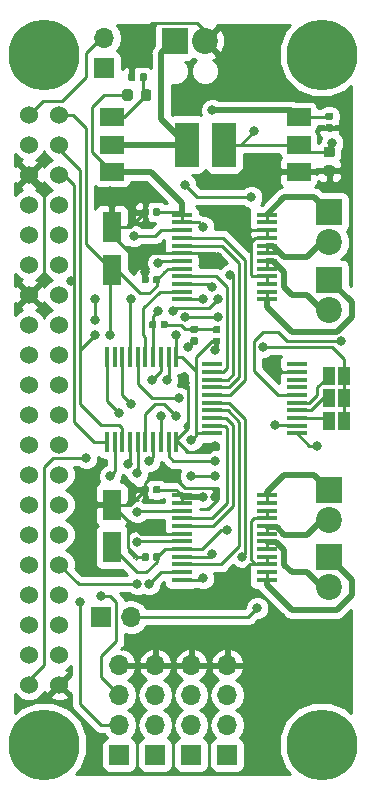
<source format=gtl>
G04 #@! TF.GenerationSoftware,KiCad,Pcbnew,(5.0.0)*
G04 #@! TF.CreationDate,2018-10-16T17:28:41+01:00*
G04 #@! TF.ProjectId,Motor_Toshiba_Shield,4D6F746F725F546F73686962615F5368,rev?*
G04 #@! TF.SameCoordinates,Original*
G04 #@! TF.FileFunction,Copper,L1,Top,Signal*
G04 #@! TF.FilePolarity,Positive*
%FSLAX46Y46*%
G04 Gerber Fmt 4.6, Leading zero omitted, Abs format (unit mm)*
G04 Created by KiCad (PCBNEW (5.0.0)) date 10/16/18 17:28:41*
%MOMM*%
%LPD*%
G01*
G04 APERTURE LIST*
G04 #@! TA.AperFunction,SMDPad,CuDef*
%ADD10R,1.750000X0.450000*%
G04 #@! TD*
G04 #@! TA.AperFunction,Conductor*
%ADD11C,0.100000*%
G04 #@! TD*
G04 #@! TA.AperFunction,SMDPad,CuDef*
%ADD12C,0.590000*%
G04 #@! TD*
G04 #@! TA.AperFunction,SMDPad,CuDef*
%ADD13C,0.875000*%
G04 #@! TD*
G04 #@! TA.AperFunction,SMDPad,CuDef*
%ADD14R,1.600000X2.600000*%
G04 #@! TD*
G04 #@! TA.AperFunction,ComponentPad*
%ADD15R,2.200000X2.200000*%
G04 #@! TD*
G04 #@! TA.AperFunction,ComponentPad*
%ADD16C,2.200000*%
G04 #@! TD*
G04 #@! TA.AperFunction,ComponentPad*
%ADD17O,1.700000X1.700000*%
G04 #@! TD*
G04 #@! TA.AperFunction,ComponentPad*
%ADD18R,1.700000X1.700000*%
G04 #@! TD*
G04 #@! TA.AperFunction,SMDPad,CuDef*
%ADD19R,2.000000X3.800000*%
G04 #@! TD*
G04 #@! TA.AperFunction,SMDPad,CuDef*
%ADD20R,2.000000X1.500000*%
G04 #@! TD*
G04 #@! TA.AperFunction,ComponentPad*
%ADD21C,6.000000*%
G04 #@! TD*
G04 #@! TA.AperFunction,ComponentPad*
%ADD22C,1.524000*%
G04 #@! TD*
G04 #@! TA.AperFunction,SMDPad,CuDef*
%ADD23R,0.450000X1.750000*%
G04 #@! TD*
G04 #@! TA.AperFunction,SMDPad,CuDef*
%ADD24R,1.000000X1.500000*%
G04 #@! TD*
G04 #@! TA.AperFunction,ViaPad*
%ADD25C,0.800000*%
G04 #@! TD*
G04 #@! TA.AperFunction,Conductor*
%ADD26C,0.250000*%
G04 #@! TD*
G04 #@! TA.AperFunction,Conductor*
%ADD27C,0.500000*%
G04 #@! TD*
G04 #@! TA.AperFunction,Conductor*
%ADD28C,0.254000*%
G04 #@! TD*
G04 APERTURE END LIST*
D10*
G04 #@! TO.P,U3,1*
G04 #@! TO.N,SCL*
X131870000Y-97484000D03*
G04 #@! TO.P,U3,2*
G04 #@! TO.N,SDA*
X131870000Y-96834000D03*
G04 #@! TO.P,U3,3*
G04 #@! TO.N,Net-(JP3-Pad2)*
X131870000Y-96184000D03*
G04 #@! TO.P,U3,4*
G04 #@! TO.N,Net-(JP2-Pad2)*
X131870000Y-95534000D03*
G04 #@! TO.P,U3,5*
G04 #@! TO.N,Net-(JP1-Pad2)*
X131870000Y-94884000D03*
G04 #@! TO.P,U3,6*
G04 #@! TO.N,RES*
X131870000Y-94234000D03*
G04 #@! TO.P,U3,7*
G04 #@! TO.N,N/C*
X131870000Y-93584000D03*
G04 #@! TO.P,U3,8*
G04 #@! TO.N,Net-(U3-Pad8)*
X131870000Y-92934000D03*
G04 #@! TO.P,U3,9*
G04 #@! TO.N,BAT-*
X131870000Y-92284000D03*
G04 #@! TO.P,U3,10*
G04 #@! TO.N,N/C*
X131870000Y-91634000D03*
G04 #@! TO.P,U3,11*
X124670000Y-91634000D03*
G04 #@! TO.P,U3,12*
G04 #@! TO.N,INA1*
X124670000Y-92284000D03*
G04 #@! TO.P,U3,13*
G04 #@! TO.N,INA2*
X124670000Y-92934000D03*
G04 #@! TO.P,U3,14*
G04 #@! TO.N,INB1*
X124670000Y-93584000D03*
G04 #@! TO.P,U3,15*
G04 #@! TO.N,INB2*
X124670000Y-94234000D03*
G04 #@! TO.P,U3,16*
G04 #@! TO.N,INA3*
X124670000Y-94884000D03*
G04 #@! TO.P,U3,17*
G04 #@! TO.N,INA4*
X124670000Y-95534000D03*
G04 #@! TO.P,U3,18*
G04 #@! TO.N,INB3*
X124670000Y-96184000D03*
G04 #@! TO.P,U3,19*
G04 #@! TO.N,INB4*
X124670000Y-96834000D03*
G04 #@! TO.P,U3,20*
G04 #@! TO.N,+3V3*
X124670000Y-97484000D03*
G04 #@! TD*
D11*
G04 #@! TO.N,BAT-PROT+*
G04 #@! TO.C,C1*
G36*
X134806958Y-70340710D02*
X134821276Y-70342834D01*
X134835317Y-70346351D01*
X134848946Y-70351228D01*
X134862031Y-70357417D01*
X134874447Y-70364858D01*
X134886073Y-70373481D01*
X134896798Y-70383202D01*
X134906519Y-70393927D01*
X134915142Y-70405553D01*
X134922583Y-70417969D01*
X134928772Y-70431054D01*
X134933649Y-70444683D01*
X134937166Y-70458724D01*
X134939290Y-70473042D01*
X134940000Y-70487500D01*
X134940000Y-70782500D01*
X134939290Y-70796958D01*
X134937166Y-70811276D01*
X134933649Y-70825317D01*
X134928772Y-70838946D01*
X134922583Y-70852031D01*
X134915142Y-70864447D01*
X134906519Y-70876073D01*
X134896798Y-70886798D01*
X134886073Y-70896519D01*
X134874447Y-70905142D01*
X134862031Y-70912583D01*
X134848946Y-70918772D01*
X134835317Y-70923649D01*
X134821276Y-70927166D01*
X134806958Y-70929290D01*
X134792500Y-70930000D01*
X134447500Y-70930000D01*
X134433042Y-70929290D01*
X134418724Y-70927166D01*
X134404683Y-70923649D01*
X134391054Y-70918772D01*
X134377969Y-70912583D01*
X134365553Y-70905142D01*
X134353927Y-70896519D01*
X134343202Y-70886798D01*
X134333481Y-70876073D01*
X134324858Y-70864447D01*
X134317417Y-70852031D01*
X134311228Y-70838946D01*
X134306351Y-70825317D01*
X134302834Y-70811276D01*
X134300710Y-70796958D01*
X134300000Y-70782500D01*
X134300000Y-70487500D01*
X134300710Y-70473042D01*
X134302834Y-70458724D01*
X134306351Y-70444683D01*
X134311228Y-70431054D01*
X134317417Y-70417969D01*
X134324858Y-70405553D01*
X134333481Y-70393927D01*
X134343202Y-70383202D01*
X134353927Y-70373481D01*
X134365553Y-70364858D01*
X134377969Y-70357417D01*
X134391054Y-70351228D01*
X134404683Y-70346351D01*
X134418724Y-70342834D01*
X134433042Y-70340710D01*
X134447500Y-70340000D01*
X134792500Y-70340000D01*
X134806958Y-70340710D01*
X134806958Y-70340710D01*
G37*
D12*
G04 #@! TD*
G04 #@! TO.P,C1,1*
G04 #@! TO.N,BAT-PROT+*
X134620000Y-70635000D03*
D11*
G04 #@! TO.N,BAT-*
G04 #@! TO.C,C1*
G36*
X134806958Y-71310710D02*
X134821276Y-71312834D01*
X134835317Y-71316351D01*
X134848946Y-71321228D01*
X134862031Y-71327417D01*
X134874447Y-71334858D01*
X134886073Y-71343481D01*
X134896798Y-71353202D01*
X134906519Y-71363927D01*
X134915142Y-71375553D01*
X134922583Y-71387969D01*
X134928772Y-71401054D01*
X134933649Y-71414683D01*
X134937166Y-71428724D01*
X134939290Y-71443042D01*
X134940000Y-71457500D01*
X134940000Y-71752500D01*
X134939290Y-71766958D01*
X134937166Y-71781276D01*
X134933649Y-71795317D01*
X134928772Y-71808946D01*
X134922583Y-71822031D01*
X134915142Y-71834447D01*
X134906519Y-71846073D01*
X134896798Y-71856798D01*
X134886073Y-71866519D01*
X134874447Y-71875142D01*
X134862031Y-71882583D01*
X134848946Y-71888772D01*
X134835317Y-71893649D01*
X134821276Y-71897166D01*
X134806958Y-71899290D01*
X134792500Y-71900000D01*
X134447500Y-71900000D01*
X134433042Y-71899290D01*
X134418724Y-71897166D01*
X134404683Y-71893649D01*
X134391054Y-71888772D01*
X134377969Y-71882583D01*
X134365553Y-71875142D01*
X134353927Y-71866519D01*
X134343202Y-71856798D01*
X134333481Y-71846073D01*
X134324858Y-71834447D01*
X134317417Y-71822031D01*
X134311228Y-71808946D01*
X134306351Y-71795317D01*
X134302834Y-71781276D01*
X134300710Y-71766958D01*
X134300000Y-71752500D01*
X134300000Y-71457500D01*
X134300710Y-71443042D01*
X134302834Y-71428724D01*
X134306351Y-71414683D01*
X134311228Y-71401054D01*
X134317417Y-71387969D01*
X134324858Y-71375553D01*
X134333481Y-71363927D01*
X134343202Y-71353202D01*
X134353927Y-71343481D01*
X134365553Y-71334858D01*
X134377969Y-71327417D01*
X134391054Y-71321228D01*
X134404683Y-71316351D01*
X134418724Y-71312834D01*
X134433042Y-71310710D01*
X134447500Y-71310000D01*
X134792500Y-71310000D01*
X134806958Y-71310710D01*
X134806958Y-71310710D01*
G37*
D12*
G04 #@! TD*
G04 #@! TO.P,C1,2*
G04 #@! TO.N,BAT-*
X134620000Y-71605000D03*
D11*
G04 #@! TO.N,+5V*
G04 #@! TO.C,C2*
G36*
X134897691Y-73223553D02*
X134918926Y-73226703D01*
X134939750Y-73231919D01*
X134959962Y-73239151D01*
X134979368Y-73248330D01*
X134997781Y-73259366D01*
X135015024Y-73272154D01*
X135030930Y-73286570D01*
X135045346Y-73302476D01*
X135058134Y-73319719D01*
X135069170Y-73338132D01*
X135078349Y-73357538D01*
X135085581Y-73377750D01*
X135090797Y-73398574D01*
X135093947Y-73419809D01*
X135095000Y-73441250D01*
X135095000Y-73878750D01*
X135093947Y-73900191D01*
X135090797Y-73921426D01*
X135085581Y-73942250D01*
X135078349Y-73962462D01*
X135069170Y-73981868D01*
X135058134Y-74000281D01*
X135045346Y-74017524D01*
X135030930Y-74033430D01*
X135015024Y-74047846D01*
X134997781Y-74060634D01*
X134979368Y-74071670D01*
X134959962Y-74080849D01*
X134939750Y-74088081D01*
X134918926Y-74093297D01*
X134897691Y-74096447D01*
X134876250Y-74097500D01*
X134363750Y-74097500D01*
X134342309Y-74096447D01*
X134321074Y-74093297D01*
X134300250Y-74088081D01*
X134280038Y-74080849D01*
X134260632Y-74071670D01*
X134242219Y-74060634D01*
X134224976Y-74047846D01*
X134209070Y-74033430D01*
X134194654Y-74017524D01*
X134181866Y-74000281D01*
X134170830Y-73981868D01*
X134161651Y-73962462D01*
X134154419Y-73942250D01*
X134149203Y-73921426D01*
X134146053Y-73900191D01*
X134145000Y-73878750D01*
X134145000Y-73441250D01*
X134146053Y-73419809D01*
X134149203Y-73398574D01*
X134154419Y-73377750D01*
X134161651Y-73357538D01*
X134170830Y-73338132D01*
X134181866Y-73319719D01*
X134194654Y-73302476D01*
X134209070Y-73286570D01*
X134224976Y-73272154D01*
X134242219Y-73259366D01*
X134260632Y-73248330D01*
X134280038Y-73239151D01*
X134300250Y-73231919D01*
X134321074Y-73226703D01*
X134342309Y-73223553D01*
X134363750Y-73222500D01*
X134876250Y-73222500D01*
X134897691Y-73223553D01*
X134897691Y-73223553D01*
G37*
D13*
G04 #@! TD*
G04 #@! TO.P,C2,1*
G04 #@! TO.N,+5V*
X134620000Y-73660000D03*
D11*
G04 #@! TO.N,BAT-*
G04 #@! TO.C,C2*
G36*
X134897691Y-74798553D02*
X134918926Y-74801703D01*
X134939750Y-74806919D01*
X134959962Y-74814151D01*
X134979368Y-74823330D01*
X134997781Y-74834366D01*
X135015024Y-74847154D01*
X135030930Y-74861570D01*
X135045346Y-74877476D01*
X135058134Y-74894719D01*
X135069170Y-74913132D01*
X135078349Y-74932538D01*
X135085581Y-74952750D01*
X135090797Y-74973574D01*
X135093947Y-74994809D01*
X135095000Y-75016250D01*
X135095000Y-75453750D01*
X135093947Y-75475191D01*
X135090797Y-75496426D01*
X135085581Y-75517250D01*
X135078349Y-75537462D01*
X135069170Y-75556868D01*
X135058134Y-75575281D01*
X135045346Y-75592524D01*
X135030930Y-75608430D01*
X135015024Y-75622846D01*
X134997781Y-75635634D01*
X134979368Y-75646670D01*
X134959962Y-75655849D01*
X134939750Y-75663081D01*
X134918926Y-75668297D01*
X134897691Y-75671447D01*
X134876250Y-75672500D01*
X134363750Y-75672500D01*
X134342309Y-75671447D01*
X134321074Y-75668297D01*
X134300250Y-75663081D01*
X134280038Y-75655849D01*
X134260632Y-75646670D01*
X134242219Y-75635634D01*
X134224976Y-75622846D01*
X134209070Y-75608430D01*
X134194654Y-75592524D01*
X134181866Y-75575281D01*
X134170830Y-75556868D01*
X134161651Y-75537462D01*
X134154419Y-75517250D01*
X134149203Y-75496426D01*
X134146053Y-75475191D01*
X134145000Y-75453750D01*
X134145000Y-75016250D01*
X134146053Y-74994809D01*
X134149203Y-74973574D01*
X134154419Y-74952750D01*
X134161651Y-74932538D01*
X134170830Y-74913132D01*
X134181866Y-74894719D01*
X134194654Y-74877476D01*
X134209070Y-74861570D01*
X134224976Y-74847154D01*
X134242219Y-74834366D01*
X134260632Y-74823330D01*
X134280038Y-74814151D01*
X134300250Y-74806919D01*
X134321074Y-74801703D01*
X134342309Y-74798553D01*
X134363750Y-74797500D01*
X134876250Y-74797500D01*
X134897691Y-74798553D01*
X134897691Y-74798553D01*
G37*
D13*
G04 #@! TD*
G04 #@! TO.P,C2,2*
G04 #@! TO.N,BAT-*
X134620000Y-75235000D03*
D11*
G04 #@! TO.N,BAT-*
G04 #@! TO.C,C3*
G36*
X119206958Y-107630710D02*
X119221276Y-107632834D01*
X119235317Y-107636351D01*
X119248946Y-107641228D01*
X119262031Y-107647417D01*
X119274447Y-107654858D01*
X119286073Y-107663481D01*
X119296798Y-107673202D01*
X119306519Y-107683927D01*
X119315142Y-107695553D01*
X119322583Y-107707969D01*
X119328772Y-107721054D01*
X119333649Y-107734683D01*
X119337166Y-107748724D01*
X119339290Y-107763042D01*
X119340000Y-107777500D01*
X119340000Y-108122500D01*
X119339290Y-108136958D01*
X119337166Y-108151276D01*
X119333649Y-108165317D01*
X119328772Y-108178946D01*
X119322583Y-108192031D01*
X119315142Y-108204447D01*
X119306519Y-108216073D01*
X119296798Y-108226798D01*
X119286073Y-108236519D01*
X119274447Y-108245142D01*
X119262031Y-108252583D01*
X119248946Y-108258772D01*
X119235317Y-108263649D01*
X119221276Y-108267166D01*
X119206958Y-108269290D01*
X119192500Y-108270000D01*
X118897500Y-108270000D01*
X118883042Y-108269290D01*
X118868724Y-108267166D01*
X118854683Y-108263649D01*
X118841054Y-108258772D01*
X118827969Y-108252583D01*
X118815553Y-108245142D01*
X118803927Y-108236519D01*
X118793202Y-108226798D01*
X118783481Y-108216073D01*
X118774858Y-108204447D01*
X118767417Y-108192031D01*
X118761228Y-108178946D01*
X118756351Y-108165317D01*
X118752834Y-108151276D01*
X118750710Y-108136958D01*
X118750000Y-108122500D01*
X118750000Y-107777500D01*
X118750710Y-107763042D01*
X118752834Y-107748724D01*
X118756351Y-107734683D01*
X118761228Y-107721054D01*
X118767417Y-107707969D01*
X118774858Y-107695553D01*
X118783481Y-107683927D01*
X118793202Y-107673202D01*
X118803927Y-107663481D01*
X118815553Y-107654858D01*
X118827969Y-107647417D01*
X118841054Y-107641228D01*
X118854683Y-107636351D01*
X118868724Y-107632834D01*
X118883042Y-107630710D01*
X118897500Y-107630000D01*
X119192500Y-107630000D01*
X119206958Y-107630710D01*
X119206958Y-107630710D01*
G37*
D12*
G04 #@! TD*
G04 #@! TO.P,C3,2*
G04 #@! TO.N,BAT-*
X119045000Y-107950000D03*
D11*
G04 #@! TO.N,+3V3*
G04 #@! TO.C,C3*
G36*
X120176958Y-107630710D02*
X120191276Y-107632834D01*
X120205317Y-107636351D01*
X120218946Y-107641228D01*
X120232031Y-107647417D01*
X120244447Y-107654858D01*
X120256073Y-107663481D01*
X120266798Y-107673202D01*
X120276519Y-107683927D01*
X120285142Y-107695553D01*
X120292583Y-107707969D01*
X120298772Y-107721054D01*
X120303649Y-107734683D01*
X120307166Y-107748724D01*
X120309290Y-107763042D01*
X120310000Y-107777500D01*
X120310000Y-108122500D01*
X120309290Y-108136958D01*
X120307166Y-108151276D01*
X120303649Y-108165317D01*
X120298772Y-108178946D01*
X120292583Y-108192031D01*
X120285142Y-108204447D01*
X120276519Y-108216073D01*
X120266798Y-108226798D01*
X120256073Y-108236519D01*
X120244447Y-108245142D01*
X120232031Y-108252583D01*
X120218946Y-108258772D01*
X120205317Y-108263649D01*
X120191276Y-108267166D01*
X120176958Y-108269290D01*
X120162500Y-108270000D01*
X119867500Y-108270000D01*
X119853042Y-108269290D01*
X119838724Y-108267166D01*
X119824683Y-108263649D01*
X119811054Y-108258772D01*
X119797969Y-108252583D01*
X119785553Y-108245142D01*
X119773927Y-108236519D01*
X119763202Y-108226798D01*
X119753481Y-108216073D01*
X119744858Y-108204447D01*
X119737417Y-108192031D01*
X119731228Y-108178946D01*
X119726351Y-108165317D01*
X119722834Y-108151276D01*
X119720710Y-108136958D01*
X119720000Y-108122500D01*
X119720000Y-107777500D01*
X119720710Y-107763042D01*
X119722834Y-107748724D01*
X119726351Y-107734683D01*
X119731228Y-107721054D01*
X119737417Y-107707969D01*
X119744858Y-107695553D01*
X119753481Y-107683927D01*
X119763202Y-107673202D01*
X119773927Y-107663481D01*
X119785553Y-107654858D01*
X119797969Y-107647417D01*
X119811054Y-107641228D01*
X119824683Y-107636351D01*
X119838724Y-107632834D01*
X119853042Y-107630710D01*
X119867500Y-107630000D01*
X120162500Y-107630000D01*
X120176958Y-107630710D01*
X120176958Y-107630710D01*
G37*
D12*
G04 #@! TD*
G04 #@! TO.P,C3,1*
G04 #@! TO.N,+3V3*
X120015000Y-107950000D03*
D11*
G04 #@! TO.N,+3V3*
G04 #@! TO.C,C4*
G36*
X120176958Y-84135710D02*
X120191276Y-84137834D01*
X120205317Y-84141351D01*
X120218946Y-84146228D01*
X120232031Y-84152417D01*
X120244447Y-84159858D01*
X120256073Y-84168481D01*
X120266798Y-84178202D01*
X120276519Y-84188927D01*
X120285142Y-84200553D01*
X120292583Y-84212969D01*
X120298772Y-84226054D01*
X120303649Y-84239683D01*
X120307166Y-84253724D01*
X120309290Y-84268042D01*
X120310000Y-84282500D01*
X120310000Y-84627500D01*
X120309290Y-84641958D01*
X120307166Y-84656276D01*
X120303649Y-84670317D01*
X120298772Y-84683946D01*
X120292583Y-84697031D01*
X120285142Y-84709447D01*
X120276519Y-84721073D01*
X120266798Y-84731798D01*
X120256073Y-84741519D01*
X120244447Y-84750142D01*
X120232031Y-84757583D01*
X120218946Y-84763772D01*
X120205317Y-84768649D01*
X120191276Y-84772166D01*
X120176958Y-84774290D01*
X120162500Y-84775000D01*
X119867500Y-84775000D01*
X119853042Y-84774290D01*
X119838724Y-84772166D01*
X119824683Y-84768649D01*
X119811054Y-84763772D01*
X119797969Y-84757583D01*
X119785553Y-84750142D01*
X119773927Y-84741519D01*
X119763202Y-84731798D01*
X119753481Y-84721073D01*
X119744858Y-84709447D01*
X119737417Y-84697031D01*
X119731228Y-84683946D01*
X119726351Y-84670317D01*
X119722834Y-84656276D01*
X119720710Y-84641958D01*
X119720000Y-84627500D01*
X119720000Y-84282500D01*
X119720710Y-84268042D01*
X119722834Y-84253724D01*
X119726351Y-84239683D01*
X119731228Y-84226054D01*
X119737417Y-84212969D01*
X119744858Y-84200553D01*
X119753481Y-84188927D01*
X119763202Y-84178202D01*
X119773927Y-84168481D01*
X119785553Y-84159858D01*
X119797969Y-84152417D01*
X119811054Y-84146228D01*
X119824683Y-84141351D01*
X119838724Y-84137834D01*
X119853042Y-84135710D01*
X119867500Y-84135000D01*
X120162500Y-84135000D01*
X120176958Y-84135710D01*
X120176958Y-84135710D01*
G37*
D12*
G04 #@! TD*
G04 #@! TO.P,C4,1*
G04 #@! TO.N,+3V3*
X120015000Y-84455000D03*
D11*
G04 #@! TO.N,BAT-*
G04 #@! TO.C,C4*
G36*
X119206958Y-84135710D02*
X119221276Y-84137834D01*
X119235317Y-84141351D01*
X119248946Y-84146228D01*
X119262031Y-84152417D01*
X119274447Y-84159858D01*
X119286073Y-84168481D01*
X119296798Y-84178202D01*
X119306519Y-84188927D01*
X119315142Y-84200553D01*
X119322583Y-84212969D01*
X119328772Y-84226054D01*
X119333649Y-84239683D01*
X119337166Y-84253724D01*
X119339290Y-84268042D01*
X119340000Y-84282500D01*
X119340000Y-84627500D01*
X119339290Y-84641958D01*
X119337166Y-84656276D01*
X119333649Y-84670317D01*
X119328772Y-84683946D01*
X119322583Y-84697031D01*
X119315142Y-84709447D01*
X119306519Y-84721073D01*
X119296798Y-84731798D01*
X119286073Y-84741519D01*
X119274447Y-84750142D01*
X119262031Y-84757583D01*
X119248946Y-84763772D01*
X119235317Y-84768649D01*
X119221276Y-84772166D01*
X119206958Y-84774290D01*
X119192500Y-84775000D01*
X118897500Y-84775000D01*
X118883042Y-84774290D01*
X118868724Y-84772166D01*
X118854683Y-84768649D01*
X118841054Y-84763772D01*
X118827969Y-84757583D01*
X118815553Y-84750142D01*
X118803927Y-84741519D01*
X118793202Y-84731798D01*
X118783481Y-84721073D01*
X118774858Y-84709447D01*
X118767417Y-84697031D01*
X118761228Y-84683946D01*
X118756351Y-84670317D01*
X118752834Y-84656276D01*
X118750710Y-84641958D01*
X118750000Y-84627500D01*
X118750000Y-84282500D01*
X118750710Y-84268042D01*
X118752834Y-84253724D01*
X118756351Y-84239683D01*
X118761228Y-84226054D01*
X118767417Y-84212969D01*
X118774858Y-84200553D01*
X118783481Y-84188927D01*
X118793202Y-84178202D01*
X118803927Y-84168481D01*
X118815553Y-84159858D01*
X118827969Y-84152417D01*
X118841054Y-84146228D01*
X118854683Y-84141351D01*
X118868724Y-84137834D01*
X118883042Y-84135710D01*
X118897500Y-84135000D01*
X119192500Y-84135000D01*
X119206958Y-84135710D01*
X119206958Y-84135710D01*
G37*
D12*
G04 #@! TD*
G04 #@! TO.P,C4,2*
G04 #@! TO.N,BAT-*
X119045000Y-84455000D03*
D14*
G04 #@! TO.P,C5,2*
G04 #@! TO.N,BAT-*
X116205000Y-103505000D03*
G04 #@! TO.P,C5,1*
G04 #@! TO.N,+3V3*
X116205000Y-107105000D03*
G04 #@! TD*
G04 #@! TO.P,C6,1*
G04 #@! TO.N,+3V3*
X116205000Y-83610000D03*
G04 #@! TO.P,C6,2*
G04 #@! TO.N,BAT-*
X116205000Y-80010000D03*
G04 #@! TD*
D11*
G04 #@! TO.N,BAT-*
G04 #@! TO.C,C9*
G36*
X119206958Y-101915710D02*
X119221276Y-101917834D01*
X119235317Y-101921351D01*
X119248946Y-101926228D01*
X119262031Y-101932417D01*
X119274447Y-101939858D01*
X119286073Y-101948481D01*
X119296798Y-101958202D01*
X119306519Y-101968927D01*
X119315142Y-101980553D01*
X119322583Y-101992969D01*
X119328772Y-102006054D01*
X119333649Y-102019683D01*
X119337166Y-102033724D01*
X119339290Y-102048042D01*
X119340000Y-102062500D01*
X119340000Y-102407500D01*
X119339290Y-102421958D01*
X119337166Y-102436276D01*
X119333649Y-102450317D01*
X119328772Y-102463946D01*
X119322583Y-102477031D01*
X119315142Y-102489447D01*
X119306519Y-102501073D01*
X119296798Y-102511798D01*
X119286073Y-102521519D01*
X119274447Y-102530142D01*
X119262031Y-102537583D01*
X119248946Y-102543772D01*
X119235317Y-102548649D01*
X119221276Y-102552166D01*
X119206958Y-102554290D01*
X119192500Y-102555000D01*
X118897500Y-102555000D01*
X118883042Y-102554290D01*
X118868724Y-102552166D01*
X118854683Y-102548649D01*
X118841054Y-102543772D01*
X118827969Y-102537583D01*
X118815553Y-102530142D01*
X118803927Y-102521519D01*
X118793202Y-102511798D01*
X118783481Y-102501073D01*
X118774858Y-102489447D01*
X118767417Y-102477031D01*
X118761228Y-102463946D01*
X118756351Y-102450317D01*
X118752834Y-102436276D01*
X118750710Y-102421958D01*
X118750000Y-102407500D01*
X118750000Y-102062500D01*
X118750710Y-102048042D01*
X118752834Y-102033724D01*
X118756351Y-102019683D01*
X118761228Y-102006054D01*
X118767417Y-101992969D01*
X118774858Y-101980553D01*
X118783481Y-101968927D01*
X118793202Y-101958202D01*
X118803927Y-101948481D01*
X118815553Y-101939858D01*
X118827969Y-101932417D01*
X118841054Y-101926228D01*
X118854683Y-101921351D01*
X118868724Y-101917834D01*
X118883042Y-101915710D01*
X118897500Y-101915000D01*
X119192500Y-101915000D01*
X119206958Y-101915710D01*
X119206958Y-101915710D01*
G37*
D12*
G04 #@! TD*
G04 #@! TO.P,C9,2*
G04 #@! TO.N,BAT-*
X119045000Y-102235000D03*
D11*
G04 #@! TO.N,BAT-PROT+*
G04 #@! TO.C,C9*
G36*
X120176958Y-101915710D02*
X120191276Y-101917834D01*
X120205317Y-101921351D01*
X120218946Y-101926228D01*
X120232031Y-101932417D01*
X120244447Y-101939858D01*
X120256073Y-101948481D01*
X120266798Y-101958202D01*
X120276519Y-101968927D01*
X120285142Y-101980553D01*
X120292583Y-101992969D01*
X120298772Y-102006054D01*
X120303649Y-102019683D01*
X120307166Y-102033724D01*
X120309290Y-102048042D01*
X120310000Y-102062500D01*
X120310000Y-102407500D01*
X120309290Y-102421958D01*
X120307166Y-102436276D01*
X120303649Y-102450317D01*
X120298772Y-102463946D01*
X120292583Y-102477031D01*
X120285142Y-102489447D01*
X120276519Y-102501073D01*
X120266798Y-102511798D01*
X120256073Y-102521519D01*
X120244447Y-102530142D01*
X120232031Y-102537583D01*
X120218946Y-102543772D01*
X120205317Y-102548649D01*
X120191276Y-102552166D01*
X120176958Y-102554290D01*
X120162500Y-102555000D01*
X119867500Y-102555000D01*
X119853042Y-102554290D01*
X119838724Y-102552166D01*
X119824683Y-102548649D01*
X119811054Y-102543772D01*
X119797969Y-102537583D01*
X119785553Y-102530142D01*
X119773927Y-102521519D01*
X119763202Y-102511798D01*
X119753481Y-102501073D01*
X119744858Y-102489447D01*
X119737417Y-102477031D01*
X119731228Y-102463946D01*
X119726351Y-102450317D01*
X119722834Y-102436276D01*
X119720710Y-102421958D01*
X119720000Y-102407500D01*
X119720000Y-102062500D01*
X119720710Y-102048042D01*
X119722834Y-102033724D01*
X119726351Y-102019683D01*
X119731228Y-102006054D01*
X119737417Y-101992969D01*
X119744858Y-101980553D01*
X119753481Y-101968927D01*
X119763202Y-101958202D01*
X119773927Y-101948481D01*
X119785553Y-101939858D01*
X119797969Y-101932417D01*
X119811054Y-101926228D01*
X119824683Y-101921351D01*
X119838724Y-101917834D01*
X119853042Y-101915710D01*
X119867500Y-101915000D01*
X120162500Y-101915000D01*
X120176958Y-101915710D01*
X120176958Y-101915710D01*
G37*
D12*
G04 #@! TD*
G04 #@! TO.P,C9,1*
G04 #@! TO.N,BAT-PROT+*
X120015000Y-102235000D03*
D11*
G04 #@! TO.N,BAT-PROT+*
G04 #@! TO.C,C10*
G36*
X120176958Y-78420710D02*
X120191276Y-78422834D01*
X120205317Y-78426351D01*
X120218946Y-78431228D01*
X120232031Y-78437417D01*
X120244447Y-78444858D01*
X120256073Y-78453481D01*
X120266798Y-78463202D01*
X120276519Y-78473927D01*
X120285142Y-78485553D01*
X120292583Y-78497969D01*
X120298772Y-78511054D01*
X120303649Y-78524683D01*
X120307166Y-78538724D01*
X120309290Y-78553042D01*
X120310000Y-78567500D01*
X120310000Y-78912500D01*
X120309290Y-78926958D01*
X120307166Y-78941276D01*
X120303649Y-78955317D01*
X120298772Y-78968946D01*
X120292583Y-78982031D01*
X120285142Y-78994447D01*
X120276519Y-79006073D01*
X120266798Y-79016798D01*
X120256073Y-79026519D01*
X120244447Y-79035142D01*
X120232031Y-79042583D01*
X120218946Y-79048772D01*
X120205317Y-79053649D01*
X120191276Y-79057166D01*
X120176958Y-79059290D01*
X120162500Y-79060000D01*
X119867500Y-79060000D01*
X119853042Y-79059290D01*
X119838724Y-79057166D01*
X119824683Y-79053649D01*
X119811054Y-79048772D01*
X119797969Y-79042583D01*
X119785553Y-79035142D01*
X119773927Y-79026519D01*
X119763202Y-79016798D01*
X119753481Y-79006073D01*
X119744858Y-78994447D01*
X119737417Y-78982031D01*
X119731228Y-78968946D01*
X119726351Y-78955317D01*
X119722834Y-78941276D01*
X119720710Y-78926958D01*
X119720000Y-78912500D01*
X119720000Y-78567500D01*
X119720710Y-78553042D01*
X119722834Y-78538724D01*
X119726351Y-78524683D01*
X119731228Y-78511054D01*
X119737417Y-78497969D01*
X119744858Y-78485553D01*
X119753481Y-78473927D01*
X119763202Y-78463202D01*
X119773927Y-78453481D01*
X119785553Y-78444858D01*
X119797969Y-78437417D01*
X119811054Y-78431228D01*
X119824683Y-78426351D01*
X119838724Y-78422834D01*
X119853042Y-78420710D01*
X119867500Y-78420000D01*
X120162500Y-78420000D01*
X120176958Y-78420710D01*
X120176958Y-78420710D01*
G37*
D12*
G04 #@! TD*
G04 #@! TO.P,C10,1*
G04 #@! TO.N,BAT-PROT+*
X120015000Y-78740000D03*
D11*
G04 #@! TO.N,BAT-*
G04 #@! TO.C,C10*
G36*
X119206958Y-78420710D02*
X119221276Y-78422834D01*
X119235317Y-78426351D01*
X119248946Y-78431228D01*
X119262031Y-78437417D01*
X119274447Y-78444858D01*
X119286073Y-78453481D01*
X119296798Y-78463202D01*
X119306519Y-78473927D01*
X119315142Y-78485553D01*
X119322583Y-78497969D01*
X119328772Y-78511054D01*
X119333649Y-78524683D01*
X119337166Y-78538724D01*
X119339290Y-78553042D01*
X119340000Y-78567500D01*
X119340000Y-78912500D01*
X119339290Y-78926958D01*
X119337166Y-78941276D01*
X119333649Y-78955317D01*
X119328772Y-78968946D01*
X119322583Y-78982031D01*
X119315142Y-78994447D01*
X119306519Y-79006073D01*
X119296798Y-79016798D01*
X119286073Y-79026519D01*
X119274447Y-79035142D01*
X119262031Y-79042583D01*
X119248946Y-79048772D01*
X119235317Y-79053649D01*
X119221276Y-79057166D01*
X119206958Y-79059290D01*
X119192500Y-79060000D01*
X118897500Y-79060000D01*
X118883042Y-79059290D01*
X118868724Y-79057166D01*
X118854683Y-79053649D01*
X118841054Y-79048772D01*
X118827969Y-79042583D01*
X118815553Y-79035142D01*
X118803927Y-79026519D01*
X118793202Y-79016798D01*
X118783481Y-79006073D01*
X118774858Y-78994447D01*
X118767417Y-78982031D01*
X118761228Y-78968946D01*
X118756351Y-78955317D01*
X118752834Y-78941276D01*
X118750710Y-78926958D01*
X118750000Y-78912500D01*
X118750000Y-78567500D01*
X118750710Y-78553042D01*
X118752834Y-78538724D01*
X118756351Y-78524683D01*
X118761228Y-78511054D01*
X118767417Y-78497969D01*
X118774858Y-78485553D01*
X118783481Y-78473927D01*
X118793202Y-78463202D01*
X118803927Y-78453481D01*
X118815553Y-78444858D01*
X118827969Y-78437417D01*
X118841054Y-78431228D01*
X118854683Y-78426351D01*
X118868724Y-78422834D01*
X118883042Y-78420710D01*
X118897500Y-78420000D01*
X119192500Y-78420000D01*
X119206958Y-78420710D01*
X119206958Y-78420710D01*
G37*
D12*
G04 #@! TD*
G04 #@! TO.P,C10,2*
G04 #@! TO.N,BAT-*
X119045000Y-78740000D03*
D11*
G04 #@! TO.N,BAT-*
G04 #@! TO.C,C11*
G36*
X123376958Y-89344710D02*
X123391276Y-89346834D01*
X123405317Y-89350351D01*
X123418946Y-89355228D01*
X123432031Y-89361417D01*
X123444447Y-89368858D01*
X123456073Y-89377481D01*
X123466798Y-89387202D01*
X123476519Y-89397927D01*
X123485142Y-89409553D01*
X123492583Y-89421969D01*
X123498772Y-89435054D01*
X123503649Y-89448683D01*
X123507166Y-89462724D01*
X123509290Y-89477042D01*
X123510000Y-89491500D01*
X123510000Y-89786500D01*
X123509290Y-89800958D01*
X123507166Y-89815276D01*
X123503649Y-89829317D01*
X123498772Y-89842946D01*
X123492583Y-89856031D01*
X123485142Y-89868447D01*
X123476519Y-89880073D01*
X123466798Y-89890798D01*
X123456073Y-89900519D01*
X123444447Y-89909142D01*
X123432031Y-89916583D01*
X123418946Y-89922772D01*
X123405317Y-89927649D01*
X123391276Y-89931166D01*
X123376958Y-89933290D01*
X123362500Y-89934000D01*
X123017500Y-89934000D01*
X123003042Y-89933290D01*
X122988724Y-89931166D01*
X122974683Y-89927649D01*
X122961054Y-89922772D01*
X122947969Y-89916583D01*
X122935553Y-89909142D01*
X122923927Y-89900519D01*
X122913202Y-89890798D01*
X122903481Y-89880073D01*
X122894858Y-89868447D01*
X122887417Y-89856031D01*
X122881228Y-89842946D01*
X122876351Y-89829317D01*
X122872834Y-89815276D01*
X122870710Y-89800958D01*
X122870000Y-89786500D01*
X122870000Y-89491500D01*
X122870710Y-89477042D01*
X122872834Y-89462724D01*
X122876351Y-89448683D01*
X122881228Y-89435054D01*
X122887417Y-89421969D01*
X122894858Y-89409553D01*
X122903481Y-89397927D01*
X122913202Y-89387202D01*
X122923927Y-89377481D01*
X122935553Y-89368858D01*
X122947969Y-89361417D01*
X122961054Y-89355228D01*
X122974683Y-89350351D01*
X122988724Y-89346834D01*
X123003042Y-89344710D01*
X123017500Y-89344000D01*
X123362500Y-89344000D01*
X123376958Y-89344710D01*
X123376958Y-89344710D01*
G37*
D12*
G04 #@! TD*
G04 #@! TO.P,C11,2*
G04 #@! TO.N,BAT-*
X123190000Y-89639000D03*
D11*
G04 #@! TO.N,Net-(C11-Pad1)*
G04 #@! TO.C,C11*
G36*
X123376958Y-88374710D02*
X123391276Y-88376834D01*
X123405317Y-88380351D01*
X123418946Y-88385228D01*
X123432031Y-88391417D01*
X123444447Y-88398858D01*
X123456073Y-88407481D01*
X123466798Y-88417202D01*
X123476519Y-88427927D01*
X123485142Y-88439553D01*
X123492583Y-88451969D01*
X123498772Y-88465054D01*
X123503649Y-88478683D01*
X123507166Y-88492724D01*
X123509290Y-88507042D01*
X123510000Y-88521500D01*
X123510000Y-88816500D01*
X123509290Y-88830958D01*
X123507166Y-88845276D01*
X123503649Y-88859317D01*
X123498772Y-88872946D01*
X123492583Y-88886031D01*
X123485142Y-88898447D01*
X123476519Y-88910073D01*
X123466798Y-88920798D01*
X123456073Y-88930519D01*
X123444447Y-88939142D01*
X123432031Y-88946583D01*
X123418946Y-88952772D01*
X123405317Y-88957649D01*
X123391276Y-88961166D01*
X123376958Y-88963290D01*
X123362500Y-88964000D01*
X123017500Y-88964000D01*
X123003042Y-88963290D01*
X122988724Y-88961166D01*
X122974683Y-88957649D01*
X122961054Y-88952772D01*
X122947969Y-88946583D01*
X122935553Y-88939142D01*
X122923927Y-88930519D01*
X122913202Y-88920798D01*
X122903481Y-88910073D01*
X122894858Y-88898447D01*
X122887417Y-88886031D01*
X122881228Y-88872946D01*
X122876351Y-88859317D01*
X122872834Y-88845276D01*
X122870710Y-88830958D01*
X122870000Y-88816500D01*
X122870000Y-88521500D01*
X122870710Y-88507042D01*
X122872834Y-88492724D01*
X122876351Y-88478683D01*
X122881228Y-88465054D01*
X122887417Y-88451969D01*
X122894858Y-88439553D01*
X122903481Y-88427927D01*
X122913202Y-88417202D01*
X122923927Y-88407481D01*
X122935553Y-88398858D01*
X122947969Y-88391417D01*
X122961054Y-88385228D01*
X122974683Y-88380351D01*
X122988724Y-88376834D01*
X123003042Y-88374710D01*
X123017500Y-88374000D01*
X123362500Y-88374000D01*
X123376958Y-88374710D01*
X123376958Y-88374710D01*
G37*
D12*
G04 #@! TD*
G04 #@! TO.P,C11,1*
G04 #@! TO.N,Net-(C11-Pad1)*
X123190000Y-88669000D03*
D11*
G04 #@! TO.N,BAT-PROT+*
G04 #@! TO.C,D1*
G36*
X117791191Y-68360053D02*
X117812426Y-68363203D01*
X117833250Y-68368419D01*
X117853462Y-68375651D01*
X117872868Y-68384830D01*
X117891281Y-68395866D01*
X117908524Y-68408654D01*
X117924430Y-68423070D01*
X117938846Y-68438976D01*
X117951634Y-68456219D01*
X117962670Y-68474632D01*
X117971849Y-68494038D01*
X117979081Y-68514250D01*
X117984297Y-68535074D01*
X117987447Y-68556309D01*
X117988500Y-68577750D01*
X117988500Y-69090250D01*
X117987447Y-69111691D01*
X117984297Y-69132926D01*
X117979081Y-69153750D01*
X117971849Y-69173962D01*
X117962670Y-69193368D01*
X117951634Y-69211781D01*
X117938846Y-69229024D01*
X117924430Y-69244930D01*
X117908524Y-69259346D01*
X117891281Y-69272134D01*
X117872868Y-69283170D01*
X117853462Y-69292349D01*
X117833250Y-69299581D01*
X117812426Y-69304797D01*
X117791191Y-69307947D01*
X117769750Y-69309000D01*
X117332250Y-69309000D01*
X117310809Y-69307947D01*
X117289574Y-69304797D01*
X117268750Y-69299581D01*
X117248538Y-69292349D01*
X117229132Y-69283170D01*
X117210719Y-69272134D01*
X117193476Y-69259346D01*
X117177570Y-69244930D01*
X117163154Y-69229024D01*
X117150366Y-69211781D01*
X117139330Y-69193368D01*
X117130151Y-69173962D01*
X117122919Y-69153750D01*
X117117703Y-69132926D01*
X117114553Y-69111691D01*
X117113500Y-69090250D01*
X117113500Y-68577750D01*
X117114553Y-68556309D01*
X117117703Y-68535074D01*
X117122919Y-68514250D01*
X117130151Y-68494038D01*
X117139330Y-68474632D01*
X117150366Y-68456219D01*
X117163154Y-68438976D01*
X117177570Y-68423070D01*
X117193476Y-68408654D01*
X117210719Y-68395866D01*
X117229132Y-68384830D01*
X117248538Y-68375651D01*
X117268750Y-68368419D01*
X117289574Y-68363203D01*
X117310809Y-68360053D01*
X117332250Y-68359000D01*
X117769750Y-68359000D01*
X117791191Y-68360053D01*
X117791191Y-68360053D01*
G37*
D13*
G04 #@! TD*
G04 #@! TO.P,D1,1*
G04 #@! TO.N,BAT-PROT+*
X117551000Y-68834000D03*
D11*
G04 #@! TO.N,Net-(D1-Pad2)*
G04 #@! TO.C,D1*
G36*
X119366191Y-68360053D02*
X119387426Y-68363203D01*
X119408250Y-68368419D01*
X119428462Y-68375651D01*
X119447868Y-68384830D01*
X119466281Y-68395866D01*
X119483524Y-68408654D01*
X119499430Y-68423070D01*
X119513846Y-68438976D01*
X119526634Y-68456219D01*
X119537670Y-68474632D01*
X119546849Y-68494038D01*
X119554081Y-68514250D01*
X119559297Y-68535074D01*
X119562447Y-68556309D01*
X119563500Y-68577750D01*
X119563500Y-69090250D01*
X119562447Y-69111691D01*
X119559297Y-69132926D01*
X119554081Y-69153750D01*
X119546849Y-69173962D01*
X119537670Y-69193368D01*
X119526634Y-69211781D01*
X119513846Y-69229024D01*
X119499430Y-69244930D01*
X119483524Y-69259346D01*
X119466281Y-69272134D01*
X119447868Y-69283170D01*
X119428462Y-69292349D01*
X119408250Y-69299581D01*
X119387426Y-69304797D01*
X119366191Y-69307947D01*
X119344750Y-69309000D01*
X118907250Y-69309000D01*
X118885809Y-69307947D01*
X118864574Y-69304797D01*
X118843750Y-69299581D01*
X118823538Y-69292349D01*
X118804132Y-69283170D01*
X118785719Y-69272134D01*
X118768476Y-69259346D01*
X118752570Y-69244930D01*
X118738154Y-69229024D01*
X118725366Y-69211781D01*
X118714330Y-69193368D01*
X118705151Y-69173962D01*
X118697919Y-69153750D01*
X118692703Y-69132926D01*
X118689553Y-69111691D01*
X118688500Y-69090250D01*
X118688500Y-68577750D01*
X118689553Y-68556309D01*
X118692703Y-68535074D01*
X118697919Y-68514250D01*
X118705151Y-68494038D01*
X118714330Y-68474632D01*
X118725366Y-68456219D01*
X118738154Y-68438976D01*
X118752570Y-68423070D01*
X118768476Y-68408654D01*
X118785719Y-68395866D01*
X118804132Y-68384830D01*
X118823538Y-68375651D01*
X118843750Y-68368419D01*
X118864574Y-68363203D01*
X118885809Y-68360053D01*
X118907250Y-68359000D01*
X119344750Y-68359000D01*
X119366191Y-68360053D01*
X119366191Y-68360053D01*
G37*
D13*
G04 #@! TD*
G04 #@! TO.P,D1,2*
G04 #@! TO.N,Net-(D1-Pad2)*
X119126000Y-68834000D03*
D15*
G04 #@! TO.P,J1,1*
G04 #@! TO.N,BAT+*
X121539000Y-64262000D03*
D16*
G04 #@! TO.P,J1,2*
G04 #@! TO.N,BAT-*
X124079000Y-64262000D03*
G04 #@! TD*
D17*
G04 #@! TO.P,J2,2*
G04 #@! TO.N,Net-(J2-Pad2)*
X115570000Y-64008000D03*
D18*
G04 #@! TO.P,J2,1*
G04 #@! TO.N,+5V*
X115570000Y-66548000D03*
G04 #@! TD*
D16*
G04 #@! TO.P,J3,2*
G04 #@! TO.N,Net-(J3-Pad2)*
X134620000Y-110490000D03*
D15*
G04 #@! TO.P,J3,1*
G04 #@! TO.N,Net-(J3-Pad1)*
X134620000Y-107950000D03*
G04 #@! TD*
G04 #@! TO.P,J4,1*
G04 #@! TO.N,Net-(J4-Pad1)*
X134620000Y-102235000D03*
D16*
G04 #@! TO.P,J4,2*
G04 #@! TO.N,Net-(J4-Pad2)*
X134620000Y-104775000D03*
G04 #@! TD*
G04 #@! TO.P,J5,2*
G04 #@! TO.N,Net-(J5-Pad2)*
X134620000Y-86995000D03*
D15*
G04 #@! TO.P,J5,1*
G04 #@! TO.N,Net-(J5-Pad1)*
X134620000Y-84455000D03*
G04 #@! TD*
G04 #@! TO.P,J6,1*
G04 #@! TO.N,Net-(J6-Pad1)*
X134620000Y-78740000D03*
D16*
G04 #@! TO.P,J6,2*
G04 #@! TO.N,Net-(J6-Pad2)*
X134620000Y-81280000D03*
G04 #@! TD*
D18*
G04 #@! TO.P,J7,1*
G04 #@! TO.N,ICSP_DAT*
X115316000Y-113030000D03*
D17*
G04 #@! TO.P,J7,2*
G04 #@! TO.N,Net-(J7-Pad2)*
X117856000Y-113030000D03*
G04 #@! TD*
D19*
G04 #@! TO.P,Q1,4*
G04 #@! TO.N,BAT+*
X122555000Y-73025000D03*
D20*
G04 #@! TO.P,Q1,2*
X116255000Y-73025000D03*
G04 #@! TO.P,Q1,3*
G04 #@! TO.N,BAT-PROT+*
X116255000Y-75325000D03*
G04 #@! TO.P,Q1,1*
G04 #@! TO.N,Net-(D1-Pad2)*
X116255000Y-70725000D03*
G04 #@! TD*
D11*
G04 #@! TO.N,Net-(D1-Pad2)*
G04 #@! TO.C,R1*
G36*
X119033958Y-66990710D02*
X119048276Y-66992834D01*
X119062317Y-66996351D01*
X119075946Y-67001228D01*
X119089031Y-67007417D01*
X119101447Y-67014858D01*
X119113073Y-67023481D01*
X119123798Y-67033202D01*
X119133519Y-67043927D01*
X119142142Y-67055553D01*
X119149583Y-67067969D01*
X119155772Y-67081054D01*
X119160649Y-67094683D01*
X119164166Y-67108724D01*
X119166290Y-67123042D01*
X119167000Y-67137500D01*
X119167000Y-67482500D01*
X119166290Y-67496958D01*
X119164166Y-67511276D01*
X119160649Y-67525317D01*
X119155772Y-67538946D01*
X119149583Y-67552031D01*
X119142142Y-67564447D01*
X119133519Y-67576073D01*
X119123798Y-67586798D01*
X119113073Y-67596519D01*
X119101447Y-67605142D01*
X119089031Y-67612583D01*
X119075946Y-67618772D01*
X119062317Y-67623649D01*
X119048276Y-67627166D01*
X119033958Y-67629290D01*
X119019500Y-67630000D01*
X118724500Y-67630000D01*
X118710042Y-67629290D01*
X118695724Y-67627166D01*
X118681683Y-67623649D01*
X118668054Y-67618772D01*
X118654969Y-67612583D01*
X118642553Y-67605142D01*
X118630927Y-67596519D01*
X118620202Y-67586798D01*
X118610481Y-67576073D01*
X118601858Y-67564447D01*
X118594417Y-67552031D01*
X118588228Y-67538946D01*
X118583351Y-67525317D01*
X118579834Y-67511276D01*
X118577710Y-67496958D01*
X118577000Y-67482500D01*
X118577000Y-67137500D01*
X118577710Y-67123042D01*
X118579834Y-67108724D01*
X118583351Y-67094683D01*
X118588228Y-67081054D01*
X118594417Y-67067969D01*
X118601858Y-67055553D01*
X118610481Y-67043927D01*
X118620202Y-67033202D01*
X118630927Y-67023481D01*
X118642553Y-67014858D01*
X118654969Y-67007417D01*
X118668054Y-67001228D01*
X118681683Y-66996351D01*
X118695724Y-66992834D01*
X118710042Y-66990710D01*
X118724500Y-66990000D01*
X119019500Y-66990000D01*
X119033958Y-66990710D01*
X119033958Y-66990710D01*
G37*
D12*
G04 #@! TD*
G04 #@! TO.P,R1,1*
G04 #@! TO.N,Net-(D1-Pad2)*
X118872000Y-67310000D03*
D11*
G04 #@! TO.N,BAT-*
G04 #@! TO.C,R1*
G36*
X118063958Y-66990710D02*
X118078276Y-66992834D01*
X118092317Y-66996351D01*
X118105946Y-67001228D01*
X118119031Y-67007417D01*
X118131447Y-67014858D01*
X118143073Y-67023481D01*
X118153798Y-67033202D01*
X118163519Y-67043927D01*
X118172142Y-67055553D01*
X118179583Y-67067969D01*
X118185772Y-67081054D01*
X118190649Y-67094683D01*
X118194166Y-67108724D01*
X118196290Y-67123042D01*
X118197000Y-67137500D01*
X118197000Y-67482500D01*
X118196290Y-67496958D01*
X118194166Y-67511276D01*
X118190649Y-67525317D01*
X118185772Y-67538946D01*
X118179583Y-67552031D01*
X118172142Y-67564447D01*
X118163519Y-67576073D01*
X118153798Y-67586798D01*
X118143073Y-67596519D01*
X118131447Y-67605142D01*
X118119031Y-67612583D01*
X118105946Y-67618772D01*
X118092317Y-67623649D01*
X118078276Y-67627166D01*
X118063958Y-67629290D01*
X118049500Y-67630000D01*
X117754500Y-67630000D01*
X117740042Y-67629290D01*
X117725724Y-67627166D01*
X117711683Y-67623649D01*
X117698054Y-67618772D01*
X117684969Y-67612583D01*
X117672553Y-67605142D01*
X117660927Y-67596519D01*
X117650202Y-67586798D01*
X117640481Y-67576073D01*
X117631858Y-67564447D01*
X117624417Y-67552031D01*
X117618228Y-67538946D01*
X117613351Y-67525317D01*
X117609834Y-67511276D01*
X117607710Y-67496958D01*
X117607000Y-67482500D01*
X117607000Y-67137500D01*
X117607710Y-67123042D01*
X117609834Y-67108724D01*
X117613351Y-67094683D01*
X117618228Y-67081054D01*
X117624417Y-67067969D01*
X117631858Y-67055553D01*
X117640481Y-67043927D01*
X117650202Y-67033202D01*
X117660927Y-67023481D01*
X117672553Y-67014858D01*
X117684969Y-67007417D01*
X117698054Y-67001228D01*
X117711683Y-66996351D01*
X117725724Y-66992834D01*
X117740042Y-66990710D01*
X117754500Y-66990000D01*
X118049500Y-66990000D01*
X118063958Y-66990710D01*
X118063958Y-66990710D01*
G37*
D12*
G04 #@! TD*
G04 #@! TO.P,R1,2*
G04 #@! TO.N,BAT-*
X117902000Y-67310000D03*
D11*
G04 #@! TO.N,+3V3*
G04 #@! TO.C,R2*
G36*
X125281958Y-89367710D02*
X125296276Y-89369834D01*
X125310317Y-89373351D01*
X125323946Y-89378228D01*
X125337031Y-89384417D01*
X125349447Y-89391858D01*
X125361073Y-89400481D01*
X125371798Y-89410202D01*
X125381519Y-89420927D01*
X125390142Y-89432553D01*
X125397583Y-89444969D01*
X125403772Y-89458054D01*
X125408649Y-89471683D01*
X125412166Y-89485724D01*
X125414290Y-89500042D01*
X125415000Y-89514500D01*
X125415000Y-89809500D01*
X125414290Y-89823958D01*
X125412166Y-89838276D01*
X125408649Y-89852317D01*
X125403772Y-89865946D01*
X125397583Y-89879031D01*
X125390142Y-89891447D01*
X125381519Y-89903073D01*
X125371798Y-89913798D01*
X125361073Y-89923519D01*
X125349447Y-89932142D01*
X125337031Y-89939583D01*
X125323946Y-89945772D01*
X125310317Y-89950649D01*
X125296276Y-89954166D01*
X125281958Y-89956290D01*
X125267500Y-89957000D01*
X124922500Y-89957000D01*
X124908042Y-89956290D01*
X124893724Y-89954166D01*
X124879683Y-89950649D01*
X124866054Y-89945772D01*
X124852969Y-89939583D01*
X124840553Y-89932142D01*
X124828927Y-89923519D01*
X124818202Y-89913798D01*
X124808481Y-89903073D01*
X124799858Y-89891447D01*
X124792417Y-89879031D01*
X124786228Y-89865946D01*
X124781351Y-89852317D01*
X124777834Y-89838276D01*
X124775710Y-89823958D01*
X124775000Y-89809500D01*
X124775000Y-89514500D01*
X124775710Y-89500042D01*
X124777834Y-89485724D01*
X124781351Y-89471683D01*
X124786228Y-89458054D01*
X124792417Y-89444969D01*
X124799858Y-89432553D01*
X124808481Y-89420927D01*
X124818202Y-89410202D01*
X124828927Y-89400481D01*
X124840553Y-89391858D01*
X124852969Y-89384417D01*
X124866054Y-89378228D01*
X124879683Y-89373351D01*
X124893724Y-89369834D01*
X124908042Y-89367710D01*
X124922500Y-89367000D01*
X125267500Y-89367000D01*
X125281958Y-89367710D01*
X125281958Y-89367710D01*
G37*
D12*
G04 #@! TD*
G04 #@! TO.P,R2,1*
G04 #@! TO.N,+3V3*
X125095000Y-89662000D03*
D11*
G04 #@! TO.N,Net-(C11-Pad1)*
G04 #@! TO.C,R2*
G36*
X125281958Y-88397710D02*
X125296276Y-88399834D01*
X125310317Y-88403351D01*
X125323946Y-88408228D01*
X125337031Y-88414417D01*
X125349447Y-88421858D01*
X125361073Y-88430481D01*
X125371798Y-88440202D01*
X125381519Y-88450927D01*
X125390142Y-88462553D01*
X125397583Y-88474969D01*
X125403772Y-88488054D01*
X125408649Y-88501683D01*
X125412166Y-88515724D01*
X125414290Y-88530042D01*
X125415000Y-88544500D01*
X125415000Y-88839500D01*
X125414290Y-88853958D01*
X125412166Y-88868276D01*
X125408649Y-88882317D01*
X125403772Y-88895946D01*
X125397583Y-88909031D01*
X125390142Y-88921447D01*
X125381519Y-88933073D01*
X125371798Y-88943798D01*
X125361073Y-88953519D01*
X125349447Y-88962142D01*
X125337031Y-88969583D01*
X125323946Y-88975772D01*
X125310317Y-88980649D01*
X125296276Y-88984166D01*
X125281958Y-88986290D01*
X125267500Y-88987000D01*
X124922500Y-88987000D01*
X124908042Y-88986290D01*
X124893724Y-88984166D01*
X124879683Y-88980649D01*
X124866054Y-88975772D01*
X124852969Y-88969583D01*
X124840553Y-88962142D01*
X124828927Y-88953519D01*
X124818202Y-88943798D01*
X124808481Y-88933073D01*
X124799858Y-88921447D01*
X124792417Y-88909031D01*
X124786228Y-88895946D01*
X124781351Y-88882317D01*
X124777834Y-88868276D01*
X124775710Y-88853958D01*
X124775000Y-88839500D01*
X124775000Y-88544500D01*
X124775710Y-88530042D01*
X124777834Y-88515724D01*
X124781351Y-88501683D01*
X124786228Y-88488054D01*
X124792417Y-88474969D01*
X124799858Y-88462553D01*
X124808481Y-88450927D01*
X124818202Y-88440202D01*
X124828927Y-88430481D01*
X124840553Y-88421858D01*
X124852969Y-88414417D01*
X124866054Y-88408228D01*
X124879683Y-88403351D01*
X124893724Y-88399834D01*
X124908042Y-88397710D01*
X124922500Y-88397000D01*
X125267500Y-88397000D01*
X125281958Y-88397710D01*
X125281958Y-88397710D01*
G37*
D12*
G04 #@! TD*
G04 #@! TO.P,R2,2*
G04 #@! TO.N,Net-(C11-Pad1)*
X125095000Y-88692000D03*
D11*
G04 #@! TO.N,Net-(C11-Pad1)*
G04 #@! TO.C,R3*
G36*
X120811958Y-87945710D02*
X120826276Y-87947834D01*
X120840317Y-87951351D01*
X120853946Y-87956228D01*
X120867031Y-87962417D01*
X120879447Y-87969858D01*
X120891073Y-87978481D01*
X120901798Y-87988202D01*
X120911519Y-87998927D01*
X120920142Y-88010553D01*
X120927583Y-88022969D01*
X120933772Y-88036054D01*
X120938649Y-88049683D01*
X120942166Y-88063724D01*
X120944290Y-88078042D01*
X120945000Y-88092500D01*
X120945000Y-88437500D01*
X120944290Y-88451958D01*
X120942166Y-88466276D01*
X120938649Y-88480317D01*
X120933772Y-88493946D01*
X120927583Y-88507031D01*
X120920142Y-88519447D01*
X120911519Y-88531073D01*
X120901798Y-88541798D01*
X120891073Y-88551519D01*
X120879447Y-88560142D01*
X120867031Y-88567583D01*
X120853946Y-88573772D01*
X120840317Y-88578649D01*
X120826276Y-88582166D01*
X120811958Y-88584290D01*
X120797500Y-88585000D01*
X120502500Y-88585000D01*
X120488042Y-88584290D01*
X120473724Y-88582166D01*
X120459683Y-88578649D01*
X120446054Y-88573772D01*
X120432969Y-88567583D01*
X120420553Y-88560142D01*
X120408927Y-88551519D01*
X120398202Y-88541798D01*
X120388481Y-88531073D01*
X120379858Y-88519447D01*
X120372417Y-88507031D01*
X120366228Y-88493946D01*
X120361351Y-88480317D01*
X120357834Y-88466276D01*
X120355710Y-88451958D01*
X120355000Y-88437500D01*
X120355000Y-88092500D01*
X120355710Y-88078042D01*
X120357834Y-88063724D01*
X120361351Y-88049683D01*
X120366228Y-88036054D01*
X120372417Y-88022969D01*
X120379858Y-88010553D01*
X120388481Y-87998927D01*
X120398202Y-87988202D01*
X120408927Y-87978481D01*
X120420553Y-87969858D01*
X120432969Y-87962417D01*
X120446054Y-87956228D01*
X120459683Y-87951351D01*
X120473724Y-87947834D01*
X120488042Y-87945710D01*
X120502500Y-87945000D01*
X120797500Y-87945000D01*
X120811958Y-87945710D01*
X120811958Y-87945710D01*
G37*
D12*
G04 #@! TD*
G04 #@! TO.P,R3,2*
G04 #@! TO.N,Net-(C11-Pad1)*
X120650000Y-88265000D03*
D11*
G04 #@! TO.N,MCLR*
G04 #@! TO.C,R3*
G36*
X119841958Y-87945710D02*
X119856276Y-87947834D01*
X119870317Y-87951351D01*
X119883946Y-87956228D01*
X119897031Y-87962417D01*
X119909447Y-87969858D01*
X119921073Y-87978481D01*
X119931798Y-87988202D01*
X119941519Y-87998927D01*
X119950142Y-88010553D01*
X119957583Y-88022969D01*
X119963772Y-88036054D01*
X119968649Y-88049683D01*
X119972166Y-88063724D01*
X119974290Y-88078042D01*
X119975000Y-88092500D01*
X119975000Y-88437500D01*
X119974290Y-88451958D01*
X119972166Y-88466276D01*
X119968649Y-88480317D01*
X119963772Y-88493946D01*
X119957583Y-88507031D01*
X119950142Y-88519447D01*
X119941519Y-88531073D01*
X119931798Y-88541798D01*
X119921073Y-88551519D01*
X119909447Y-88560142D01*
X119897031Y-88567583D01*
X119883946Y-88573772D01*
X119870317Y-88578649D01*
X119856276Y-88582166D01*
X119841958Y-88584290D01*
X119827500Y-88585000D01*
X119532500Y-88585000D01*
X119518042Y-88584290D01*
X119503724Y-88582166D01*
X119489683Y-88578649D01*
X119476054Y-88573772D01*
X119462969Y-88567583D01*
X119450553Y-88560142D01*
X119438927Y-88551519D01*
X119428202Y-88541798D01*
X119418481Y-88531073D01*
X119409858Y-88519447D01*
X119402417Y-88507031D01*
X119396228Y-88493946D01*
X119391351Y-88480317D01*
X119387834Y-88466276D01*
X119385710Y-88451958D01*
X119385000Y-88437500D01*
X119385000Y-88092500D01*
X119385710Y-88078042D01*
X119387834Y-88063724D01*
X119391351Y-88049683D01*
X119396228Y-88036054D01*
X119402417Y-88022969D01*
X119409858Y-88010553D01*
X119418481Y-87998927D01*
X119428202Y-87988202D01*
X119438927Y-87978481D01*
X119450553Y-87969858D01*
X119462969Y-87962417D01*
X119476054Y-87956228D01*
X119489683Y-87951351D01*
X119503724Y-87947834D01*
X119518042Y-87945710D01*
X119532500Y-87945000D01*
X119827500Y-87945000D01*
X119841958Y-87945710D01*
X119841958Y-87945710D01*
G37*
D12*
G04 #@! TD*
G04 #@! TO.P,R3,1*
G04 #@! TO.N,MCLR*
X119680000Y-88265000D03*
D19*
G04 #@! TO.P,U1,2*
G04 #@! TO.N,+5V*
X125730000Y-73025000D03*
D20*
X132030000Y-73025000D03*
G04 #@! TO.P,U1,3*
G04 #@! TO.N,BAT-PROT+*
X132030000Y-70725000D03*
G04 #@! TO.P,U1,1*
G04 #@! TO.N,BAT-*
X132030000Y-75325000D03*
G04 #@! TD*
D21*
G04 #@! TO.P,U2,*
G04 #@! TO.N,*
X133985000Y-123825000D03*
X133985000Y-65405000D03*
X110490000Y-123825000D03*
X110490000Y-65405000D03*
D22*
G04 #@! TO.P,U2,40*
G04 #@! TO.N,ICSP_CLK*
X109220000Y-118745000D03*
G04 #@! TO.P,U2,39*
G04 #@! TO.N,BAT-*
X111760000Y-118745000D03*
G04 #@! TO.P,U2,38*
G04 #@! TO.N,ICSP_DAT*
X109220000Y-116205000D03*
G04 #@! TO.P,U2,37*
G04 #@! TO.N,Net-(U2-Pad37)*
X111760000Y-116205000D03*
G04 #@! TO.P,U2,36*
G04 #@! TO.N,Net-(U2-Pad36)*
X109220000Y-113665000D03*
G04 #@! TO.P,U2,35*
G04 #@! TO.N,MCLR*
X111760000Y-113665000D03*
G04 #@! TO.P,U2,34*
G04 #@! TO.N,Net-(U2-Pad34)*
X109220000Y-111125000D03*
G04 #@! TO.P,U2,33*
G04 #@! TO.N,Net-(U2-Pad33)*
X111760000Y-111125000D03*
G04 #@! TO.P,U2,32*
G04 #@! TO.N,Net-(U2-Pad32)*
X109220000Y-108585000D03*
G04 #@! TO.P,U2,31*
G04 #@! TO.N,EN2*
X111760000Y-108585000D03*
G04 #@! TO.P,U2,30*
G04 #@! TO.N,Net-(U2-Pad30)*
X109220000Y-106045000D03*
G04 #@! TO.P,U2,29*
G04 #@! TO.N,EN1*
X111760000Y-106045000D03*
G04 #@! TO.P,U2,28*
G04 #@! TO.N,Net-(U2-Pad28)*
X109220000Y-103505000D03*
G04 #@! TO.P,U2,27*
G04 #@! TO.N,Net-(U2-Pad27)*
X111760000Y-103505000D03*
G04 #@! TO.P,U2,26*
G04 #@! TO.N,Net-(U2-Pad26)*
X109220000Y-100965000D03*
G04 #@! TO.P,U2,25*
G04 #@! TO.N,Net-(U2-Pad25)*
X111760000Y-100965000D03*
G04 #@! TO.P,U2,24*
G04 #@! TO.N,Net-(U2-Pad24)*
X109220000Y-98425000D03*
G04 #@! TO.P,U2,23*
G04 #@! TO.N,Net-(U2-Pad23)*
X111760000Y-98425000D03*
G04 #@! TO.P,U2,22*
G04 #@! TO.N,Net-(U2-Pad22)*
X109220000Y-95885000D03*
G04 #@! TO.P,U2,21*
G04 #@! TO.N,Net-(U2-Pad21)*
X111760000Y-95885000D03*
G04 #@! TO.P,U2,20*
G04 #@! TO.N,Net-(U2-Pad20)*
X109220000Y-93345000D03*
G04 #@! TO.P,U2,19*
G04 #@! TO.N,Net-(U2-Pad19)*
X111760000Y-93345000D03*
G04 #@! TO.P,U2,18*
G04 #@! TO.N,Net-(U2-Pad18)*
X109220000Y-90805000D03*
G04 #@! TO.P,U2,17*
G04 #@! TO.N,Net-(U2-Pad17)*
X111760000Y-90805000D03*
G04 #@! TO.P,U2,16*
G04 #@! TO.N,Net-(U2-Pad16)*
X109220000Y-88265000D03*
G04 #@! TO.P,U2,15*
G04 #@! TO.N,Net-(U2-Pad15)*
X111760000Y-88265000D03*
G04 #@! TO.P,U2,14*
G04 #@! TO.N,BAT-*
X109220000Y-85725000D03*
G04 #@! TO.P,U2,13*
G04 #@! TO.N,Net-(U2-Pad13)*
X111760000Y-85725000D03*
G04 #@! TO.P,U2,12*
G04 #@! TO.N,Net-(U2-Pad12)*
X109220000Y-83185000D03*
G04 #@! TO.P,U2,11*
G04 #@! TO.N,Net-(U2-Pad11)*
X111760000Y-83185000D03*
G04 #@! TO.P,U2,10*
G04 #@! TO.N,Net-(U2-Pad10)*
X109220000Y-80645000D03*
G04 #@! TO.P,U2,9*
G04 #@! TO.N,Net-(U2-Pad9)*
X111760000Y-80645000D03*
G04 #@! TO.P,U2,8*
G04 #@! TO.N,Net-(U2-Pad8)*
X109220000Y-78105000D03*
G04 #@! TO.P,U2,7*
G04 #@! TO.N,RES*
X111760000Y-78105000D03*
G04 #@! TO.P,U2,6*
G04 #@! TO.N,BAT-*
X109220000Y-75565000D03*
G04 #@! TO.P,U2,5*
G04 #@! TO.N,SCL*
X111760000Y-75565000D03*
G04 #@! TO.P,U2,4*
G04 #@! TO.N,Net-(U2-Pad4)*
X109220000Y-73025000D03*
G04 #@! TO.P,U2,3*
G04 #@! TO.N,SDA*
X111760000Y-73025000D03*
G04 #@! TO.P,U2,2*
G04 #@! TO.N,Net-(J2-Pad2)*
X109220000Y-70485000D03*
G04 #@! TO.P,U2,1*
G04 #@! TO.N,+3V3*
X111760000Y-70485000D03*
G04 #@! TD*
D10*
G04 #@! TO.P,U4,24*
G04 #@! TO.N,BAT-PROT+*
X122130000Y-109874000D03*
G04 #@! TO.P,U4,23*
G04 #@! TO.N,PWM3*
X122130000Y-109224000D03*
G04 #@! TO.P,U4,22*
G04 #@! TO.N,INA4*
X122130000Y-108574000D03*
G04 #@! TO.P,U4,21*
G04 #@! TO.N,INA3*
X122130000Y-107924000D03*
G04 #@! TO.P,U4,20*
G04 #@! TO.N,+3V3*
X122130000Y-107274000D03*
G04 #@! TO.P,U4,19*
G04 #@! TO.N,EN2*
X122130000Y-106624000D03*
G04 #@! TO.P,U4,18*
G04 #@! TO.N,BAT-*
X122130000Y-105974000D03*
G04 #@! TO.P,U4,17*
G04 #@! TO.N,INB3*
X122130000Y-105324000D03*
G04 #@! TO.P,U4,16*
G04 #@! TO.N,INB4*
X122130000Y-104674000D03*
G04 #@! TO.P,U4,15*
G04 #@! TO.N,PWM4*
X122130000Y-104024000D03*
G04 #@! TO.P,U4,14*
G04 #@! TO.N,BAT-PROT+*
X122130000Y-103374000D03*
G04 #@! TO.P,U4,13*
X122130000Y-102724000D03*
G04 #@! TO.P,U4,12*
G04 #@! TO.N,Net-(J4-Pad1)*
X129330000Y-102724000D03*
G04 #@! TO.P,U4,11*
X129330000Y-103374000D03*
G04 #@! TO.P,U4,10*
G04 #@! TO.N,BAT-*
X129330000Y-104024000D03*
G04 #@! TO.P,U4,9*
X129330000Y-104674000D03*
G04 #@! TO.P,U4,8*
G04 #@! TO.N,Net-(J4-Pad2)*
X129330000Y-105324000D03*
G04 #@! TO.P,U4,7*
X129330000Y-105974000D03*
G04 #@! TO.P,U4,6*
G04 #@! TO.N,Net-(J3-Pad2)*
X129330000Y-106624000D03*
G04 #@! TO.P,U4,5*
X129330000Y-107274000D03*
G04 #@! TO.P,U4,4*
G04 #@! TO.N,BAT-*
X129330000Y-107924000D03*
G04 #@! TO.P,U4,3*
X129330000Y-108574000D03*
G04 #@! TO.P,U4,2*
G04 #@! TO.N,Net-(J3-Pad1)*
X129330000Y-109224000D03*
G04 #@! TO.P,U4,1*
X129330000Y-109874000D03*
G04 #@! TD*
G04 #@! TO.P,U5,1*
G04 #@! TO.N,Net-(J5-Pad1)*
X129330000Y-86125000D03*
G04 #@! TO.P,U5,2*
X129330000Y-85475000D03*
G04 #@! TO.P,U5,3*
G04 #@! TO.N,BAT-*
X129330000Y-84825000D03*
G04 #@! TO.P,U5,4*
X129330000Y-84175000D03*
G04 #@! TO.P,U5,5*
G04 #@! TO.N,Net-(J5-Pad2)*
X129330000Y-83525000D03*
G04 #@! TO.P,U5,6*
X129330000Y-82875000D03*
G04 #@! TO.P,U5,7*
G04 #@! TO.N,Net-(J6-Pad2)*
X129330000Y-82225000D03*
G04 #@! TO.P,U5,8*
X129330000Y-81575000D03*
G04 #@! TO.P,U5,9*
G04 #@! TO.N,BAT-*
X129330000Y-80925000D03*
G04 #@! TO.P,U5,10*
X129330000Y-80275000D03*
G04 #@! TO.P,U5,11*
G04 #@! TO.N,Net-(J6-Pad1)*
X129330000Y-79625000D03*
G04 #@! TO.P,U5,12*
X129330000Y-78975000D03*
G04 #@! TO.P,U5,13*
G04 #@! TO.N,BAT-PROT+*
X122130000Y-78975000D03*
G04 #@! TO.P,U5,14*
X122130000Y-79625000D03*
G04 #@! TO.P,U5,15*
G04 #@! TO.N,PWM2*
X122130000Y-80275000D03*
G04 #@! TO.P,U5,16*
G04 #@! TO.N,INB2*
X122130000Y-80925000D03*
G04 #@! TO.P,U5,17*
G04 #@! TO.N,INB1*
X122130000Y-81575000D03*
G04 #@! TO.P,U5,18*
G04 #@! TO.N,BAT-*
X122130000Y-82225000D03*
G04 #@! TO.P,U5,19*
G04 #@! TO.N,EN1*
X122130000Y-82875000D03*
G04 #@! TO.P,U5,20*
G04 #@! TO.N,+3V3*
X122130000Y-83525000D03*
G04 #@! TO.P,U5,21*
G04 #@! TO.N,INA1*
X122130000Y-84175000D03*
G04 #@! TO.P,U5,22*
G04 #@! TO.N,INA2*
X122130000Y-84825000D03*
G04 #@! TO.P,U5,23*
G04 #@! TO.N,PWM1*
X122130000Y-85475000D03*
G04 #@! TO.P,U5,24*
G04 #@! TO.N,BAT-PROT+*
X122130000Y-86125000D03*
G04 #@! TD*
D23*
G04 #@! TO.P,U6,20*
G04 #@! TO.N,BAT-*
X121670000Y-98215000D03*
G04 #@! TO.P,U6,19*
G04 #@! TO.N,Net-(J7-Pad2)*
X121020000Y-98215000D03*
G04 #@! TO.P,U6,18*
G04 #@! TO.N,ICSP_CLK*
X120370000Y-98215000D03*
G04 #@! TO.P,U6,17*
G04 #@! TO.N,PWM3*
X119720000Y-98215000D03*
G04 #@! TO.P,U6,16*
G04 #@! TO.N,A3*
X119070000Y-98215000D03*
G04 #@! TO.P,U6,15*
G04 #@! TO.N,PWM4*
X118420000Y-98215000D03*
G04 #@! TO.P,U6,14*
G04 #@! TO.N,A4*
X117770000Y-98215000D03*
G04 #@! TO.P,U6,13*
G04 #@! TO.N,SDA*
X117120000Y-98215000D03*
G04 #@! TO.P,U6,12*
G04 #@! TO.N,A2*
X116470000Y-98215000D03*
G04 #@! TO.P,U6,11*
G04 #@! TO.N,SCL*
X115820000Y-98215000D03*
G04 #@! TO.P,U6,10*
G04 #@! TO.N,B2*
X115820000Y-91015000D03*
G04 #@! TO.P,U6,9*
G04 #@! TO.N,Net-(U6-Pad9)*
X116470000Y-91015000D03*
G04 #@! TO.P,U6,8*
G04 #@! TO.N,B4*
X117120000Y-91015000D03*
G04 #@! TO.P,U6,7*
G04 #@! TO.N,PWM2*
X117770000Y-91015000D03*
G04 #@! TO.P,U6,6*
G04 #@! TO.N,B3*
X118420000Y-91015000D03*
G04 #@! TO.P,U6,5*
G04 #@! TO.N,PWM1*
X119070000Y-91015000D03*
G04 #@! TO.P,U6,4*
G04 #@! TO.N,MCLR*
X119720000Y-91015000D03*
G04 #@! TO.P,U6,3*
G04 #@! TO.N,A1*
X120370000Y-91015000D03*
G04 #@! TO.P,U6,2*
G04 #@! TO.N,B1*
X121020000Y-91015000D03*
G04 #@! TO.P,U6,1*
G04 #@! TO.N,+3V3*
X121670000Y-91015000D03*
G04 #@! TD*
D24*
G04 #@! TO.P,JP1,2*
G04 #@! TO.N,Net-(JP1-Pad2)*
X134590000Y-92583000D03*
G04 #@! TO.P,JP1,1*
G04 #@! TO.N,+3V3*
X135890000Y-92583000D03*
G04 #@! TD*
G04 #@! TO.P,JP2,1*
G04 #@! TO.N,+3V3*
X135890000Y-94488000D03*
G04 #@! TO.P,JP2,2*
G04 #@! TO.N,Net-(JP2-Pad2)*
X134590000Y-94488000D03*
G04 #@! TD*
G04 #@! TO.P,JP3,2*
G04 #@! TO.N,Net-(JP3-Pad2)*
X134590000Y-96393000D03*
G04 #@! TO.P,JP3,1*
G04 #@! TO.N,+3V3*
X135890000Y-96393000D03*
G04 #@! TD*
D18*
G04 #@! TO.P,J8,1*
G04 #@! TO.N,+5V*
X116840000Y-124714000D03*
D17*
G04 #@! TO.P,J8,2*
G04 #@! TO.N,A1*
X116840000Y-122174000D03*
G04 #@! TO.P,J8,3*
G04 #@! TO.N,B1*
X116840000Y-119634000D03*
G04 #@! TO.P,J8,4*
G04 #@! TO.N,BAT-*
X116840000Y-117094000D03*
G04 #@! TD*
G04 #@! TO.P,J9,4*
G04 #@! TO.N,BAT-*
X119888000Y-117094000D03*
G04 #@! TO.P,J9,3*
G04 #@! TO.N,B2*
X119888000Y-119634000D03*
G04 #@! TO.P,J9,2*
G04 #@! TO.N,A2*
X119888000Y-122174000D03*
D18*
G04 #@! TO.P,J9,1*
G04 #@! TO.N,+5V*
X119888000Y-124714000D03*
G04 #@! TD*
G04 #@! TO.P,J10,1*
G04 #@! TO.N,+5V*
X125984000Y-124714000D03*
D17*
G04 #@! TO.P,J10,2*
G04 #@! TO.N,A3*
X125984000Y-122174000D03*
G04 #@! TO.P,J10,3*
G04 #@! TO.N,B3*
X125984000Y-119634000D03*
G04 #@! TO.P,J10,4*
G04 #@! TO.N,BAT-*
X125984000Y-117094000D03*
G04 #@! TD*
G04 #@! TO.P,J11,4*
G04 #@! TO.N,BAT-*
X122936000Y-117094000D03*
G04 #@! TO.P,J11,3*
G04 #@! TO.N,B4*
X122936000Y-119634000D03*
G04 #@! TO.P,J11,2*
G04 #@! TO.N,A4*
X122936000Y-122174000D03*
D18*
G04 #@! TO.P,J11,1*
G04 #@! TO.N,+5V*
X122936000Y-124714000D03*
G04 #@! TD*
D25*
G04 #@! TO.N,BAT-PROT+*
X123952000Y-80010000D03*
X124714000Y-70104000D03*
X123952000Y-86106000D03*
X123952000Y-102870000D03*
X123952000Y-109728000D03*
G04 #@! TO.N,BAT-*
X125222000Y-82550000D03*
X127254000Y-80264000D03*
X116078000Y-76962000D03*
X122428000Y-93218000D03*
X122682000Y-90170000D03*
X119045000Y-83820000D03*
X130302000Y-92202000D03*
X124968000Y-102870000D03*
X127000000Y-109474000D03*
X124968000Y-98552000D03*
G04 #@! TO.N,+5V*
X128270000Y-71882000D03*
X134874000Y-72898000D03*
G04 #@! TO.N,+3V3*
X121666000Y-89154000D03*
X116078000Y-89154000D03*
X124968000Y-90424000D03*
X129032000Y-90170000D03*
X125984000Y-105664000D03*
X124968000Y-101092000D03*
X122936000Y-101092000D03*
X122936000Y-98044000D03*
G04 #@! TO.N,Net-(J7-Pad2)*
X124968000Y-99822000D03*
X128524000Y-112268000D03*
G04 #@! TO.N,MCLR*
X120142000Y-87122000D03*
G04 #@! TO.N,ICSP_CLK*
X114046000Y-99568000D03*
X120396000Y-96012000D03*
G04 #@! TO.N,EN2*
X118364000Y-106680000D03*
X118364000Y-110236000D03*
G04 #@! TO.N,EN1*
X120142000Y-83058000D03*
G04 #@! TO.N,RES*
X135636000Y-89662000D03*
X128016000Y-77470000D03*
X122428000Y-76454000D03*
G04 #@! TO.N,SCL*
X112776000Y-84582000D03*
X121412000Y-87122000D03*
X114808000Y-87884000D03*
X114808000Y-86106000D03*
X125222000Y-86106000D03*
X133604000Y-98552000D03*
G04 #@! TO.N,SDA*
X114808000Y-89154000D03*
X130048000Y-96774000D03*
X122428000Y-87630000D03*
X125222000Y-87630000D03*
G04 #@! TO.N,INA2*
X126238000Y-84074000D03*
X124714000Y-85090000D03*
G04 #@! TO.N,INA3*
X127254000Y-107950000D03*
X124714000Y-107696000D03*
G04 #@! TO.N,PWM3*
X119380000Y-110236000D03*
X119380000Y-99822000D03*
G04 #@! TO.N,PWM4*
X118364000Y-100838000D03*
X118364000Y-104140000D03*
G04 #@! TO.N,PWM2*
X117856000Y-86106000D03*
X118110000Y-80772000D03*
G04 #@! TO.N,A1*
X119634000Y-92964000D03*
X113538000Y-111760000D03*
G04 #@! TO.N,B1*
X120904000Y-92964000D03*
X115316000Y-111252000D03*
G04 #@! TO.N,B2*
X116840000Y-95758000D03*
G04 #@! TO.N,A2*
X116078000Y-101092000D03*
G04 #@! TO.N,A3*
X121666000Y-96012000D03*
G04 #@! TO.N,B3*
X121920000Y-94488000D03*
G04 #@! TO.N,B4*
X117856000Y-94996000D03*
G04 #@! TO.N,A4*
X117602000Y-100076000D03*
G04 #@! TD*
D26*
G04 #@! TO.N,BAT-PROT+*
X134530000Y-70725000D02*
X134620000Y-70635000D01*
X132030000Y-70725000D02*
X134530000Y-70725000D01*
X121895000Y-78740000D02*
X122130000Y-78975000D01*
X120015000Y-78740000D02*
X121895000Y-78740000D01*
X122130000Y-79625000D02*
X122130000Y-78975000D01*
X121641000Y-102235000D02*
X122130000Y-102724000D01*
X120015000Y-102235000D02*
X121641000Y-102235000D01*
X122130000Y-79625000D02*
X123567000Y-79625000D01*
X123567000Y-79625000D02*
X123952000Y-80010000D01*
D27*
X116255000Y-75325000D02*
X119521000Y-75325000D01*
X122130000Y-77934000D02*
X122130000Y-78975000D01*
X119521000Y-75325000D02*
X122130000Y-77934000D01*
X131409000Y-70104000D02*
X132030000Y-70725000D01*
X124714000Y-70104000D02*
X131409000Y-70104000D01*
D26*
X123933000Y-86125000D02*
X123952000Y-86106000D01*
X122130000Y-86125000D02*
X123933000Y-86125000D01*
D27*
X122276000Y-102870000D02*
X122130000Y-102724000D01*
X123952000Y-102870000D02*
X122276000Y-102870000D01*
D26*
X123806000Y-109874000D02*
X123952000Y-109728000D01*
X122130000Y-109874000D02*
X123806000Y-109874000D01*
X117551000Y-68834000D02*
X115570000Y-68834000D01*
X115570000Y-68834000D02*
X114554000Y-69850000D01*
X114554000Y-73624000D02*
X116255000Y-75325000D01*
X114554000Y-69850000D02*
X114554000Y-73624000D01*
X122130000Y-102724000D02*
X122130000Y-103374000D01*
G04 #@! TO.N,BAT-*
X132120000Y-75235000D02*
X132030000Y-75325000D01*
X134620000Y-75235000D02*
X132120000Y-75235000D01*
X129330000Y-80275000D02*
X129330000Y-80925000D01*
X129330000Y-84175000D02*
X129330000Y-84825000D01*
X117775000Y-103505000D02*
X119045000Y-102235000D01*
X116205000Y-103505000D02*
X117775000Y-103505000D01*
X117775000Y-80010000D02*
X119045000Y-78740000D01*
X116205000Y-80010000D02*
X117775000Y-80010000D01*
X129330000Y-80925000D02*
X128371000Y-80925000D01*
X128371000Y-80925000D02*
X128016000Y-81280000D01*
X128016000Y-81280000D02*
X128016000Y-84074000D01*
X128117000Y-84175000D02*
X129330000Y-84175000D01*
X128016000Y-84074000D02*
X128117000Y-84175000D01*
X119959000Y-82225000D02*
X122130000Y-82225000D01*
X116205000Y-80010000D02*
X116205000Y-80645000D01*
X117785000Y-82225000D02*
X119959000Y-82225000D01*
X116205000Y-80645000D02*
X117785000Y-82225000D01*
X124079000Y-64008000D02*
X124079000Y-63519010D01*
X124079000Y-64262000D02*
X124079000Y-63373000D01*
X124079000Y-63373000D02*
X123444000Y-62738000D01*
X123444000Y-62738000D02*
X119634000Y-62738000D01*
X117902000Y-64470000D02*
X117902000Y-67310000D01*
X119634000Y-62738000D02*
X117902000Y-64470000D01*
X119451000Y-82225000D02*
X119959000Y-82225000D01*
X119045000Y-82631000D02*
X119451000Y-82225000D01*
X117602000Y-104902000D02*
X116205000Y-103505000D01*
X117602000Y-107188000D02*
X117602000Y-104902000D01*
X119045000Y-107950000D02*
X118364000Y-107950000D01*
X118364000Y-107950000D02*
X117602000Y-107188000D01*
X118674000Y-105974000D02*
X117602000Y-104902000D01*
X122130000Y-105974000D02*
X118674000Y-105974000D01*
X129330000Y-104674000D02*
X128244000Y-104674000D01*
X128244000Y-104674000D02*
X128016000Y-104902000D01*
X128016000Y-104902000D02*
X128016000Y-108204000D01*
X128386000Y-108574000D02*
X129330000Y-108574000D01*
X128016000Y-108204000D02*
X128386000Y-108574000D01*
X129330000Y-107924000D02*
X129330000Y-108574000D01*
X129330000Y-104674000D02*
X129330000Y-104024000D01*
X122130000Y-82225000D02*
X124897000Y-82225000D01*
X124897000Y-82225000D02*
X125222000Y-82550000D01*
X129319000Y-80264000D02*
X129330000Y-80275000D01*
X127254000Y-80264000D02*
X129319000Y-80264000D01*
X116078000Y-79883000D02*
X116205000Y-80010000D01*
X116078000Y-76962000D02*
X116078000Y-79883000D01*
X109220000Y-75565000D02*
X109220000Y-75946000D01*
X109220000Y-75946000D02*
X110490000Y-77216000D01*
X110490000Y-84455000D02*
X109220000Y-85725000D01*
X110490000Y-77216000D02*
X110490000Y-84455000D01*
X121670000Y-98215000D02*
X121749000Y-98215000D01*
X121670000Y-98215000D02*
X121670000Y-98040000D01*
X121670000Y-98040000D02*
X122682000Y-97028000D01*
X122682000Y-97028000D02*
X122682000Y-93472000D01*
X122682000Y-93472000D02*
X122428000Y-93218000D01*
X122682000Y-90147000D02*
X123190000Y-89639000D01*
X122682000Y-90170000D02*
X122682000Y-90147000D01*
X119045000Y-84455000D02*
X119045000Y-83820000D01*
X119045000Y-83820000D02*
X119045000Y-82631000D01*
X131870000Y-92284000D02*
X130384000Y-92284000D01*
X130384000Y-92284000D02*
X130302000Y-92202000D01*
X119045000Y-102235000D02*
X119045000Y-101935000D01*
X119045000Y-102235000D02*
X119045000Y-101681000D01*
X119045000Y-101681000D02*
X119380000Y-101346000D01*
X119380000Y-101346000D02*
X121666000Y-101346000D01*
X121666000Y-101346000D02*
X122428000Y-102108000D01*
X122428000Y-102108000D02*
X124714000Y-102108000D01*
X124714000Y-102108000D02*
X124968000Y-102362000D01*
X124968000Y-102362000D02*
X124968000Y-102870000D01*
X127900000Y-108574000D02*
X129330000Y-108574000D01*
X127000000Y-109474000D02*
X127900000Y-108574000D01*
X121670000Y-98215000D02*
X121837000Y-98215000D01*
X121837000Y-98215000D02*
X122682000Y-99060000D01*
X122682000Y-99060000D02*
X124460000Y-99060000D01*
X124460000Y-99060000D02*
X124968000Y-98552000D01*
G04 #@! TO.N,+5V*
X132665000Y-73660000D02*
X132030000Y-73025000D01*
X134620000Y-73660000D02*
X132665000Y-73660000D01*
X132030000Y-73025000D02*
X125730000Y-73025000D01*
X125730000Y-73025000D02*
X127127000Y-73025000D01*
X127127000Y-73025000D02*
X128270000Y-71882000D01*
X134620000Y-73660000D02*
X134620000Y-73152000D01*
X134620000Y-73152000D02*
X134874000Y-72898000D01*
G04 #@! TO.N,+3V3*
X120691000Y-107274000D02*
X120015000Y-107950000D01*
X122130000Y-107274000D02*
X120691000Y-107274000D01*
X135890000Y-92583000D02*
X135890000Y-94488000D01*
X135890000Y-94488000D02*
X135890000Y-96393000D01*
X120015000Y-107950000D02*
X120015000Y-108331000D01*
X120015000Y-108331000D02*
X119126000Y-109220000D01*
X118320000Y-109220000D02*
X116205000Y-107105000D01*
X119126000Y-109220000D02*
X118320000Y-109220000D01*
X116630000Y-83610000D02*
X116205000Y-83610000D01*
X118618000Y-85598000D02*
X116630000Y-83610000D01*
X119380000Y-85598000D02*
X118618000Y-85598000D01*
X120015000Y-84455000D02*
X120015000Y-84963000D01*
X120015000Y-84963000D02*
X119380000Y-85598000D01*
X121670000Y-91015000D02*
X121670000Y-89158000D01*
X121670000Y-89158000D02*
X121666000Y-89154000D01*
X116078000Y-83737000D02*
X116205000Y-83610000D01*
X116078000Y-89154000D02*
X116078000Y-83737000D01*
X123392000Y-97484000D02*
X124670000Y-97484000D01*
X123315000Y-97407000D02*
X123392000Y-97484000D01*
X120650000Y-83820000D02*
X120015000Y-84455000D01*
X122130000Y-83525000D02*
X120945000Y-83525000D01*
X120945000Y-83525000D02*
X120650000Y-83820000D01*
X114046000Y-81451000D02*
X116205000Y-83610000D01*
X114046000Y-71628000D02*
X114046000Y-81451000D01*
X111760000Y-70485000D02*
X112903000Y-70485000D01*
X112903000Y-70485000D02*
X114046000Y-71628000D01*
X124668000Y-89662000D02*
X123315000Y-91015000D01*
X125095000Y-89662000D02*
X124668000Y-89662000D01*
X122128000Y-91015000D02*
X123315000Y-92202000D01*
X121670000Y-91015000D02*
X122128000Y-91015000D01*
X123315000Y-91015000D02*
X123315000Y-92202000D01*
X123315000Y-92202000D02*
X123315000Y-97407000D01*
X125095000Y-89662000D02*
X125095000Y-90297000D01*
X125095000Y-90297000D02*
X124968000Y-90424000D01*
X129032000Y-90170000D02*
X134874000Y-90170000D01*
X135890000Y-91186000D02*
X135890000Y-92583000D01*
X134874000Y-90170000D02*
X135890000Y-91186000D01*
X123866000Y-107274000D02*
X125476000Y-105664000D01*
X122130000Y-107274000D02*
X123866000Y-107274000D01*
X125476000Y-105664000D02*
X125984000Y-105664000D01*
X124968000Y-101092000D02*
X122936000Y-101092000D01*
X123315000Y-97407000D02*
X123315000Y-97665000D01*
X123315000Y-97665000D02*
X122936000Y-98044000D01*
G04 #@! TO.N,Net-(C11-Pad1)*
X120650000Y-88265000D02*
X122047000Y-88265000D01*
X122451000Y-88669000D02*
X123190000Y-88669000D01*
X122047000Y-88265000D02*
X122451000Y-88669000D01*
X125072000Y-88669000D02*
X125095000Y-88692000D01*
X123190000Y-88669000D02*
X125072000Y-88669000D01*
G04 #@! TO.N,Net-(D1-Pad2)*
X117235000Y-70725000D02*
X119126000Y-68834000D01*
X116255000Y-70725000D02*
X117235000Y-70725000D01*
X118872000Y-68580000D02*
X119126000Y-68834000D01*
X118872000Y-67310000D02*
X118872000Y-68580000D01*
D27*
G04 #@! TO.N,BAT+*
X121539000Y-64008000D02*
X121539000Y-64135000D01*
X121539000Y-64135000D02*
X120396000Y-65278000D01*
X120396000Y-70866000D02*
X122555000Y-73025000D01*
X120396000Y-65278000D02*
X120396000Y-70866000D01*
X122555000Y-73025000D02*
X116255000Y-73025000D01*
D26*
G04 #@! TO.N,Net-(J2-Pad2)*
X115570000Y-64008000D02*
X115316000Y-64008000D01*
X115316000Y-64008000D02*
X114046000Y-65278000D01*
X114046000Y-65278000D02*
X114046000Y-67310000D01*
X114046000Y-67310000D02*
X112014000Y-69342000D01*
X110363000Y-69342000D02*
X109220000Y-70485000D01*
X112014000Y-69342000D02*
X110363000Y-69342000D01*
G04 #@! TO.N,Net-(J3-Pad2)*
X129330000Y-107274000D02*
X129330000Y-106624000D01*
D27*
X134620000Y-110490000D02*
X133985000Y-110490000D01*
X133985000Y-110490000D02*
X132715000Y-109220000D01*
X132715000Y-109220000D02*
X131445000Y-109220000D01*
X131445000Y-109220000D02*
X130810000Y-108585000D01*
X130810000Y-108585000D02*
X130810000Y-107315000D01*
X130144001Y-106649001D02*
X129330000Y-106649001D01*
X130810000Y-107315000D02*
X130144001Y-106649001D01*
D26*
G04 #@! TO.N,Net-(J3-Pad1)*
X129330000Y-109874000D02*
X129330000Y-109224000D01*
D27*
X129330000Y-109874000D02*
X129330000Y-110280000D01*
X129330000Y-110280000D02*
X131445000Y-112395000D01*
X131445000Y-112395000D02*
X135255000Y-112395000D01*
X135255000Y-112395000D02*
X136525000Y-111125000D01*
X136525000Y-109855000D02*
X134620000Y-107950000D01*
X136525000Y-111125000D02*
X136525000Y-109855000D01*
D26*
G04 #@! TO.N,Net-(J4-Pad1)*
X129330000Y-102724000D02*
X129330000Y-103374000D01*
D27*
X129330000Y-102724000D02*
X129330000Y-102445000D01*
X129330000Y-102445000D02*
X130810000Y-100965000D01*
X133350000Y-100965000D02*
X134620000Y-102235000D01*
X130810000Y-100965000D02*
X133350000Y-100965000D01*
G04 #@! TO.N,Net-(J4-Pad2)*
X134620000Y-104775000D02*
X133985000Y-104775000D01*
X133985000Y-104775000D02*
X132715000Y-106045000D01*
X132715000Y-106045000D02*
X130810000Y-106045000D01*
X130175000Y-105410000D02*
X129330000Y-105410000D01*
X130810000Y-106045000D02*
X130175000Y-105410000D01*
D26*
X129330000Y-105974000D02*
X129330000Y-105410000D01*
X129330000Y-105410000D02*
X129330000Y-105324000D01*
D27*
G04 #@! TO.N,Net-(J5-Pad2)*
X134620000Y-86995000D02*
X133985000Y-86995000D01*
X133985000Y-86995000D02*
X132715000Y-85725000D01*
X132715000Y-85725000D02*
X131445000Y-85725000D01*
X131445000Y-85725000D02*
X130810000Y-85090000D01*
X130810000Y-85090000D02*
X130810000Y-83820000D01*
X129890001Y-82900001D02*
X129330000Y-82900001D01*
X130810000Y-83820000D02*
X129890001Y-82900001D01*
D26*
X129330000Y-83525000D02*
X129330000Y-82875000D01*
G04 #@! TO.N,Net-(J5-Pad1)*
X129330000Y-86125000D02*
X129330000Y-85475000D01*
D27*
X129330000Y-86125000D02*
X129330000Y-86785000D01*
X129330000Y-86785000D02*
X131445000Y-88900000D01*
X131445000Y-88900000D02*
X135255000Y-88900000D01*
X135255000Y-88900000D02*
X136525000Y-87630000D01*
X136525000Y-86360000D02*
X134620000Y-84455000D01*
X136525000Y-87630000D02*
X136525000Y-86360000D01*
D26*
G04 #@! TO.N,Net-(J6-Pad1)*
X129330000Y-78975000D02*
X129330000Y-79625000D01*
D27*
X129330000Y-78975000D02*
X129330000Y-78950000D01*
X129330000Y-78950000D02*
X130810000Y-77470000D01*
X133350000Y-77470000D02*
X134620000Y-78740000D01*
X130810000Y-77470000D02*
X133350000Y-77470000D01*
D26*
G04 #@! TO.N,Net-(J6-Pad2)*
X129330000Y-81575000D02*
X129330000Y-82225000D01*
D27*
X134620000Y-81280000D02*
X133985000Y-81280000D01*
X133985000Y-81280000D02*
X132715000Y-82550000D01*
X132715000Y-82550000D02*
X130810000Y-82550000D01*
X129860001Y-81600001D02*
X129330000Y-81600001D01*
X130810000Y-82550000D02*
X129860001Y-81600001D01*
D26*
G04 #@! TO.N,Net-(J7-Pad2)*
X117856000Y-113030000D02*
X127762000Y-113030000D01*
X127762000Y-113030000D02*
X128524000Y-112268000D01*
X121020000Y-99430000D02*
X121020000Y-98215000D01*
X121412000Y-99822000D02*
X121020000Y-99430000D01*
X124968000Y-99568000D02*
X124714000Y-99822000D01*
X124714000Y-99822000D02*
X121412000Y-99822000D01*
G04 #@! TO.N,MCLR*
X119720000Y-88305000D02*
X119680000Y-88265000D01*
X119720000Y-91015000D02*
X119720000Y-88305000D01*
X119680000Y-88265000D02*
X119680000Y-87584000D01*
X119680000Y-87584000D02*
X120142000Y-87122000D01*
G04 #@! TO.N,ICSP_CLK*
X109220000Y-118745000D02*
X109220000Y-118110000D01*
X109220000Y-118745000D02*
X109220000Y-118364000D01*
X109220000Y-118364000D02*
X110490000Y-117094000D01*
X110490000Y-117094000D02*
X110490000Y-100330000D01*
X110490000Y-100330000D02*
X111252000Y-99568000D01*
X111252000Y-99568000D02*
X114046000Y-99568000D01*
X120396000Y-98189000D02*
X120370000Y-98215000D01*
X120396000Y-96012000D02*
X120396000Y-98189000D01*
G04 #@! TO.N,EN2*
X122130000Y-106624000D02*
X118420000Y-106624000D01*
X118420000Y-106624000D02*
X118364000Y-106680000D01*
X113411000Y-110236000D02*
X111760000Y-108585000D01*
X118364000Y-110236000D02*
X113411000Y-110236000D01*
G04 #@! TO.N,EN1*
X122130000Y-82875000D02*
X120325000Y-82875000D01*
X120325000Y-82875000D02*
X120142000Y-83058000D01*
G04 #@! TO.N,RES*
X131870000Y-94234000D02*
X130302000Y-94234000D01*
X130302000Y-94234000D02*
X128270000Y-92202000D01*
X128270000Y-92202000D02*
X128270000Y-89662000D01*
X128270000Y-89662000D02*
X129032000Y-88900000D01*
X129032000Y-88900000D02*
X130048000Y-88900000D01*
X130048000Y-88900000D02*
X130302000Y-88900000D01*
X130302000Y-88900000D02*
X131064000Y-89662000D01*
X131064000Y-89662000D02*
X135636000Y-89662000D01*
X128016000Y-77470000D02*
X123444000Y-77470000D01*
X123444000Y-77470000D02*
X122428000Y-76454000D01*
G04 #@! TO.N,SCL*
X111760000Y-75565000D02*
X112141000Y-75565000D01*
X112141000Y-75565000D02*
X113030000Y-76454000D01*
X114725000Y-98215000D02*
X115820000Y-98215000D01*
X113030000Y-96520000D02*
X114725000Y-98215000D01*
X113030000Y-85090000D02*
X113030000Y-96520000D01*
X113030000Y-76454000D02*
X113030000Y-85090000D01*
X113030000Y-85090000D02*
X113030000Y-84836000D01*
X113030000Y-84836000D02*
X112776000Y-84582000D01*
X114808000Y-86106000D02*
X114808000Y-87884000D01*
X121412000Y-87122000D02*
X121666000Y-86868000D01*
X121666000Y-86868000D02*
X124206000Y-86868000D01*
X124206000Y-86868000D02*
X124460000Y-86868000D01*
X124460000Y-86868000D02*
X125222000Y-86106000D01*
X132938000Y-98552000D02*
X131870000Y-97484000D01*
X133604000Y-98552000D02*
X132938000Y-98552000D01*
G04 #@! TO.N,SDA*
X111760000Y-73025000D02*
X111760000Y-73406000D01*
X111760000Y-73406000D02*
X113538000Y-75184000D01*
X113538000Y-94996000D02*
X115316000Y-96774000D01*
X115316000Y-96774000D02*
X116840000Y-96774000D01*
X117120000Y-97054000D02*
X117120000Y-98215000D01*
X116840000Y-96774000D02*
X117120000Y-97054000D01*
X113538000Y-90424000D02*
X114808000Y-89154000D01*
X113538000Y-90424000D02*
X113538000Y-94996000D01*
X113538000Y-75184000D02*
X113538000Y-90424000D01*
X131810000Y-96774000D02*
X131870000Y-96834000D01*
X130048000Y-96774000D02*
X131810000Y-96774000D01*
X122428000Y-87630000D02*
X125222000Y-87630000D01*
G04 #@! TO.N,INA1*
X125069000Y-84175000D02*
X122130000Y-84175000D01*
X125984000Y-85090000D02*
X125069000Y-84175000D01*
X125984000Y-91948000D02*
X125984000Y-85090000D01*
X124670000Y-92284000D02*
X125648000Y-92284000D01*
X125648000Y-92284000D02*
X125984000Y-91948000D01*
G04 #@! TO.N,INA2*
X124449000Y-84825000D02*
X124714000Y-85090000D01*
X122130000Y-84825000D02*
X124449000Y-84825000D01*
X126492000Y-92456000D02*
X126492000Y-84074000D01*
X124670000Y-92934000D02*
X126014000Y-92934000D01*
X126014000Y-92934000D02*
X126492000Y-92456000D01*
G04 #@! TO.N,INB1*
X125517000Y-81575000D02*
X122130000Y-81575000D01*
X127000000Y-83058000D02*
X125517000Y-81575000D01*
X127000000Y-92710000D02*
X127000000Y-83058000D01*
X124670000Y-93584000D02*
X126126000Y-93584000D01*
X126126000Y-93584000D02*
X127000000Y-92710000D01*
G04 #@! TO.N,INB2*
X125629000Y-80925000D02*
X122130000Y-80925000D01*
X127508000Y-82804000D02*
X125629000Y-80925000D01*
X127508000Y-92964000D02*
X127508000Y-82804000D01*
X124670000Y-94234000D02*
X126238000Y-94234000D01*
X126238000Y-94234000D02*
X127508000Y-92964000D01*
G04 #@! TO.N,INA3*
X124486000Y-107924000D02*
X124714000Y-107696000D01*
X122130000Y-107924000D02*
X124486000Y-107924000D01*
X127508000Y-107696000D02*
X127254000Y-107950000D01*
X127508000Y-96266000D02*
X127508000Y-107696000D01*
X124670000Y-94884000D02*
X126126000Y-94884000D01*
X126126000Y-94884000D02*
X127508000Y-96266000D01*
G04 #@! TO.N,INA4*
X125476000Y-108574000D02*
X122130000Y-108574000D01*
X127000000Y-107050000D02*
X125476000Y-108574000D01*
X127000000Y-96520000D02*
X127000000Y-107050000D01*
X124670000Y-95534000D02*
X126014000Y-95534000D01*
X126014000Y-95534000D02*
X127000000Y-96520000D01*
G04 #@! TO.N,INB3*
X124800000Y-105324000D02*
X122130000Y-105324000D01*
X126492000Y-103632000D02*
X124800000Y-105324000D01*
X126492000Y-96774000D02*
X126492000Y-103632000D01*
X124670000Y-96184000D02*
X125902000Y-96184000D01*
X125902000Y-96184000D02*
X126492000Y-96774000D01*
G04 #@! TO.N,INB4*
X124688000Y-104674000D02*
X122130000Y-104674000D01*
X125984000Y-103378000D02*
X124688000Y-104674000D01*
X125984000Y-97028000D02*
X125984000Y-103378000D01*
X124670000Y-96834000D02*
X125790000Y-96834000D01*
X125790000Y-96834000D02*
X125984000Y-97028000D01*
G04 #@! TO.N,PWM3*
X120392000Y-109224000D02*
X119380000Y-110236000D01*
X122130000Y-109224000D02*
X120392000Y-109224000D01*
X119720000Y-98215000D02*
X119720000Y-99482000D01*
X119720000Y-99482000D02*
X119380000Y-99822000D01*
G04 #@! TO.N,PWM4*
X118420000Y-98215000D02*
X118420000Y-100782000D01*
X118420000Y-100782000D02*
X118364000Y-100838000D01*
X118480000Y-104024000D02*
X118364000Y-104140000D01*
X122130000Y-104024000D02*
X118480000Y-104024000D01*
G04 #@! TO.N,PWM2*
X117770000Y-91015000D02*
X117770000Y-86192000D01*
X117770000Y-86192000D02*
X117856000Y-86106000D01*
X118110000Y-80772000D02*
X119888000Y-80772000D01*
X120385000Y-80275000D02*
X122130000Y-80275000D01*
X119888000Y-80772000D02*
X120385000Y-80275000D01*
G04 #@! TO.N,PWM1*
X119070000Y-91015000D02*
X119070000Y-89352000D01*
X119070000Y-89352000D02*
X118872000Y-89154000D01*
X118872000Y-89154000D02*
X118872000Y-86868000D01*
X120265000Y-85475000D02*
X122130000Y-85475000D01*
X118872000Y-86868000D02*
X120265000Y-85475000D01*
G04 #@! TO.N,Net-(JP1-Pad2)*
X131870000Y-94884000D02*
X132954000Y-94884000D01*
X132954000Y-94884000D02*
X133604000Y-94234000D01*
X133604000Y-93569000D02*
X134590000Y-92583000D01*
X133604000Y-94234000D02*
X133604000Y-93569000D01*
G04 #@! TO.N,Net-(JP2-Pad2)*
X131870000Y-95534000D02*
X133066000Y-95534000D01*
X134112000Y-94488000D02*
X134590000Y-94488000D01*
X133066000Y-95534000D02*
X134112000Y-94488000D01*
G04 #@! TO.N,Net-(JP3-Pad2)*
X134381000Y-96184000D02*
X134590000Y-96393000D01*
X131870000Y-96184000D02*
X134381000Y-96184000D01*
G04 #@! TO.N,A1*
X120370000Y-91015000D02*
X120370000Y-92228000D01*
X120370000Y-92228000D02*
X119634000Y-92964000D01*
X115316000Y-122174000D02*
X116840000Y-122174000D01*
X113538000Y-111760000D02*
X113538000Y-120396000D01*
X113538000Y-120396000D02*
X115316000Y-122174000D01*
G04 #@! TO.N,B1*
X121020000Y-91015000D02*
X121020000Y-92848000D01*
X121020000Y-92848000D02*
X120904000Y-92964000D01*
X115316000Y-111252000D02*
X116078000Y-111252000D01*
X116078000Y-111252000D02*
X116586000Y-111760000D01*
X116586000Y-111760000D02*
X116586000Y-115062000D01*
X116586000Y-115062000D02*
X115316000Y-116332000D01*
X115316000Y-118110000D02*
X116840000Y-119634000D01*
X115316000Y-116332000D02*
X115316000Y-118110000D01*
G04 #@! TO.N,B2*
X115820000Y-91015000D02*
X115820000Y-94738000D01*
X115820000Y-94738000D02*
X116840000Y-95758000D01*
G04 #@! TO.N,A2*
X116470000Y-98215000D02*
X116470000Y-100700000D01*
X116470000Y-100700000D02*
X116078000Y-101092000D01*
G04 #@! TO.N,A3*
X119070000Y-98215000D02*
X119070000Y-95814000D01*
X119070000Y-95814000D02*
X119888000Y-94996000D01*
X119888000Y-94996000D02*
X120650000Y-94996000D01*
X120650000Y-94996000D02*
X121666000Y-96012000D01*
G04 #@! TO.N,B3*
X118420000Y-91015000D02*
X118420000Y-93274000D01*
X118420000Y-93274000D02*
X119634000Y-94488000D01*
X119634000Y-94488000D02*
X121920000Y-94488000D01*
G04 #@! TO.N,B4*
X117120000Y-91015000D02*
X117120000Y-94260000D01*
X117120000Y-94260000D02*
X117856000Y-94996000D01*
G04 #@! TO.N,A4*
X117770000Y-98215000D02*
X117770000Y-99908000D01*
X117770000Y-99908000D02*
X117602000Y-100076000D01*
G04 #@! TD*
D28*
G04 #@! TO.N,BAT-*
G36*
X126667720Y-108827431D02*
X127048126Y-108985000D01*
X127459874Y-108985000D01*
X127836079Y-108829171D01*
X127820000Y-108845250D01*
X127820000Y-108925310D01*
X127821498Y-108928927D01*
X127807560Y-108999000D01*
X127807560Y-109449000D01*
X127827451Y-109549000D01*
X127807560Y-109649000D01*
X127807560Y-110099000D01*
X127856843Y-110346765D01*
X127997191Y-110556809D01*
X128207235Y-110697157D01*
X128455000Y-110746440D01*
X128577285Y-110746440D01*
X128627961Y-110822280D01*
X128691952Y-110918049D01*
X128765845Y-110967423D01*
X130757577Y-112959156D01*
X130806951Y-113033049D01*
X130880844Y-113082423D01*
X130880845Y-113082424D01*
X131099690Y-113228652D01*
X131357835Y-113280000D01*
X131357839Y-113280000D01*
X131445000Y-113297337D01*
X131532161Y-113280000D01*
X135167839Y-113280000D01*
X135255000Y-113297337D01*
X135342161Y-113280000D01*
X135342165Y-113280000D01*
X135600310Y-113228652D01*
X135893049Y-113033049D01*
X135942425Y-112959153D01*
X136450001Y-112451578D01*
X136450001Y-121149335D01*
X136044062Y-120743396D01*
X134708046Y-120190000D01*
X133261954Y-120190000D01*
X131925938Y-120743396D01*
X130903396Y-121765938D01*
X130350000Y-123101954D01*
X130350000Y-124548046D01*
X130903396Y-125884062D01*
X131309334Y-126290000D01*
X113165666Y-126290000D01*
X113571604Y-125884062D01*
X114125000Y-124548046D01*
X114125000Y-123101954D01*
X113571604Y-121765938D01*
X112549062Y-120743396D01*
X111213046Y-120190000D01*
X109766954Y-120190000D01*
X108430938Y-120743396D01*
X108025000Y-121149334D01*
X108025000Y-119510553D01*
X108035680Y-119536337D01*
X108428663Y-119929320D01*
X108942119Y-120142000D01*
X109497881Y-120142000D01*
X110011337Y-119929320D01*
X110215444Y-119725213D01*
X110959392Y-119725213D01*
X111028857Y-119967397D01*
X111552302Y-120154144D01*
X112107368Y-120126362D01*
X112491143Y-119967397D01*
X112560608Y-119725213D01*
X111760000Y-118924605D01*
X110959392Y-119725213D01*
X110215444Y-119725213D01*
X110404320Y-119536337D01*
X110483428Y-119345353D01*
X110537603Y-119476143D01*
X110779787Y-119545608D01*
X111580395Y-118745000D01*
X111566253Y-118730858D01*
X111745858Y-118551253D01*
X111760000Y-118565395D01*
X112560608Y-117764787D01*
X112491143Y-117522603D01*
X112350607Y-117472465D01*
X112551337Y-117389320D01*
X112778001Y-117162656D01*
X112778001Y-117955231D01*
X112740213Y-117944392D01*
X111939605Y-118745000D01*
X112740213Y-119545608D01*
X112778001Y-119534769D01*
X112778001Y-120321148D01*
X112763112Y-120396000D01*
X112778001Y-120470852D01*
X112822097Y-120692537D01*
X112990072Y-120943929D01*
X113053528Y-120986329D01*
X114725671Y-122658473D01*
X114768071Y-122721929D01*
X114831527Y-122764329D01*
X115019462Y-122889904D01*
X115067605Y-122899480D01*
X115241148Y-122934000D01*
X115241152Y-122934000D01*
X115316000Y-122948888D01*
X115390848Y-122934000D01*
X115561822Y-122934000D01*
X115769375Y-123244625D01*
X115787619Y-123256816D01*
X115742235Y-123265843D01*
X115532191Y-123406191D01*
X115391843Y-123616235D01*
X115342560Y-123864000D01*
X115342560Y-125564000D01*
X115391843Y-125811765D01*
X115532191Y-126021809D01*
X115742235Y-126162157D01*
X115990000Y-126211440D01*
X117690000Y-126211440D01*
X117937765Y-126162157D01*
X118147809Y-126021809D01*
X118288157Y-125811765D01*
X118337440Y-125564000D01*
X118337440Y-123864000D01*
X118288157Y-123616235D01*
X118147809Y-123406191D01*
X117937765Y-123265843D01*
X117892381Y-123256816D01*
X117910625Y-123244625D01*
X118238839Y-122753418D01*
X118354092Y-122174000D01*
X118238839Y-121594582D01*
X117910625Y-121103375D01*
X117612239Y-120904000D01*
X117910625Y-120704625D01*
X118238839Y-120213418D01*
X118354092Y-119634000D01*
X118373908Y-119634000D01*
X118489161Y-120213418D01*
X118817375Y-120704625D01*
X119115761Y-120904000D01*
X118817375Y-121103375D01*
X118489161Y-121594582D01*
X118373908Y-122174000D01*
X118489161Y-122753418D01*
X118817375Y-123244625D01*
X118835619Y-123256816D01*
X118790235Y-123265843D01*
X118580191Y-123406191D01*
X118439843Y-123616235D01*
X118390560Y-123864000D01*
X118390560Y-125564000D01*
X118439843Y-125811765D01*
X118580191Y-126021809D01*
X118790235Y-126162157D01*
X119038000Y-126211440D01*
X120738000Y-126211440D01*
X120985765Y-126162157D01*
X121195809Y-126021809D01*
X121336157Y-125811765D01*
X121385440Y-125564000D01*
X121385440Y-123864000D01*
X121336157Y-123616235D01*
X121195809Y-123406191D01*
X120985765Y-123265843D01*
X120940381Y-123256816D01*
X120958625Y-123244625D01*
X121286839Y-122753418D01*
X121402092Y-122174000D01*
X121286839Y-121594582D01*
X120958625Y-121103375D01*
X120660239Y-120904000D01*
X120958625Y-120704625D01*
X121286839Y-120213418D01*
X121402092Y-119634000D01*
X121421908Y-119634000D01*
X121537161Y-120213418D01*
X121865375Y-120704625D01*
X122163761Y-120904000D01*
X121865375Y-121103375D01*
X121537161Y-121594582D01*
X121421908Y-122174000D01*
X121537161Y-122753418D01*
X121865375Y-123244625D01*
X121883619Y-123256816D01*
X121838235Y-123265843D01*
X121628191Y-123406191D01*
X121487843Y-123616235D01*
X121438560Y-123864000D01*
X121438560Y-125564000D01*
X121487843Y-125811765D01*
X121628191Y-126021809D01*
X121838235Y-126162157D01*
X122086000Y-126211440D01*
X123786000Y-126211440D01*
X124033765Y-126162157D01*
X124243809Y-126021809D01*
X124384157Y-125811765D01*
X124433440Y-125564000D01*
X124433440Y-123864000D01*
X124384157Y-123616235D01*
X124243809Y-123406191D01*
X124033765Y-123265843D01*
X123988381Y-123256816D01*
X124006625Y-123244625D01*
X124334839Y-122753418D01*
X124450092Y-122174000D01*
X124334839Y-121594582D01*
X124006625Y-121103375D01*
X123708239Y-120904000D01*
X124006625Y-120704625D01*
X124334839Y-120213418D01*
X124450092Y-119634000D01*
X124469908Y-119634000D01*
X124585161Y-120213418D01*
X124913375Y-120704625D01*
X125211761Y-120904000D01*
X124913375Y-121103375D01*
X124585161Y-121594582D01*
X124469908Y-122174000D01*
X124585161Y-122753418D01*
X124913375Y-123244625D01*
X124931619Y-123256816D01*
X124886235Y-123265843D01*
X124676191Y-123406191D01*
X124535843Y-123616235D01*
X124486560Y-123864000D01*
X124486560Y-125564000D01*
X124535843Y-125811765D01*
X124676191Y-126021809D01*
X124886235Y-126162157D01*
X125134000Y-126211440D01*
X126834000Y-126211440D01*
X127081765Y-126162157D01*
X127291809Y-126021809D01*
X127432157Y-125811765D01*
X127481440Y-125564000D01*
X127481440Y-123864000D01*
X127432157Y-123616235D01*
X127291809Y-123406191D01*
X127081765Y-123265843D01*
X127036381Y-123256816D01*
X127054625Y-123244625D01*
X127382839Y-122753418D01*
X127498092Y-122174000D01*
X127382839Y-121594582D01*
X127054625Y-121103375D01*
X126756239Y-120904000D01*
X127054625Y-120704625D01*
X127382839Y-120213418D01*
X127498092Y-119634000D01*
X127382839Y-119054582D01*
X127054625Y-118563375D01*
X126735522Y-118350157D01*
X126865358Y-118289183D01*
X127255645Y-117860924D01*
X127425476Y-117450890D01*
X127304155Y-117221000D01*
X126111000Y-117221000D01*
X126111000Y-117241000D01*
X125857000Y-117241000D01*
X125857000Y-117221000D01*
X124663845Y-117221000D01*
X124542524Y-117450890D01*
X124712355Y-117860924D01*
X125102642Y-118289183D01*
X125232478Y-118350157D01*
X124913375Y-118563375D01*
X124585161Y-119054582D01*
X124469908Y-119634000D01*
X124450092Y-119634000D01*
X124334839Y-119054582D01*
X124006625Y-118563375D01*
X123687522Y-118350157D01*
X123817358Y-118289183D01*
X124207645Y-117860924D01*
X124377476Y-117450890D01*
X124256155Y-117221000D01*
X123063000Y-117221000D01*
X123063000Y-117241000D01*
X122809000Y-117241000D01*
X122809000Y-117221000D01*
X121615845Y-117221000D01*
X121494524Y-117450890D01*
X121664355Y-117860924D01*
X122054642Y-118289183D01*
X122184478Y-118350157D01*
X121865375Y-118563375D01*
X121537161Y-119054582D01*
X121421908Y-119634000D01*
X121402092Y-119634000D01*
X121286839Y-119054582D01*
X120958625Y-118563375D01*
X120639522Y-118350157D01*
X120769358Y-118289183D01*
X121159645Y-117860924D01*
X121329476Y-117450890D01*
X121208155Y-117221000D01*
X120015000Y-117221000D01*
X120015000Y-117241000D01*
X119761000Y-117241000D01*
X119761000Y-117221000D01*
X118567845Y-117221000D01*
X118446524Y-117450890D01*
X118616355Y-117860924D01*
X119006642Y-118289183D01*
X119136478Y-118350157D01*
X118817375Y-118563375D01*
X118489161Y-119054582D01*
X118373908Y-119634000D01*
X118354092Y-119634000D01*
X118238839Y-119054582D01*
X117910625Y-118563375D01*
X117591522Y-118350157D01*
X117721358Y-118289183D01*
X118111645Y-117860924D01*
X118281476Y-117450890D01*
X118160155Y-117221000D01*
X116967000Y-117221000D01*
X116967000Y-117241000D01*
X116713000Y-117241000D01*
X116713000Y-117221000D01*
X116693000Y-117221000D01*
X116693000Y-116967000D01*
X116713000Y-116967000D01*
X116713000Y-116947000D01*
X116967000Y-116947000D01*
X116967000Y-116967000D01*
X118160155Y-116967000D01*
X118281476Y-116737110D01*
X118446524Y-116737110D01*
X118567845Y-116967000D01*
X119761000Y-116967000D01*
X119761000Y-115773181D01*
X120015000Y-115773181D01*
X120015000Y-116967000D01*
X121208155Y-116967000D01*
X121329476Y-116737110D01*
X121494524Y-116737110D01*
X121615845Y-116967000D01*
X122809000Y-116967000D01*
X122809000Y-115773181D01*
X123063000Y-115773181D01*
X123063000Y-116967000D01*
X124256155Y-116967000D01*
X124377476Y-116737110D01*
X124542524Y-116737110D01*
X124663845Y-116967000D01*
X125857000Y-116967000D01*
X125857000Y-115773181D01*
X126111000Y-115773181D01*
X126111000Y-116967000D01*
X127304155Y-116967000D01*
X127425476Y-116737110D01*
X127255645Y-116327076D01*
X126865358Y-115898817D01*
X126340892Y-115652514D01*
X126111000Y-115773181D01*
X125857000Y-115773181D01*
X125627108Y-115652514D01*
X125102642Y-115898817D01*
X124712355Y-116327076D01*
X124542524Y-116737110D01*
X124377476Y-116737110D01*
X124207645Y-116327076D01*
X123817358Y-115898817D01*
X123292892Y-115652514D01*
X123063000Y-115773181D01*
X122809000Y-115773181D01*
X122579108Y-115652514D01*
X122054642Y-115898817D01*
X121664355Y-116327076D01*
X121494524Y-116737110D01*
X121329476Y-116737110D01*
X121159645Y-116327076D01*
X120769358Y-115898817D01*
X120244892Y-115652514D01*
X120015000Y-115773181D01*
X119761000Y-115773181D01*
X119531108Y-115652514D01*
X119006642Y-115898817D01*
X118616355Y-116327076D01*
X118446524Y-116737110D01*
X118281476Y-116737110D01*
X118111645Y-116327076D01*
X117721358Y-115898817D01*
X117196892Y-115652514D01*
X116967002Y-115773180D01*
X116967002Y-115755800D01*
X117070473Y-115652329D01*
X117133929Y-115609929D01*
X117301904Y-115358537D01*
X117346000Y-115136852D01*
X117346000Y-115136848D01*
X117360888Y-115062001D01*
X117346000Y-114987154D01*
X117346000Y-114442647D01*
X117709744Y-114515000D01*
X118002256Y-114515000D01*
X118435418Y-114428839D01*
X118926625Y-114100625D01*
X119134178Y-113790000D01*
X127687153Y-113790000D01*
X127762000Y-113804888D01*
X127836847Y-113790000D01*
X127836852Y-113790000D01*
X128058537Y-113745904D01*
X128309929Y-113577929D01*
X128352331Y-113514470D01*
X128563801Y-113303000D01*
X128729874Y-113303000D01*
X129110280Y-113145431D01*
X129401431Y-112854280D01*
X129559000Y-112473874D01*
X129559000Y-112062126D01*
X129401431Y-111681720D01*
X129110280Y-111390569D01*
X128729874Y-111233000D01*
X128318126Y-111233000D01*
X127937720Y-111390569D01*
X127646569Y-111681720D01*
X127489000Y-112062126D01*
X127489000Y-112228199D01*
X127447199Y-112270000D01*
X119134178Y-112270000D01*
X118926625Y-111959375D01*
X118435418Y-111631161D01*
X118002256Y-111545000D01*
X117709744Y-111545000D01*
X117333028Y-111619933D01*
X117301904Y-111463463D01*
X117242795Y-111375000D01*
X117176329Y-111275526D01*
X117176327Y-111275524D01*
X117133929Y-111212071D01*
X117070475Y-111169673D01*
X116896802Y-110996000D01*
X117660289Y-110996000D01*
X117777720Y-111113431D01*
X118158126Y-111271000D01*
X118569874Y-111271000D01*
X118872000Y-111145856D01*
X119174126Y-111271000D01*
X119585874Y-111271000D01*
X119966280Y-111113431D01*
X120257431Y-110822280D01*
X120415000Y-110441874D01*
X120415000Y-110275801D01*
X120607560Y-110083242D01*
X120607560Y-110099000D01*
X120656843Y-110346765D01*
X120797191Y-110556809D01*
X121007235Y-110697157D01*
X121255000Y-110746440D01*
X123005000Y-110746440D01*
X123252765Y-110697157D01*
X123347285Y-110634000D01*
X123434692Y-110634000D01*
X123746126Y-110763000D01*
X124157874Y-110763000D01*
X124538280Y-110605431D01*
X124829431Y-110314280D01*
X124987000Y-109933874D01*
X124987000Y-109522126D01*
X124909076Y-109334000D01*
X125401153Y-109334000D01*
X125476000Y-109348888D01*
X125550847Y-109334000D01*
X125550852Y-109334000D01*
X125772537Y-109289904D01*
X126023929Y-109121929D01*
X126066331Y-109058470D01*
X126482545Y-108642256D01*
X126667720Y-108827431D01*
X126667720Y-108827431D01*
G37*
X126667720Y-108827431D02*
X127048126Y-108985000D01*
X127459874Y-108985000D01*
X127836079Y-108829171D01*
X127820000Y-108845250D01*
X127820000Y-108925310D01*
X127821498Y-108928927D01*
X127807560Y-108999000D01*
X127807560Y-109449000D01*
X127827451Y-109549000D01*
X127807560Y-109649000D01*
X127807560Y-110099000D01*
X127856843Y-110346765D01*
X127997191Y-110556809D01*
X128207235Y-110697157D01*
X128455000Y-110746440D01*
X128577285Y-110746440D01*
X128627961Y-110822280D01*
X128691952Y-110918049D01*
X128765845Y-110967423D01*
X130757577Y-112959156D01*
X130806951Y-113033049D01*
X130880844Y-113082423D01*
X130880845Y-113082424D01*
X131099690Y-113228652D01*
X131357835Y-113280000D01*
X131357839Y-113280000D01*
X131445000Y-113297337D01*
X131532161Y-113280000D01*
X135167839Y-113280000D01*
X135255000Y-113297337D01*
X135342161Y-113280000D01*
X135342165Y-113280000D01*
X135600310Y-113228652D01*
X135893049Y-113033049D01*
X135942425Y-112959153D01*
X136450001Y-112451578D01*
X136450001Y-121149335D01*
X136044062Y-120743396D01*
X134708046Y-120190000D01*
X133261954Y-120190000D01*
X131925938Y-120743396D01*
X130903396Y-121765938D01*
X130350000Y-123101954D01*
X130350000Y-124548046D01*
X130903396Y-125884062D01*
X131309334Y-126290000D01*
X113165666Y-126290000D01*
X113571604Y-125884062D01*
X114125000Y-124548046D01*
X114125000Y-123101954D01*
X113571604Y-121765938D01*
X112549062Y-120743396D01*
X111213046Y-120190000D01*
X109766954Y-120190000D01*
X108430938Y-120743396D01*
X108025000Y-121149334D01*
X108025000Y-119510553D01*
X108035680Y-119536337D01*
X108428663Y-119929320D01*
X108942119Y-120142000D01*
X109497881Y-120142000D01*
X110011337Y-119929320D01*
X110215444Y-119725213D01*
X110959392Y-119725213D01*
X111028857Y-119967397D01*
X111552302Y-120154144D01*
X112107368Y-120126362D01*
X112491143Y-119967397D01*
X112560608Y-119725213D01*
X111760000Y-118924605D01*
X110959392Y-119725213D01*
X110215444Y-119725213D01*
X110404320Y-119536337D01*
X110483428Y-119345353D01*
X110537603Y-119476143D01*
X110779787Y-119545608D01*
X111580395Y-118745000D01*
X111566253Y-118730858D01*
X111745858Y-118551253D01*
X111760000Y-118565395D01*
X112560608Y-117764787D01*
X112491143Y-117522603D01*
X112350607Y-117472465D01*
X112551337Y-117389320D01*
X112778001Y-117162656D01*
X112778001Y-117955231D01*
X112740213Y-117944392D01*
X111939605Y-118745000D01*
X112740213Y-119545608D01*
X112778001Y-119534769D01*
X112778001Y-120321148D01*
X112763112Y-120396000D01*
X112778001Y-120470852D01*
X112822097Y-120692537D01*
X112990072Y-120943929D01*
X113053528Y-120986329D01*
X114725671Y-122658473D01*
X114768071Y-122721929D01*
X114831527Y-122764329D01*
X115019462Y-122889904D01*
X115067605Y-122899480D01*
X115241148Y-122934000D01*
X115241152Y-122934000D01*
X115316000Y-122948888D01*
X115390848Y-122934000D01*
X115561822Y-122934000D01*
X115769375Y-123244625D01*
X115787619Y-123256816D01*
X115742235Y-123265843D01*
X115532191Y-123406191D01*
X115391843Y-123616235D01*
X115342560Y-123864000D01*
X115342560Y-125564000D01*
X115391843Y-125811765D01*
X115532191Y-126021809D01*
X115742235Y-126162157D01*
X115990000Y-126211440D01*
X117690000Y-126211440D01*
X117937765Y-126162157D01*
X118147809Y-126021809D01*
X118288157Y-125811765D01*
X118337440Y-125564000D01*
X118337440Y-123864000D01*
X118288157Y-123616235D01*
X118147809Y-123406191D01*
X117937765Y-123265843D01*
X117892381Y-123256816D01*
X117910625Y-123244625D01*
X118238839Y-122753418D01*
X118354092Y-122174000D01*
X118238839Y-121594582D01*
X117910625Y-121103375D01*
X117612239Y-120904000D01*
X117910625Y-120704625D01*
X118238839Y-120213418D01*
X118354092Y-119634000D01*
X118373908Y-119634000D01*
X118489161Y-120213418D01*
X118817375Y-120704625D01*
X119115761Y-120904000D01*
X118817375Y-121103375D01*
X118489161Y-121594582D01*
X118373908Y-122174000D01*
X118489161Y-122753418D01*
X118817375Y-123244625D01*
X118835619Y-123256816D01*
X118790235Y-123265843D01*
X118580191Y-123406191D01*
X118439843Y-123616235D01*
X118390560Y-123864000D01*
X118390560Y-125564000D01*
X118439843Y-125811765D01*
X118580191Y-126021809D01*
X118790235Y-126162157D01*
X119038000Y-126211440D01*
X120738000Y-126211440D01*
X120985765Y-126162157D01*
X121195809Y-126021809D01*
X121336157Y-125811765D01*
X121385440Y-125564000D01*
X121385440Y-123864000D01*
X121336157Y-123616235D01*
X121195809Y-123406191D01*
X120985765Y-123265843D01*
X120940381Y-123256816D01*
X120958625Y-123244625D01*
X121286839Y-122753418D01*
X121402092Y-122174000D01*
X121286839Y-121594582D01*
X120958625Y-121103375D01*
X120660239Y-120904000D01*
X120958625Y-120704625D01*
X121286839Y-120213418D01*
X121402092Y-119634000D01*
X121421908Y-119634000D01*
X121537161Y-120213418D01*
X121865375Y-120704625D01*
X122163761Y-120904000D01*
X121865375Y-121103375D01*
X121537161Y-121594582D01*
X121421908Y-122174000D01*
X121537161Y-122753418D01*
X121865375Y-123244625D01*
X121883619Y-123256816D01*
X121838235Y-123265843D01*
X121628191Y-123406191D01*
X121487843Y-123616235D01*
X121438560Y-123864000D01*
X121438560Y-125564000D01*
X121487843Y-125811765D01*
X121628191Y-126021809D01*
X121838235Y-126162157D01*
X122086000Y-126211440D01*
X123786000Y-126211440D01*
X124033765Y-126162157D01*
X124243809Y-126021809D01*
X124384157Y-125811765D01*
X124433440Y-125564000D01*
X124433440Y-123864000D01*
X124384157Y-123616235D01*
X124243809Y-123406191D01*
X124033765Y-123265843D01*
X123988381Y-123256816D01*
X124006625Y-123244625D01*
X124334839Y-122753418D01*
X124450092Y-122174000D01*
X124334839Y-121594582D01*
X124006625Y-121103375D01*
X123708239Y-120904000D01*
X124006625Y-120704625D01*
X124334839Y-120213418D01*
X124450092Y-119634000D01*
X124469908Y-119634000D01*
X124585161Y-120213418D01*
X124913375Y-120704625D01*
X125211761Y-120904000D01*
X124913375Y-121103375D01*
X124585161Y-121594582D01*
X124469908Y-122174000D01*
X124585161Y-122753418D01*
X124913375Y-123244625D01*
X124931619Y-123256816D01*
X124886235Y-123265843D01*
X124676191Y-123406191D01*
X124535843Y-123616235D01*
X124486560Y-123864000D01*
X124486560Y-125564000D01*
X124535843Y-125811765D01*
X124676191Y-126021809D01*
X124886235Y-126162157D01*
X125134000Y-126211440D01*
X126834000Y-126211440D01*
X127081765Y-126162157D01*
X127291809Y-126021809D01*
X127432157Y-125811765D01*
X127481440Y-125564000D01*
X127481440Y-123864000D01*
X127432157Y-123616235D01*
X127291809Y-123406191D01*
X127081765Y-123265843D01*
X127036381Y-123256816D01*
X127054625Y-123244625D01*
X127382839Y-122753418D01*
X127498092Y-122174000D01*
X127382839Y-121594582D01*
X127054625Y-121103375D01*
X126756239Y-120904000D01*
X127054625Y-120704625D01*
X127382839Y-120213418D01*
X127498092Y-119634000D01*
X127382839Y-119054582D01*
X127054625Y-118563375D01*
X126735522Y-118350157D01*
X126865358Y-118289183D01*
X127255645Y-117860924D01*
X127425476Y-117450890D01*
X127304155Y-117221000D01*
X126111000Y-117221000D01*
X126111000Y-117241000D01*
X125857000Y-117241000D01*
X125857000Y-117221000D01*
X124663845Y-117221000D01*
X124542524Y-117450890D01*
X124712355Y-117860924D01*
X125102642Y-118289183D01*
X125232478Y-118350157D01*
X124913375Y-118563375D01*
X124585161Y-119054582D01*
X124469908Y-119634000D01*
X124450092Y-119634000D01*
X124334839Y-119054582D01*
X124006625Y-118563375D01*
X123687522Y-118350157D01*
X123817358Y-118289183D01*
X124207645Y-117860924D01*
X124377476Y-117450890D01*
X124256155Y-117221000D01*
X123063000Y-117221000D01*
X123063000Y-117241000D01*
X122809000Y-117241000D01*
X122809000Y-117221000D01*
X121615845Y-117221000D01*
X121494524Y-117450890D01*
X121664355Y-117860924D01*
X122054642Y-118289183D01*
X122184478Y-118350157D01*
X121865375Y-118563375D01*
X121537161Y-119054582D01*
X121421908Y-119634000D01*
X121402092Y-119634000D01*
X121286839Y-119054582D01*
X120958625Y-118563375D01*
X120639522Y-118350157D01*
X120769358Y-118289183D01*
X121159645Y-117860924D01*
X121329476Y-117450890D01*
X121208155Y-117221000D01*
X120015000Y-117221000D01*
X120015000Y-117241000D01*
X119761000Y-117241000D01*
X119761000Y-117221000D01*
X118567845Y-117221000D01*
X118446524Y-117450890D01*
X118616355Y-117860924D01*
X119006642Y-118289183D01*
X119136478Y-118350157D01*
X118817375Y-118563375D01*
X118489161Y-119054582D01*
X118373908Y-119634000D01*
X118354092Y-119634000D01*
X118238839Y-119054582D01*
X117910625Y-118563375D01*
X117591522Y-118350157D01*
X117721358Y-118289183D01*
X118111645Y-117860924D01*
X118281476Y-117450890D01*
X118160155Y-117221000D01*
X116967000Y-117221000D01*
X116967000Y-117241000D01*
X116713000Y-117241000D01*
X116713000Y-117221000D01*
X116693000Y-117221000D01*
X116693000Y-116967000D01*
X116713000Y-116967000D01*
X116713000Y-116947000D01*
X116967000Y-116947000D01*
X116967000Y-116967000D01*
X118160155Y-116967000D01*
X118281476Y-116737110D01*
X118446524Y-116737110D01*
X118567845Y-116967000D01*
X119761000Y-116967000D01*
X119761000Y-115773181D01*
X120015000Y-115773181D01*
X120015000Y-116967000D01*
X121208155Y-116967000D01*
X121329476Y-116737110D01*
X121494524Y-116737110D01*
X121615845Y-116967000D01*
X122809000Y-116967000D01*
X122809000Y-115773181D01*
X123063000Y-115773181D01*
X123063000Y-116967000D01*
X124256155Y-116967000D01*
X124377476Y-116737110D01*
X124542524Y-116737110D01*
X124663845Y-116967000D01*
X125857000Y-116967000D01*
X125857000Y-115773181D01*
X126111000Y-115773181D01*
X126111000Y-116967000D01*
X127304155Y-116967000D01*
X127425476Y-116737110D01*
X127255645Y-116327076D01*
X126865358Y-115898817D01*
X126340892Y-115652514D01*
X126111000Y-115773181D01*
X125857000Y-115773181D01*
X125627108Y-115652514D01*
X125102642Y-115898817D01*
X124712355Y-116327076D01*
X124542524Y-116737110D01*
X124377476Y-116737110D01*
X124207645Y-116327076D01*
X123817358Y-115898817D01*
X123292892Y-115652514D01*
X123063000Y-115773181D01*
X122809000Y-115773181D01*
X122579108Y-115652514D01*
X122054642Y-115898817D01*
X121664355Y-116327076D01*
X121494524Y-116737110D01*
X121329476Y-116737110D01*
X121159645Y-116327076D01*
X120769358Y-115898817D01*
X120244892Y-115652514D01*
X120015000Y-115773181D01*
X119761000Y-115773181D01*
X119531108Y-115652514D01*
X119006642Y-115898817D01*
X118616355Y-116327076D01*
X118446524Y-116737110D01*
X118281476Y-116737110D01*
X118111645Y-116327076D01*
X117721358Y-115898817D01*
X117196892Y-115652514D01*
X116967002Y-115773180D01*
X116967002Y-115755800D01*
X117070473Y-115652329D01*
X117133929Y-115609929D01*
X117301904Y-115358537D01*
X117346000Y-115136852D01*
X117346000Y-115136848D01*
X117360888Y-115062001D01*
X117346000Y-114987154D01*
X117346000Y-114442647D01*
X117709744Y-114515000D01*
X118002256Y-114515000D01*
X118435418Y-114428839D01*
X118926625Y-114100625D01*
X119134178Y-113790000D01*
X127687153Y-113790000D01*
X127762000Y-113804888D01*
X127836847Y-113790000D01*
X127836852Y-113790000D01*
X128058537Y-113745904D01*
X128309929Y-113577929D01*
X128352331Y-113514470D01*
X128563801Y-113303000D01*
X128729874Y-113303000D01*
X129110280Y-113145431D01*
X129401431Y-112854280D01*
X129559000Y-112473874D01*
X129559000Y-112062126D01*
X129401431Y-111681720D01*
X129110280Y-111390569D01*
X128729874Y-111233000D01*
X128318126Y-111233000D01*
X127937720Y-111390569D01*
X127646569Y-111681720D01*
X127489000Y-112062126D01*
X127489000Y-112228199D01*
X127447199Y-112270000D01*
X119134178Y-112270000D01*
X118926625Y-111959375D01*
X118435418Y-111631161D01*
X118002256Y-111545000D01*
X117709744Y-111545000D01*
X117333028Y-111619933D01*
X117301904Y-111463463D01*
X117242795Y-111375000D01*
X117176329Y-111275526D01*
X117176327Y-111275524D01*
X117133929Y-111212071D01*
X117070475Y-111169673D01*
X116896802Y-110996000D01*
X117660289Y-110996000D01*
X117777720Y-111113431D01*
X118158126Y-111271000D01*
X118569874Y-111271000D01*
X118872000Y-111145856D01*
X119174126Y-111271000D01*
X119585874Y-111271000D01*
X119966280Y-111113431D01*
X120257431Y-110822280D01*
X120415000Y-110441874D01*
X120415000Y-110275801D01*
X120607560Y-110083242D01*
X120607560Y-110099000D01*
X120656843Y-110346765D01*
X120797191Y-110556809D01*
X121007235Y-110697157D01*
X121255000Y-110746440D01*
X123005000Y-110746440D01*
X123252765Y-110697157D01*
X123347285Y-110634000D01*
X123434692Y-110634000D01*
X123746126Y-110763000D01*
X124157874Y-110763000D01*
X124538280Y-110605431D01*
X124829431Y-110314280D01*
X124987000Y-109933874D01*
X124987000Y-109522126D01*
X124909076Y-109334000D01*
X125401153Y-109334000D01*
X125476000Y-109348888D01*
X125550847Y-109334000D01*
X125550852Y-109334000D01*
X125772537Y-109289904D01*
X126023929Y-109121929D01*
X126066331Y-109058470D01*
X126482545Y-108642256D01*
X126667720Y-108827431D01*
G36*
X115137191Y-99547809D02*
X115347235Y-99688157D01*
X115595000Y-99737440D01*
X115710001Y-99737440D01*
X115710001Y-100124154D01*
X115491720Y-100214569D01*
X115200569Y-100505720D01*
X115043000Y-100886126D01*
X115043000Y-101297874D01*
X115173727Y-101613477D01*
X115045301Y-101666673D01*
X114866673Y-101845302D01*
X114770000Y-102078691D01*
X114770000Y-103219250D01*
X114928750Y-103378000D01*
X116078000Y-103378000D01*
X116078000Y-103358000D01*
X116332000Y-103358000D01*
X116332000Y-103378000D01*
X116352000Y-103378000D01*
X116352000Y-103632000D01*
X116332000Y-103632000D01*
X116332000Y-103652000D01*
X116078000Y-103652000D01*
X116078000Y-103632000D01*
X114928750Y-103632000D01*
X114770000Y-103790750D01*
X114770000Y-104931309D01*
X114866673Y-105164698D01*
X115008320Y-105306346D01*
X114947191Y-105347191D01*
X114806843Y-105557235D01*
X114757560Y-105805000D01*
X114757560Y-108405000D01*
X114806843Y-108652765D01*
X114947191Y-108862809D01*
X115157235Y-109003157D01*
X115405000Y-109052440D01*
X117005000Y-109052440D01*
X117065587Y-109040389D01*
X117501198Y-109476000D01*
X113725802Y-109476000D01*
X113144020Y-108894218D01*
X113157000Y-108862881D01*
X113157000Y-108307119D01*
X112944320Y-107793663D01*
X112551337Y-107400680D01*
X112344487Y-107315000D01*
X112551337Y-107229320D01*
X112944320Y-106836337D01*
X113157000Y-106322881D01*
X113157000Y-105767119D01*
X112944320Y-105253663D01*
X112551337Y-104860680D01*
X112344487Y-104775000D01*
X112551337Y-104689320D01*
X112944320Y-104296337D01*
X113157000Y-103782881D01*
X113157000Y-103227119D01*
X112944320Y-102713663D01*
X112551337Y-102320680D01*
X112344487Y-102235000D01*
X112551337Y-102149320D01*
X112944320Y-101756337D01*
X113157000Y-101242881D01*
X113157000Y-100687119D01*
X113008248Y-100328000D01*
X113342289Y-100328000D01*
X113459720Y-100445431D01*
X113840126Y-100603000D01*
X114251874Y-100603000D01*
X114632280Y-100445431D01*
X114923431Y-100154280D01*
X115081000Y-99773874D01*
X115081000Y-99463714D01*
X115137191Y-99547809D01*
X115137191Y-99547809D01*
G37*
X115137191Y-99547809D02*
X115347235Y-99688157D01*
X115595000Y-99737440D01*
X115710001Y-99737440D01*
X115710001Y-100124154D01*
X115491720Y-100214569D01*
X115200569Y-100505720D01*
X115043000Y-100886126D01*
X115043000Y-101297874D01*
X115173727Y-101613477D01*
X115045301Y-101666673D01*
X114866673Y-101845302D01*
X114770000Y-102078691D01*
X114770000Y-103219250D01*
X114928750Y-103378000D01*
X116078000Y-103378000D01*
X116078000Y-103358000D01*
X116332000Y-103358000D01*
X116332000Y-103378000D01*
X116352000Y-103378000D01*
X116352000Y-103632000D01*
X116332000Y-103632000D01*
X116332000Y-103652000D01*
X116078000Y-103652000D01*
X116078000Y-103632000D01*
X114928750Y-103632000D01*
X114770000Y-103790750D01*
X114770000Y-104931309D01*
X114866673Y-105164698D01*
X115008320Y-105306346D01*
X114947191Y-105347191D01*
X114806843Y-105557235D01*
X114757560Y-105805000D01*
X114757560Y-108405000D01*
X114806843Y-108652765D01*
X114947191Y-108862809D01*
X115157235Y-109003157D01*
X115405000Y-109052440D01*
X117005000Y-109052440D01*
X117065587Y-109040389D01*
X117501198Y-109476000D01*
X113725802Y-109476000D01*
X113144020Y-108894218D01*
X113157000Y-108862881D01*
X113157000Y-108307119D01*
X112944320Y-107793663D01*
X112551337Y-107400680D01*
X112344487Y-107315000D01*
X112551337Y-107229320D01*
X112944320Y-106836337D01*
X113157000Y-106322881D01*
X113157000Y-105767119D01*
X112944320Y-105253663D01*
X112551337Y-104860680D01*
X112344487Y-104775000D01*
X112551337Y-104689320D01*
X112944320Y-104296337D01*
X113157000Y-103782881D01*
X113157000Y-103227119D01*
X112944320Y-102713663D01*
X112551337Y-102320680D01*
X112344487Y-102235000D01*
X112551337Y-102149320D01*
X112944320Y-101756337D01*
X113157000Y-101242881D01*
X113157000Y-100687119D01*
X113008248Y-100328000D01*
X113342289Y-100328000D01*
X113459720Y-100445431D01*
X113840126Y-100603000D01*
X114251874Y-100603000D01*
X114632280Y-100445431D01*
X114923431Y-100154280D01*
X115081000Y-99773874D01*
X115081000Y-99463714D01*
X115137191Y-99547809D01*
G36*
X119072560Y-108097000D02*
X118918000Y-108097000D01*
X118918000Y-108077000D01*
X118898000Y-108077000D01*
X118898000Y-107823000D01*
X118918000Y-107823000D01*
X118918000Y-107803000D01*
X119072560Y-107803000D01*
X119072560Y-108097000D01*
X119072560Y-108097000D01*
G37*
X119072560Y-108097000D02*
X118918000Y-108097000D01*
X118918000Y-108077000D01*
X118898000Y-108077000D01*
X118898000Y-107823000D01*
X118918000Y-107823000D01*
X118918000Y-107803000D01*
X119072560Y-107803000D01*
X119072560Y-108097000D01*
G36*
X118262776Y-108087974D02*
X118251804Y-108077002D01*
X118273748Y-108077002D01*
X118262776Y-108087974D01*
X118262776Y-108087974D01*
G37*
X118262776Y-108087974D02*
X118251804Y-108077002D01*
X118273748Y-108077002D01*
X118262776Y-108087974D01*
G36*
X117777720Y-107557431D02*
X118158126Y-107715000D01*
X118165750Y-107715000D01*
X118273748Y-107822998D01*
X118115000Y-107822998D01*
X118115000Y-107940198D01*
X117652440Y-107477639D01*
X117652440Y-107432151D01*
X117777720Y-107557431D01*
X117777720Y-107557431D01*
G37*
X117777720Y-107557431D02*
X118158126Y-107715000D01*
X118165750Y-107715000D01*
X118273748Y-107822998D01*
X118115000Y-107822998D01*
X118115000Y-107940198D01*
X117652440Y-107477639D01*
X117652440Y-107432151D01*
X117777720Y-107557431D01*
G36*
X120607560Y-104899000D02*
X120627451Y-104999000D01*
X120607560Y-105099000D01*
X120607560Y-105549000D01*
X120621498Y-105619073D01*
X120620000Y-105622690D01*
X120620000Y-105702750D01*
X120642647Y-105725397D01*
X120656843Y-105796765D01*
X120690408Y-105846998D01*
X120620000Y-105846998D01*
X120620000Y-105864000D01*
X119011711Y-105864000D01*
X118950280Y-105802569D01*
X118569874Y-105645000D01*
X118158126Y-105645000D01*
X117777720Y-105802569D01*
X117652440Y-105927849D01*
X117652440Y-105805000D01*
X117603157Y-105557235D01*
X117462809Y-105347191D01*
X117401680Y-105306346D01*
X117543327Y-105164698D01*
X117640000Y-104931309D01*
X117640000Y-104879711D01*
X117777720Y-105017431D01*
X118158126Y-105175000D01*
X118569874Y-105175000D01*
X118950280Y-105017431D01*
X119183711Y-104784000D01*
X120607560Y-104784000D01*
X120607560Y-104899000D01*
X120607560Y-104899000D01*
G37*
X120607560Y-104899000D02*
X120627451Y-104999000D01*
X120607560Y-105099000D01*
X120607560Y-105549000D01*
X120621498Y-105619073D01*
X120620000Y-105622690D01*
X120620000Y-105702750D01*
X120642647Y-105725397D01*
X120656843Y-105796765D01*
X120690408Y-105846998D01*
X120620000Y-105846998D01*
X120620000Y-105864000D01*
X119011711Y-105864000D01*
X118950280Y-105802569D01*
X118569874Y-105645000D01*
X118158126Y-105645000D01*
X117777720Y-105802569D01*
X117652440Y-105927849D01*
X117652440Y-105805000D01*
X117603157Y-105557235D01*
X117462809Y-105347191D01*
X117401680Y-105306346D01*
X117543327Y-105164698D01*
X117640000Y-104931309D01*
X117640000Y-104879711D01*
X117777720Y-105017431D01*
X118158126Y-105175000D01*
X118569874Y-105175000D01*
X118950280Y-105017431D01*
X119183711Y-104784000D01*
X120607560Y-104784000D01*
X120607560Y-104899000D01*
G36*
X124762126Y-102127000D02*
X125173874Y-102127000D01*
X125224001Y-102106237D01*
X125224001Y-103063197D01*
X124373199Y-103914000D01*
X123652440Y-103914000D01*
X123652440Y-103866194D01*
X123746126Y-103905000D01*
X124157874Y-103905000D01*
X124538280Y-103747431D01*
X124829431Y-103456280D01*
X124987000Y-103075874D01*
X124987000Y-102664126D01*
X124829431Y-102283720D01*
X124609485Y-102063774D01*
X124762126Y-102127000D01*
X124762126Y-102127000D01*
G37*
X124762126Y-102127000D02*
X125173874Y-102127000D01*
X125224001Y-102106237D01*
X125224001Y-103063197D01*
X124373199Y-103914000D01*
X123652440Y-103914000D01*
X123652440Y-103866194D01*
X123746126Y-103905000D01*
X124157874Y-103905000D01*
X124538280Y-103747431D01*
X124829431Y-103456280D01*
X124987000Y-103075874D01*
X124987000Y-102664126D01*
X124829431Y-102283720D01*
X124609485Y-102063774D01*
X124762126Y-102127000D01*
G36*
X117348661Y-101091339D02*
X117486569Y-101424280D01*
X117777720Y-101715431D01*
X118115000Y-101855137D01*
X118115000Y-101949250D01*
X118273750Y-102108000D01*
X118918000Y-102108000D01*
X118918000Y-102088000D01*
X119072560Y-102088000D01*
X119072560Y-102407500D01*
X119133071Y-102711710D01*
X119172000Y-102769971D01*
X119172000Y-103031250D01*
X119330750Y-103190000D01*
X119466309Y-103190000D01*
X119576175Y-103144492D01*
X119867500Y-103202440D01*
X120162500Y-103202440D01*
X120466710Y-103141929D01*
X120624910Y-103036223D01*
X120627451Y-103049000D01*
X120607560Y-103149000D01*
X120607560Y-103264000D01*
X118951711Y-103264000D01*
X118950280Y-103262569D01*
X118763887Y-103185363D01*
X118918000Y-103031250D01*
X118918000Y-102362000D01*
X118273750Y-102362000D01*
X118115000Y-102520750D01*
X118115000Y-102681310D01*
X118211673Y-102914699D01*
X118390302Y-103093327D01*
X118418483Y-103105000D01*
X118158126Y-103105000D01*
X117777720Y-103262569D01*
X117640000Y-103400289D01*
X117640000Y-103377998D01*
X117481252Y-103377998D01*
X117640000Y-103219250D01*
X117640000Y-102078691D01*
X117543327Y-101845302D01*
X117364699Y-101666673D01*
X117131310Y-101570000D01*
X117000282Y-101570000D01*
X117113000Y-101297874D01*
X117113000Y-101105645D01*
X117152919Y-101045903D01*
X117171572Y-101017987D01*
X117348661Y-101091339D01*
X117348661Y-101091339D01*
G37*
X117348661Y-101091339D02*
X117486569Y-101424280D01*
X117777720Y-101715431D01*
X118115000Y-101855137D01*
X118115000Y-101949250D01*
X118273750Y-102108000D01*
X118918000Y-102108000D01*
X118918000Y-102088000D01*
X119072560Y-102088000D01*
X119072560Y-102407500D01*
X119133071Y-102711710D01*
X119172000Y-102769971D01*
X119172000Y-103031250D01*
X119330750Y-103190000D01*
X119466309Y-103190000D01*
X119576175Y-103144492D01*
X119867500Y-103202440D01*
X120162500Y-103202440D01*
X120466710Y-103141929D01*
X120624910Y-103036223D01*
X120627451Y-103049000D01*
X120607560Y-103149000D01*
X120607560Y-103264000D01*
X118951711Y-103264000D01*
X118950280Y-103262569D01*
X118763887Y-103185363D01*
X118918000Y-103031250D01*
X118918000Y-102362000D01*
X118273750Y-102362000D01*
X118115000Y-102520750D01*
X118115000Y-102681310D01*
X118211673Y-102914699D01*
X118390302Y-103093327D01*
X118418483Y-103105000D01*
X118158126Y-103105000D01*
X117777720Y-103262569D01*
X117640000Y-103400289D01*
X117640000Y-103377998D01*
X117481252Y-103377998D01*
X117640000Y-103219250D01*
X117640000Y-102078691D01*
X117543327Y-101845302D01*
X117364699Y-101666673D01*
X117131310Y-101570000D01*
X117000282Y-101570000D01*
X117113000Y-101297874D01*
X117113000Y-101105645D01*
X117152919Y-101045903D01*
X117171572Y-101017987D01*
X117348661Y-101091339D01*
G36*
X120472071Y-99977929D02*
X120535530Y-100020331D01*
X120821669Y-100306470D01*
X120864071Y-100369929D01*
X120977068Y-100445431D01*
X121115462Y-100537904D01*
X121163605Y-100547480D01*
X121337148Y-100582000D01*
X121337152Y-100582000D01*
X121412000Y-100596888D01*
X121486848Y-100582000D01*
X122026973Y-100582000D01*
X121901000Y-100886126D01*
X121901000Y-101297874D01*
X122013717Y-101569998D01*
X121937537Y-101519096D01*
X121715852Y-101475000D01*
X121715847Y-101475000D01*
X121641000Y-101460112D01*
X121566153Y-101475000D01*
X120686604Y-101475000D01*
X120466710Y-101328071D01*
X120162500Y-101267560D01*
X119867500Y-101267560D01*
X119576175Y-101325508D01*
X119466309Y-101280000D01*
X119330750Y-101280000D01*
X119280294Y-101330456D01*
X119399000Y-101043874D01*
X119399000Y-100857000D01*
X119585874Y-100857000D01*
X119966280Y-100699431D01*
X120257431Y-100408280D01*
X120415000Y-100027874D01*
X120415000Y-99892516D01*
X120472071Y-99977929D01*
X120472071Y-99977929D01*
G37*
X120472071Y-99977929D02*
X120535530Y-100020331D01*
X120821669Y-100306470D01*
X120864071Y-100369929D01*
X120977068Y-100445431D01*
X121115462Y-100537904D01*
X121163605Y-100547480D01*
X121337148Y-100582000D01*
X121337152Y-100582000D01*
X121412000Y-100596888D01*
X121486848Y-100582000D01*
X122026973Y-100582000D01*
X121901000Y-100886126D01*
X121901000Y-101297874D01*
X122013717Y-101569998D01*
X121937537Y-101519096D01*
X121715852Y-101475000D01*
X121715847Y-101475000D01*
X121641000Y-101460112D01*
X121566153Y-101475000D01*
X120686604Y-101475000D01*
X120466710Y-101328071D01*
X120162500Y-101267560D01*
X119867500Y-101267560D01*
X119576175Y-101325508D01*
X119466309Y-101280000D01*
X119330750Y-101280000D01*
X119280294Y-101330456D01*
X119399000Y-101043874D01*
X119399000Y-100857000D01*
X119585874Y-100857000D01*
X119966280Y-100699431D01*
X120257431Y-100408280D01*
X120415000Y-100027874D01*
X120415000Y-99892516D01*
X120472071Y-99977929D01*
G36*
X122689084Y-99062000D02*
X122530000Y-99062000D01*
X122530000Y-98996105D01*
X122689084Y-99062000D01*
X122689084Y-99062000D01*
G37*
X122689084Y-99062000D02*
X122530000Y-99062000D01*
X122530000Y-98996105D01*
X122689084Y-99062000D01*
G36*
X125224000Y-98807763D02*
X125173874Y-98787000D01*
X124762126Y-98787000D01*
X124381720Y-98944569D01*
X124264289Y-99062000D01*
X123182916Y-99062000D01*
X123522280Y-98921431D01*
X123813431Y-98630280D01*
X123926859Y-98356440D01*
X125224000Y-98356440D01*
X125224000Y-98807763D01*
X125224000Y-98807763D01*
G37*
X125224000Y-98807763D02*
X125173874Y-98787000D01*
X124762126Y-98787000D01*
X124381720Y-98944569D01*
X124264289Y-99062000D01*
X123182916Y-99062000D01*
X123522280Y-98921431D01*
X123813431Y-98630280D01*
X123926859Y-98356440D01*
X125224000Y-98356440D01*
X125224000Y-98807763D01*
G36*
X122555001Y-97081539D02*
X122486938Y-97109731D01*
X122433327Y-96980302D01*
X122297368Y-96844343D01*
X122543431Y-96598280D01*
X122555001Y-96570348D01*
X122555001Y-97081539D01*
X122555001Y-97081539D01*
G37*
X122555001Y-97081539D02*
X122486938Y-97109731D01*
X122433327Y-96980302D01*
X122297368Y-96844343D01*
X122543431Y-96598280D01*
X122555001Y-96570348D01*
X122555001Y-97081539D01*
G36*
X122555000Y-92516803D02*
X122555000Y-93659289D01*
X122506280Y-93610569D01*
X122125874Y-93453000D01*
X121821726Y-93453000D01*
X121939000Y-93169874D01*
X121939000Y-92758126D01*
X121847589Y-92537440D01*
X121895000Y-92537440D01*
X122142765Y-92488157D01*
X122352809Y-92347809D01*
X122366106Y-92327908D01*
X122555000Y-92516803D01*
X122555000Y-92516803D01*
G37*
X122555000Y-92516803D02*
X122555000Y-93659289D01*
X122506280Y-93610569D01*
X122125874Y-93453000D01*
X121821726Y-93453000D01*
X121939000Y-93169874D01*
X121939000Y-92758126D01*
X121847589Y-92537440D01*
X121895000Y-92537440D01*
X122142765Y-92488157D01*
X122352809Y-92347809D01*
X122366106Y-92327908D01*
X122555000Y-92516803D01*
G36*
X130537191Y-90951191D02*
X130396843Y-91161235D01*
X130347560Y-91409000D01*
X130347560Y-91859000D01*
X130361498Y-91929073D01*
X130360000Y-91932690D01*
X130360000Y-92012750D01*
X130382647Y-92035397D01*
X130396843Y-92106765D01*
X130515269Y-92284000D01*
X130396843Y-92461235D01*
X130382647Y-92532603D01*
X130360000Y-92555250D01*
X130360000Y-92635310D01*
X130361498Y-92638927D01*
X130347560Y-92709000D01*
X130347560Y-93159000D01*
X130358922Y-93216120D01*
X129030000Y-91887199D01*
X129030000Y-91205000D01*
X129237874Y-91205000D01*
X129618280Y-91047431D01*
X129735711Y-90930000D01*
X130568905Y-90930000D01*
X130537191Y-90951191D01*
X130537191Y-90951191D01*
G37*
X130537191Y-90951191D02*
X130396843Y-91161235D01*
X130347560Y-91409000D01*
X130347560Y-91859000D01*
X130361498Y-91929073D01*
X130360000Y-91932690D01*
X130360000Y-92012750D01*
X130382647Y-92035397D01*
X130396843Y-92106765D01*
X130515269Y-92284000D01*
X130396843Y-92461235D01*
X130382647Y-92532603D01*
X130360000Y-92555250D01*
X130360000Y-92635310D01*
X130361498Y-92638927D01*
X130347560Y-92709000D01*
X130347560Y-93159000D01*
X130358922Y-93216120D01*
X129030000Y-91887199D01*
X129030000Y-91205000D01*
X129237874Y-91205000D01*
X129618280Y-91047431D01*
X129735711Y-90930000D01*
X130568905Y-90930000D01*
X130537191Y-90951191D01*
G36*
X123337000Y-89766000D02*
X123317000Y-89766000D01*
X123317000Y-89786000D01*
X123063000Y-89786000D01*
X123063000Y-89766000D01*
X123043000Y-89766000D01*
X123043000Y-89611440D01*
X123337000Y-89611440D01*
X123337000Y-89766000D01*
X123337000Y-89766000D01*
G37*
X123337000Y-89766000D02*
X123317000Y-89766000D01*
X123317000Y-89786000D01*
X123063000Y-89786000D01*
X123063000Y-89766000D01*
X123043000Y-89766000D01*
X123043000Y-89611440D01*
X123337000Y-89611440D01*
X123337000Y-89766000D01*
G36*
X110575680Y-83976337D02*
X110968663Y-84369320D01*
X111175513Y-84455000D01*
X110968663Y-84540680D01*
X110575680Y-84933663D01*
X110496572Y-85124647D01*
X110442397Y-84993857D01*
X110200213Y-84924392D01*
X109399605Y-85725000D01*
X110200213Y-86525608D01*
X110442397Y-86456143D01*
X110492535Y-86315607D01*
X110575680Y-86516337D01*
X110968663Y-86909320D01*
X111175513Y-86995000D01*
X110968663Y-87080680D01*
X110575680Y-87473663D01*
X110490000Y-87680513D01*
X110404320Y-87473663D01*
X110011337Y-87080680D01*
X109820353Y-87001572D01*
X109951143Y-86947397D01*
X110020608Y-86705213D01*
X109220000Y-85904605D01*
X108419392Y-86705213D01*
X108488857Y-86947397D01*
X108629393Y-86997535D01*
X108428663Y-87080680D01*
X108035680Y-87473663D01*
X108025000Y-87499447D01*
X108025000Y-86464001D01*
X108239787Y-86525608D01*
X109040395Y-85725000D01*
X108239787Y-84924392D01*
X108025000Y-84985999D01*
X108025000Y-83950553D01*
X108035680Y-83976337D01*
X108428663Y-84369320D01*
X108619647Y-84448428D01*
X108488857Y-84502603D01*
X108419392Y-84744787D01*
X109220000Y-85545395D01*
X110020608Y-84744787D01*
X109951143Y-84502603D01*
X109810607Y-84452465D01*
X110011337Y-84369320D01*
X110404320Y-83976337D01*
X110490000Y-83769487D01*
X110575680Y-83976337D01*
X110575680Y-83976337D01*
G37*
X110575680Y-83976337D02*
X110968663Y-84369320D01*
X111175513Y-84455000D01*
X110968663Y-84540680D01*
X110575680Y-84933663D01*
X110496572Y-85124647D01*
X110442397Y-84993857D01*
X110200213Y-84924392D01*
X109399605Y-85725000D01*
X110200213Y-86525608D01*
X110442397Y-86456143D01*
X110492535Y-86315607D01*
X110575680Y-86516337D01*
X110968663Y-86909320D01*
X111175513Y-86995000D01*
X110968663Y-87080680D01*
X110575680Y-87473663D01*
X110490000Y-87680513D01*
X110404320Y-87473663D01*
X110011337Y-87080680D01*
X109820353Y-87001572D01*
X109951143Y-86947397D01*
X110020608Y-86705213D01*
X109220000Y-85904605D01*
X108419392Y-86705213D01*
X108488857Y-86947397D01*
X108629393Y-86997535D01*
X108428663Y-87080680D01*
X108035680Y-87473663D01*
X108025000Y-87499447D01*
X108025000Y-86464001D01*
X108239787Y-86525608D01*
X109040395Y-85725000D01*
X108239787Y-84924392D01*
X108025000Y-84985999D01*
X108025000Y-83950553D01*
X108035680Y-83976337D01*
X108428663Y-84369320D01*
X108619647Y-84448428D01*
X108488857Y-84502603D01*
X108419392Y-84744787D01*
X109220000Y-85545395D01*
X110020608Y-84744787D01*
X109951143Y-84502603D01*
X109810607Y-84452465D01*
X110011337Y-84369320D01*
X110404320Y-83976337D01*
X110490000Y-83769487D01*
X110575680Y-83976337D01*
G36*
X130903396Y-63345938D02*
X130350000Y-64681954D01*
X130350000Y-66128046D01*
X130903396Y-67464062D01*
X131925938Y-68486604D01*
X133261954Y-69040000D01*
X134708046Y-69040000D01*
X136044062Y-68486604D01*
X136450000Y-68080666D01*
X136450000Y-85033422D01*
X136367440Y-84950861D01*
X136367440Y-83355000D01*
X136318157Y-83107235D01*
X136177809Y-82897191D01*
X135967765Y-82756843D01*
X135720000Y-82707560D01*
X135646101Y-82707560D01*
X136090862Y-82262799D01*
X136355000Y-81625113D01*
X136355000Y-80934887D01*
X136109907Y-80343180D01*
X136177809Y-80297809D01*
X136318157Y-80087765D01*
X136367440Y-79840000D01*
X136367440Y-77640000D01*
X136318157Y-77392235D01*
X136177809Y-77182191D01*
X135967765Y-77041843D01*
X135720000Y-76992560D01*
X134124138Y-76992560D01*
X134037425Y-76905847D01*
X133988049Y-76831951D01*
X133695310Y-76636348D01*
X133437165Y-76585000D01*
X133437161Y-76585000D01*
X133421200Y-76581825D01*
X133568327Y-76434699D01*
X133665000Y-76201310D01*
X133665000Y-76090525D01*
X133785301Y-76210827D01*
X134018690Y-76307500D01*
X134334250Y-76307500D01*
X134493000Y-76148750D01*
X134493000Y-75362000D01*
X134747000Y-75362000D01*
X134747000Y-76148750D01*
X134905750Y-76307500D01*
X135221310Y-76307500D01*
X135454699Y-76210827D01*
X135633327Y-76032198D01*
X135730000Y-75798809D01*
X135730000Y-75520750D01*
X135571250Y-75362000D01*
X134747000Y-75362000D01*
X134493000Y-75362000D01*
X133668750Y-75362000D01*
X133542500Y-75488250D01*
X133506250Y-75452000D01*
X132157000Y-75452000D01*
X132157000Y-75472000D01*
X131903000Y-75472000D01*
X131903000Y-75452000D01*
X130553750Y-75452000D01*
X130395000Y-75610750D01*
X130395000Y-76201310D01*
X130491673Y-76434699D01*
X130655390Y-76598416D01*
X130464690Y-76636348D01*
X130357456Y-76708000D01*
X130245845Y-76782576D01*
X130245844Y-76782577D01*
X130171951Y-76831951D01*
X130122577Y-76905844D01*
X128925862Y-78102560D01*
X128847151Y-78102560D01*
X128893431Y-78056280D01*
X129051000Y-77675874D01*
X129051000Y-77264126D01*
X128893431Y-76883720D01*
X128602280Y-76592569D01*
X128221874Y-76435000D01*
X127810126Y-76435000D01*
X127429720Y-76592569D01*
X127312289Y-76710000D01*
X123758802Y-76710000D01*
X123463000Y-76414199D01*
X123463000Y-76248126D01*
X123305431Y-75867720D01*
X123014280Y-75576569D01*
X123004312Y-75572440D01*
X123555000Y-75572440D01*
X123802765Y-75523157D01*
X124012809Y-75382809D01*
X124142500Y-75188714D01*
X124272191Y-75382809D01*
X124482235Y-75523157D01*
X124730000Y-75572440D01*
X126730000Y-75572440D01*
X126977765Y-75523157D01*
X127187809Y-75382809D01*
X127328157Y-75172765D01*
X127377440Y-74925000D01*
X127377440Y-73785000D01*
X130384549Y-73785000D01*
X130431843Y-74022765D01*
X130532927Y-74174047D01*
X130491673Y-74215301D01*
X130395000Y-74448690D01*
X130395000Y-75039250D01*
X130553750Y-75198000D01*
X131903000Y-75198000D01*
X131903000Y-75178000D01*
X132157000Y-75178000D01*
X132157000Y-75198000D01*
X133506250Y-75198000D01*
X133632500Y-75071750D01*
X133668750Y-75108000D01*
X134493000Y-75108000D01*
X134493000Y-75088000D01*
X134747000Y-75088000D01*
X134747000Y-75108000D01*
X135571250Y-75108000D01*
X135730000Y-74949250D01*
X135730000Y-74671191D01*
X135633327Y-74437802D01*
X135568057Y-74372531D01*
X135676505Y-74210227D01*
X135742440Y-73878750D01*
X135742440Y-73493271D01*
X135751431Y-73484280D01*
X135909000Y-73103874D01*
X135909000Y-72692126D01*
X135751431Y-72311720D01*
X135543080Y-72103369D01*
X135575000Y-72026309D01*
X135575000Y-71890750D01*
X135416250Y-71732000D01*
X134747000Y-71732000D01*
X134747000Y-71752000D01*
X134493000Y-71752000D01*
X134493000Y-71732000D01*
X133823750Y-71732000D01*
X133665000Y-71890750D01*
X133665000Y-72026309D01*
X133761673Y-72259698D01*
X133940301Y-72438327D01*
X133943567Y-72439680D01*
X133839000Y-72692126D01*
X133839000Y-72770136D01*
X133751261Y-72828761D01*
X133703661Y-72900000D01*
X133677440Y-72900000D01*
X133677440Y-72275000D01*
X133628157Y-72027235D01*
X133526436Y-71875000D01*
X133628157Y-71722765D01*
X133675451Y-71485000D01*
X134095505Y-71485000D01*
X134143290Y-71516929D01*
X134447500Y-71577440D01*
X134792500Y-71577440D01*
X135096710Y-71516929D01*
X135154971Y-71478000D01*
X135416250Y-71478000D01*
X135575000Y-71319250D01*
X135575000Y-71183691D01*
X135529492Y-71073825D01*
X135587440Y-70782500D01*
X135587440Y-70487500D01*
X135526929Y-70183290D01*
X135354607Y-69925393D01*
X135096710Y-69753071D01*
X134792500Y-69692560D01*
X134447500Y-69692560D01*
X134143290Y-69753071D01*
X133885393Y-69925393D01*
X133858928Y-69965000D01*
X133675451Y-69965000D01*
X133628157Y-69727235D01*
X133487809Y-69517191D01*
X133277765Y-69376843D01*
X133030000Y-69327560D01*
X131839933Y-69327560D01*
X131754310Y-69270348D01*
X131496165Y-69219000D01*
X131496161Y-69219000D01*
X131409000Y-69201663D01*
X131321839Y-69219000D01*
X125282007Y-69219000D01*
X124919874Y-69069000D01*
X124508126Y-69069000D01*
X124127720Y-69226569D01*
X123836569Y-69517720D01*
X123679000Y-69898126D01*
X123679000Y-70309874D01*
X123765828Y-70519496D01*
X123555000Y-70477560D01*
X121555000Y-70477560D01*
X121308224Y-70526646D01*
X121281000Y-70499422D01*
X121281000Y-67977768D01*
X121303289Y-67987000D01*
X121774711Y-67987000D01*
X122210249Y-67806595D01*
X122543595Y-67473249D01*
X122724000Y-67037711D01*
X122724000Y-66566289D01*
X122543595Y-66130751D01*
X122422284Y-66009440D01*
X122639000Y-66009440D01*
X122886765Y-65960157D01*
X123096809Y-65819809D01*
X123140669Y-65754169D01*
X123144641Y-65764099D01*
X123359976Y-65845180D01*
X123074405Y-66130751D01*
X122894000Y-66566289D01*
X122894000Y-67037711D01*
X123074405Y-67473249D01*
X123407751Y-67806595D01*
X123843289Y-67987000D01*
X124314711Y-67987000D01*
X124750249Y-67806595D01*
X125083595Y-67473249D01*
X125264000Y-67037711D01*
X125264000Y-66566289D01*
X125083595Y-66130751D01*
X124803761Y-65850917D01*
X125013359Y-65764099D01*
X125124263Y-65486868D01*
X124079000Y-64441605D01*
X124064858Y-64455748D01*
X123885253Y-64276143D01*
X123899395Y-64262000D01*
X124258605Y-64262000D01*
X125303868Y-65307263D01*
X125581099Y-65196359D01*
X125824323Y-64550407D01*
X125801836Y-63860547D01*
X125581099Y-63327641D01*
X125303868Y-63216737D01*
X124258605Y-64262000D01*
X123899395Y-64262000D01*
X123885253Y-64247858D01*
X124064858Y-64068253D01*
X124079000Y-64082395D01*
X125124263Y-63037132D01*
X125085406Y-62940000D01*
X131309334Y-62940000D01*
X130903396Y-63345938D01*
X130903396Y-63345938D01*
G37*
X130903396Y-63345938D02*
X130350000Y-64681954D01*
X130350000Y-66128046D01*
X130903396Y-67464062D01*
X131925938Y-68486604D01*
X133261954Y-69040000D01*
X134708046Y-69040000D01*
X136044062Y-68486604D01*
X136450000Y-68080666D01*
X136450000Y-85033422D01*
X136367440Y-84950861D01*
X136367440Y-83355000D01*
X136318157Y-83107235D01*
X136177809Y-82897191D01*
X135967765Y-82756843D01*
X135720000Y-82707560D01*
X135646101Y-82707560D01*
X136090862Y-82262799D01*
X136355000Y-81625113D01*
X136355000Y-80934887D01*
X136109907Y-80343180D01*
X136177809Y-80297809D01*
X136318157Y-80087765D01*
X136367440Y-79840000D01*
X136367440Y-77640000D01*
X136318157Y-77392235D01*
X136177809Y-77182191D01*
X135967765Y-77041843D01*
X135720000Y-76992560D01*
X134124138Y-76992560D01*
X134037425Y-76905847D01*
X133988049Y-76831951D01*
X133695310Y-76636348D01*
X133437165Y-76585000D01*
X133437161Y-76585000D01*
X133421200Y-76581825D01*
X133568327Y-76434699D01*
X133665000Y-76201310D01*
X133665000Y-76090525D01*
X133785301Y-76210827D01*
X134018690Y-76307500D01*
X134334250Y-76307500D01*
X134493000Y-76148750D01*
X134493000Y-75362000D01*
X134747000Y-75362000D01*
X134747000Y-76148750D01*
X134905750Y-76307500D01*
X135221310Y-76307500D01*
X135454699Y-76210827D01*
X135633327Y-76032198D01*
X135730000Y-75798809D01*
X135730000Y-75520750D01*
X135571250Y-75362000D01*
X134747000Y-75362000D01*
X134493000Y-75362000D01*
X133668750Y-75362000D01*
X133542500Y-75488250D01*
X133506250Y-75452000D01*
X132157000Y-75452000D01*
X132157000Y-75472000D01*
X131903000Y-75472000D01*
X131903000Y-75452000D01*
X130553750Y-75452000D01*
X130395000Y-75610750D01*
X130395000Y-76201310D01*
X130491673Y-76434699D01*
X130655390Y-76598416D01*
X130464690Y-76636348D01*
X130357456Y-76708000D01*
X130245845Y-76782576D01*
X130245844Y-76782577D01*
X130171951Y-76831951D01*
X130122577Y-76905844D01*
X128925862Y-78102560D01*
X128847151Y-78102560D01*
X128893431Y-78056280D01*
X129051000Y-77675874D01*
X129051000Y-77264126D01*
X128893431Y-76883720D01*
X128602280Y-76592569D01*
X128221874Y-76435000D01*
X127810126Y-76435000D01*
X127429720Y-76592569D01*
X127312289Y-76710000D01*
X123758802Y-76710000D01*
X123463000Y-76414199D01*
X123463000Y-76248126D01*
X123305431Y-75867720D01*
X123014280Y-75576569D01*
X123004312Y-75572440D01*
X123555000Y-75572440D01*
X123802765Y-75523157D01*
X124012809Y-75382809D01*
X124142500Y-75188714D01*
X124272191Y-75382809D01*
X124482235Y-75523157D01*
X124730000Y-75572440D01*
X126730000Y-75572440D01*
X126977765Y-75523157D01*
X127187809Y-75382809D01*
X127328157Y-75172765D01*
X127377440Y-74925000D01*
X127377440Y-73785000D01*
X130384549Y-73785000D01*
X130431843Y-74022765D01*
X130532927Y-74174047D01*
X130491673Y-74215301D01*
X130395000Y-74448690D01*
X130395000Y-75039250D01*
X130553750Y-75198000D01*
X131903000Y-75198000D01*
X131903000Y-75178000D01*
X132157000Y-75178000D01*
X132157000Y-75198000D01*
X133506250Y-75198000D01*
X133632500Y-75071750D01*
X133668750Y-75108000D01*
X134493000Y-75108000D01*
X134493000Y-75088000D01*
X134747000Y-75088000D01*
X134747000Y-75108000D01*
X135571250Y-75108000D01*
X135730000Y-74949250D01*
X135730000Y-74671191D01*
X135633327Y-74437802D01*
X135568057Y-74372531D01*
X135676505Y-74210227D01*
X135742440Y-73878750D01*
X135742440Y-73493271D01*
X135751431Y-73484280D01*
X135909000Y-73103874D01*
X135909000Y-72692126D01*
X135751431Y-72311720D01*
X135543080Y-72103369D01*
X135575000Y-72026309D01*
X135575000Y-71890750D01*
X135416250Y-71732000D01*
X134747000Y-71732000D01*
X134747000Y-71752000D01*
X134493000Y-71752000D01*
X134493000Y-71732000D01*
X133823750Y-71732000D01*
X133665000Y-71890750D01*
X133665000Y-72026309D01*
X133761673Y-72259698D01*
X133940301Y-72438327D01*
X133943567Y-72439680D01*
X133839000Y-72692126D01*
X133839000Y-72770136D01*
X133751261Y-72828761D01*
X133703661Y-72900000D01*
X133677440Y-72900000D01*
X133677440Y-72275000D01*
X133628157Y-72027235D01*
X133526436Y-71875000D01*
X133628157Y-71722765D01*
X133675451Y-71485000D01*
X134095505Y-71485000D01*
X134143290Y-71516929D01*
X134447500Y-71577440D01*
X134792500Y-71577440D01*
X135096710Y-71516929D01*
X135154971Y-71478000D01*
X135416250Y-71478000D01*
X135575000Y-71319250D01*
X135575000Y-71183691D01*
X135529492Y-71073825D01*
X135587440Y-70782500D01*
X135587440Y-70487500D01*
X135526929Y-70183290D01*
X135354607Y-69925393D01*
X135096710Y-69753071D01*
X134792500Y-69692560D01*
X134447500Y-69692560D01*
X134143290Y-69753071D01*
X133885393Y-69925393D01*
X133858928Y-69965000D01*
X133675451Y-69965000D01*
X133628157Y-69727235D01*
X133487809Y-69517191D01*
X133277765Y-69376843D01*
X133030000Y-69327560D01*
X131839933Y-69327560D01*
X131754310Y-69270348D01*
X131496165Y-69219000D01*
X131496161Y-69219000D01*
X131409000Y-69201663D01*
X131321839Y-69219000D01*
X125282007Y-69219000D01*
X124919874Y-69069000D01*
X124508126Y-69069000D01*
X124127720Y-69226569D01*
X123836569Y-69517720D01*
X123679000Y-69898126D01*
X123679000Y-70309874D01*
X123765828Y-70519496D01*
X123555000Y-70477560D01*
X121555000Y-70477560D01*
X121308224Y-70526646D01*
X121281000Y-70499422D01*
X121281000Y-67977768D01*
X121303289Y-67987000D01*
X121774711Y-67987000D01*
X122210249Y-67806595D01*
X122543595Y-67473249D01*
X122724000Y-67037711D01*
X122724000Y-66566289D01*
X122543595Y-66130751D01*
X122422284Y-66009440D01*
X122639000Y-66009440D01*
X122886765Y-65960157D01*
X123096809Y-65819809D01*
X123140669Y-65754169D01*
X123144641Y-65764099D01*
X123359976Y-65845180D01*
X123074405Y-66130751D01*
X122894000Y-66566289D01*
X122894000Y-67037711D01*
X123074405Y-67473249D01*
X123407751Y-67806595D01*
X123843289Y-67987000D01*
X124314711Y-67987000D01*
X124750249Y-67806595D01*
X125083595Y-67473249D01*
X125264000Y-67037711D01*
X125264000Y-66566289D01*
X125083595Y-66130751D01*
X124803761Y-65850917D01*
X125013359Y-65764099D01*
X125124263Y-65486868D01*
X124079000Y-64441605D01*
X124064858Y-64455748D01*
X123885253Y-64276143D01*
X123899395Y-64262000D01*
X124258605Y-64262000D01*
X125303868Y-65307263D01*
X125581099Y-65196359D01*
X125824323Y-64550407D01*
X125801836Y-63860547D01*
X125581099Y-63327641D01*
X125303868Y-63216737D01*
X124258605Y-64262000D01*
X123899395Y-64262000D01*
X123885253Y-64247858D01*
X124064858Y-64068253D01*
X124079000Y-64082395D01*
X125124263Y-63037132D01*
X125085406Y-62940000D01*
X131309334Y-62940000D01*
X130903396Y-63345938D01*
G36*
X120607560Y-81150000D02*
X120627451Y-81250000D01*
X120607560Y-81350000D01*
X120607560Y-81800000D01*
X120621498Y-81870073D01*
X120620000Y-81873690D01*
X120620000Y-81953750D01*
X120642647Y-81976397D01*
X120656843Y-82047765D01*
X120690408Y-82097998D01*
X120620000Y-82097998D01*
X120620000Y-82115000D01*
X120569982Y-82115000D01*
X120347874Y-82023000D01*
X119936126Y-82023000D01*
X119555720Y-82180569D01*
X119264569Y-82471720D01*
X119107000Y-82852126D01*
X119107000Y-83263874D01*
X119241694Y-83589056D01*
X119172000Y-83658750D01*
X119172000Y-83920029D01*
X119133071Y-83978290D01*
X119072560Y-84282500D01*
X119072560Y-84602000D01*
X118918000Y-84602000D01*
X118918000Y-84582000D01*
X118898000Y-84582000D01*
X118898000Y-84328000D01*
X118918000Y-84328000D01*
X118918000Y-83658750D01*
X118759250Y-83500000D01*
X118623691Y-83500000D01*
X118390302Y-83596673D01*
X118211673Y-83775301D01*
X118115000Y-84008690D01*
X118115000Y-84020199D01*
X117652440Y-83557639D01*
X117652440Y-82310000D01*
X117603157Y-82062235D01*
X117462809Y-81852191D01*
X117401680Y-81811346D01*
X117543327Y-81669698D01*
X117547621Y-81659331D01*
X117904126Y-81807000D01*
X118315874Y-81807000D01*
X118696280Y-81649431D01*
X118813711Y-81532000D01*
X119813153Y-81532000D01*
X119888000Y-81546888D01*
X119962847Y-81532000D01*
X119962852Y-81532000D01*
X120184537Y-81487904D01*
X120435929Y-81319929D01*
X120478331Y-81256471D01*
X120607560Y-81127241D01*
X120607560Y-81150000D01*
X120607560Y-81150000D01*
G37*
X120607560Y-81150000D02*
X120627451Y-81250000D01*
X120607560Y-81350000D01*
X120607560Y-81800000D01*
X120621498Y-81870073D01*
X120620000Y-81873690D01*
X120620000Y-81953750D01*
X120642647Y-81976397D01*
X120656843Y-82047765D01*
X120690408Y-82097998D01*
X120620000Y-82097998D01*
X120620000Y-82115000D01*
X120569982Y-82115000D01*
X120347874Y-82023000D01*
X119936126Y-82023000D01*
X119555720Y-82180569D01*
X119264569Y-82471720D01*
X119107000Y-82852126D01*
X119107000Y-83263874D01*
X119241694Y-83589056D01*
X119172000Y-83658750D01*
X119172000Y-83920029D01*
X119133071Y-83978290D01*
X119072560Y-84282500D01*
X119072560Y-84602000D01*
X118918000Y-84602000D01*
X118918000Y-84582000D01*
X118898000Y-84582000D01*
X118898000Y-84328000D01*
X118918000Y-84328000D01*
X118918000Y-83658750D01*
X118759250Y-83500000D01*
X118623691Y-83500000D01*
X118390302Y-83596673D01*
X118211673Y-83775301D01*
X118115000Y-84008690D01*
X118115000Y-84020199D01*
X117652440Y-83557639D01*
X117652440Y-82310000D01*
X117603157Y-82062235D01*
X117462809Y-81852191D01*
X117401680Y-81811346D01*
X117543327Y-81669698D01*
X117547621Y-81659331D01*
X117904126Y-81807000D01*
X118315874Y-81807000D01*
X118696280Y-81649431D01*
X118813711Y-81532000D01*
X119813153Y-81532000D01*
X119888000Y-81546888D01*
X119962847Y-81532000D01*
X119962852Y-81532000D01*
X120184537Y-81487904D01*
X120435929Y-81319929D01*
X120478331Y-81256471D01*
X120607560Y-81127241D01*
X120607560Y-81150000D01*
G36*
X125943082Y-83075883D02*
X125651720Y-83196569D01*
X125379718Y-83468571D01*
X125365537Y-83459096D01*
X125143852Y-83415000D01*
X125143847Y-83415000D01*
X125069000Y-83400112D01*
X124994153Y-83415000D01*
X123652440Y-83415000D01*
X123652440Y-83300000D01*
X123632549Y-83200000D01*
X123652440Y-83100000D01*
X123652440Y-82650000D01*
X123638502Y-82579927D01*
X123640000Y-82576310D01*
X123640000Y-82496250D01*
X123617353Y-82473603D01*
X123603157Y-82402235D01*
X123569592Y-82352002D01*
X123640000Y-82352002D01*
X123640000Y-82335000D01*
X125202199Y-82335000D01*
X125943082Y-83075883D01*
X125943082Y-83075883D01*
G37*
X125943082Y-83075883D02*
X125651720Y-83196569D01*
X125379718Y-83468571D01*
X125365537Y-83459096D01*
X125143852Y-83415000D01*
X125143847Y-83415000D01*
X125069000Y-83400112D01*
X124994153Y-83415000D01*
X123652440Y-83415000D01*
X123652440Y-83300000D01*
X123632549Y-83200000D01*
X123652440Y-83100000D01*
X123652440Y-82650000D01*
X123638502Y-82579927D01*
X123640000Y-82576310D01*
X123640000Y-82496250D01*
X123617353Y-82473603D01*
X123603157Y-82402235D01*
X123569592Y-82352002D01*
X123640000Y-82352002D01*
X123640000Y-82335000D01*
X125202199Y-82335000D01*
X125943082Y-83075883D01*
G36*
X127429720Y-78347431D02*
X127810126Y-78505000D01*
X127856293Y-78505000D01*
X127807560Y-78750000D01*
X127807560Y-79200000D01*
X127827451Y-79300000D01*
X127807560Y-79400000D01*
X127807560Y-79850000D01*
X127821498Y-79920073D01*
X127820000Y-79923690D01*
X127820000Y-80003750D01*
X127842647Y-80026397D01*
X127856843Y-80097765D01*
X127977955Y-80279020D01*
X127916673Y-80340301D01*
X127839403Y-80526847D01*
X127820000Y-80546250D01*
X127820000Y-80653750D01*
X127839403Y-80673153D01*
X127916673Y-80859699D01*
X127977955Y-80920980D01*
X127856843Y-81102235D01*
X127842647Y-81173603D01*
X127820000Y-81196250D01*
X127820000Y-81276310D01*
X127821498Y-81279927D01*
X127807560Y-81350000D01*
X127807560Y-81800000D01*
X127827451Y-81900000D01*
X127807560Y-82000000D01*
X127807560Y-82028758D01*
X126219331Y-80440530D01*
X126176929Y-80377071D01*
X125925537Y-80209096D01*
X125703852Y-80165000D01*
X125703847Y-80165000D01*
X125629000Y-80150112D01*
X125554153Y-80165000D01*
X124987000Y-80165000D01*
X124987000Y-79804126D01*
X124829431Y-79423720D01*
X124538280Y-79132569D01*
X124157874Y-78975000D01*
X123962169Y-78975000D01*
X123863537Y-78909096D01*
X123652440Y-78867106D01*
X123652440Y-78750000D01*
X123603157Y-78502235D01*
X123462809Y-78292191D01*
X123369981Y-78230165D01*
X123444000Y-78244888D01*
X123518847Y-78230000D01*
X127312289Y-78230000D01*
X127429720Y-78347431D01*
X127429720Y-78347431D01*
G37*
X127429720Y-78347431D02*
X127810126Y-78505000D01*
X127856293Y-78505000D01*
X127807560Y-78750000D01*
X127807560Y-79200000D01*
X127827451Y-79300000D01*
X127807560Y-79400000D01*
X127807560Y-79850000D01*
X127821498Y-79920073D01*
X127820000Y-79923690D01*
X127820000Y-80003750D01*
X127842647Y-80026397D01*
X127856843Y-80097765D01*
X127977955Y-80279020D01*
X127916673Y-80340301D01*
X127839403Y-80526847D01*
X127820000Y-80546250D01*
X127820000Y-80653750D01*
X127839403Y-80673153D01*
X127916673Y-80859699D01*
X127977955Y-80920980D01*
X127856843Y-81102235D01*
X127842647Y-81173603D01*
X127820000Y-81196250D01*
X127820000Y-81276310D01*
X127821498Y-81279927D01*
X127807560Y-81350000D01*
X127807560Y-81800000D01*
X127827451Y-81900000D01*
X127807560Y-82000000D01*
X127807560Y-82028758D01*
X126219331Y-80440530D01*
X126176929Y-80377071D01*
X125925537Y-80209096D01*
X125703852Y-80165000D01*
X125703847Y-80165000D01*
X125629000Y-80150112D01*
X125554153Y-80165000D01*
X124987000Y-80165000D01*
X124987000Y-79804126D01*
X124829431Y-79423720D01*
X124538280Y-79132569D01*
X124157874Y-78975000D01*
X123962169Y-78975000D01*
X123863537Y-78909096D01*
X123652440Y-78867106D01*
X123652440Y-78750000D01*
X123603157Y-78502235D01*
X123462809Y-78292191D01*
X123369981Y-78230165D01*
X123444000Y-78244888D01*
X123518847Y-78230000D01*
X127312289Y-78230000D01*
X127429720Y-78347431D01*
G36*
X120924421Y-77980000D02*
X120686604Y-77980000D01*
X120466710Y-77833071D01*
X120162500Y-77772560D01*
X119867500Y-77772560D01*
X119576175Y-77830508D01*
X119466309Y-77785000D01*
X119330750Y-77785000D01*
X119172000Y-77943750D01*
X119172000Y-78205029D01*
X119133071Y-78263290D01*
X119072560Y-78567500D01*
X119072560Y-78912500D01*
X119133071Y-79216710D01*
X119172000Y-79274971D01*
X119172000Y-79536250D01*
X119330750Y-79695000D01*
X119466309Y-79695000D01*
X119576175Y-79649492D01*
X119866692Y-79707279D01*
X119837071Y-79727071D01*
X119794671Y-79790528D01*
X119573199Y-80012000D01*
X118813711Y-80012000D01*
X118696280Y-79894569D01*
X118315874Y-79737000D01*
X117904126Y-79737000D01*
X117551655Y-79882998D01*
X117481252Y-79882998D01*
X117640000Y-79724250D01*
X117640000Y-79025750D01*
X118115000Y-79025750D01*
X118115000Y-79186310D01*
X118211673Y-79419699D01*
X118390302Y-79598327D01*
X118623691Y-79695000D01*
X118759250Y-79695000D01*
X118918000Y-79536250D01*
X118918000Y-78867000D01*
X118273750Y-78867000D01*
X118115000Y-79025750D01*
X117640000Y-79025750D01*
X117640000Y-78583691D01*
X117543327Y-78350302D01*
X117486716Y-78293690D01*
X118115000Y-78293690D01*
X118115000Y-78454250D01*
X118273750Y-78613000D01*
X118918000Y-78613000D01*
X118918000Y-77943750D01*
X118759250Y-77785000D01*
X118623691Y-77785000D01*
X118390302Y-77881673D01*
X118211673Y-78060301D01*
X118115000Y-78293690D01*
X117486716Y-78293690D01*
X117364699Y-78171673D01*
X117131310Y-78075000D01*
X116490750Y-78075000D01*
X116332000Y-78233750D01*
X116332000Y-79883000D01*
X116352000Y-79883000D01*
X116352000Y-80137000D01*
X116332000Y-80137000D01*
X116332000Y-80157000D01*
X116078000Y-80157000D01*
X116078000Y-80137000D01*
X116058000Y-80137000D01*
X116058000Y-79883000D01*
X116078000Y-79883000D01*
X116078000Y-78233750D01*
X115919250Y-78075000D01*
X115278690Y-78075000D01*
X115045301Y-78171673D01*
X114866673Y-78350302D01*
X114806000Y-78496779D01*
X114806000Y-76538695D01*
X115007235Y-76673157D01*
X115255000Y-76722440D01*
X117255000Y-76722440D01*
X117502765Y-76673157D01*
X117712809Y-76532809D01*
X117853157Y-76322765D01*
X117875587Y-76210000D01*
X119154422Y-76210000D01*
X120924421Y-77980000D01*
X120924421Y-77980000D01*
G37*
X120924421Y-77980000D02*
X120686604Y-77980000D01*
X120466710Y-77833071D01*
X120162500Y-77772560D01*
X119867500Y-77772560D01*
X119576175Y-77830508D01*
X119466309Y-77785000D01*
X119330750Y-77785000D01*
X119172000Y-77943750D01*
X119172000Y-78205029D01*
X119133071Y-78263290D01*
X119072560Y-78567500D01*
X119072560Y-78912500D01*
X119133071Y-79216710D01*
X119172000Y-79274971D01*
X119172000Y-79536250D01*
X119330750Y-79695000D01*
X119466309Y-79695000D01*
X119576175Y-79649492D01*
X119866692Y-79707279D01*
X119837071Y-79727071D01*
X119794671Y-79790528D01*
X119573199Y-80012000D01*
X118813711Y-80012000D01*
X118696280Y-79894569D01*
X118315874Y-79737000D01*
X117904126Y-79737000D01*
X117551655Y-79882998D01*
X117481252Y-79882998D01*
X117640000Y-79724250D01*
X117640000Y-79025750D01*
X118115000Y-79025750D01*
X118115000Y-79186310D01*
X118211673Y-79419699D01*
X118390302Y-79598327D01*
X118623691Y-79695000D01*
X118759250Y-79695000D01*
X118918000Y-79536250D01*
X118918000Y-78867000D01*
X118273750Y-78867000D01*
X118115000Y-79025750D01*
X117640000Y-79025750D01*
X117640000Y-78583691D01*
X117543327Y-78350302D01*
X117486716Y-78293690D01*
X118115000Y-78293690D01*
X118115000Y-78454250D01*
X118273750Y-78613000D01*
X118918000Y-78613000D01*
X118918000Y-77943750D01*
X118759250Y-77785000D01*
X118623691Y-77785000D01*
X118390302Y-77881673D01*
X118211673Y-78060301D01*
X118115000Y-78293690D01*
X117486716Y-78293690D01*
X117364699Y-78171673D01*
X117131310Y-78075000D01*
X116490750Y-78075000D01*
X116332000Y-78233750D01*
X116332000Y-79883000D01*
X116352000Y-79883000D01*
X116352000Y-80137000D01*
X116332000Y-80137000D01*
X116332000Y-80157000D01*
X116078000Y-80157000D01*
X116078000Y-80137000D01*
X116058000Y-80137000D01*
X116058000Y-79883000D01*
X116078000Y-79883000D01*
X116078000Y-78233750D01*
X115919250Y-78075000D01*
X115278690Y-78075000D01*
X115045301Y-78171673D01*
X114866673Y-78350302D01*
X114806000Y-78496779D01*
X114806000Y-76538695D01*
X115007235Y-76673157D01*
X115255000Y-76722440D01*
X117255000Y-76722440D01*
X117502765Y-76673157D01*
X117712809Y-76532809D01*
X117853157Y-76322765D01*
X117875587Y-76210000D01*
X119154422Y-76210000D01*
X120924421Y-77980000D01*
G36*
X110575680Y-73816337D02*
X110968663Y-74209320D01*
X111175513Y-74295000D01*
X110968663Y-74380680D01*
X110575680Y-74773663D01*
X110496572Y-74964647D01*
X110442397Y-74833857D01*
X110200213Y-74764392D01*
X109399605Y-75565000D01*
X110200213Y-76365608D01*
X110442397Y-76296143D01*
X110492535Y-76155607D01*
X110575680Y-76356337D01*
X110968663Y-76749320D01*
X111175513Y-76835000D01*
X110968663Y-76920680D01*
X110575680Y-77313663D01*
X110490000Y-77520513D01*
X110404320Y-77313663D01*
X110011337Y-76920680D01*
X109820353Y-76841572D01*
X109951143Y-76787397D01*
X110020608Y-76545213D01*
X109220000Y-75744605D01*
X108419392Y-76545213D01*
X108488857Y-76787397D01*
X108629393Y-76837535D01*
X108428663Y-76920680D01*
X108035680Y-77313663D01*
X108025000Y-77339447D01*
X108025000Y-76304001D01*
X108239787Y-76365608D01*
X109040395Y-75565000D01*
X108239787Y-74764392D01*
X108025000Y-74825999D01*
X108025000Y-73790553D01*
X108035680Y-73816337D01*
X108428663Y-74209320D01*
X108619647Y-74288428D01*
X108488857Y-74342603D01*
X108419392Y-74584787D01*
X109220000Y-75385395D01*
X110020608Y-74584787D01*
X109951143Y-74342603D01*
X109810607Y-74292465D01*
X110011337Y-74209320D01*
X110404320Y-73816337D01*
X110490000Y-73609487D01*
X110575680Y-73816337D01*
X110575680Y-73816337D01*
G37*
X110575680Y-73816337D02*
X110968663Y-74209320D01*
X111175513Y-74295000D01*
X110968663Y-74380680D01*
X110575680Y-74773663D01*
X110496572Y-74964647D01*
X110442397Y-74833857D01*
X110200213Y-74764392D01*
X109399605Y-75565000D01*
X110200213Y-76365608D01*
X110442397Y-76296143D01*
X110492535Y-76155607D01*
X110575680Y-76356337D01*
X110968663Y-76749320D01*
X111175513Y-76835000D01*
X110968663Y-76920680D01*
X110575680Y-77313663D01*
X110490000Y-77520513D01*
X110404320Y-77313663D01*
X110011337Y-76920680D01*
X109820353Y-76841572D01*
X109951143Y-76787397D01*
X110020608Y-76545213D01*
X109220000Y-75744605D01*
X108419392Y-76545213D01*
X108488857Y-76787397D01*
X108629393Y-76837535D01*
X108428663Y-76920680D01*
X108035680Y-77313663D01*
X108025000Y-77339447D01*
X108025000Y-76304001D01*
X108239787Y-76365608D01*
X109040395Y-75565000D01*
X108239787Y-74764392D01*
X108025000Y-74825999D01*
X108025000Y-73790553D01*
X108035680Y-73816337D01*
X108428663Y-74209320D01*
X108619647Y-74288428D01*
X108488857Y-74342603D01*
X108419392Y-74584787D01*
X109220000Y-75385395D01*
X110020608Y-74584787D01*
X109951143Y-74342603D01*
X109810607Y-74292465D01*
X110011337Y-74209320D01*
X110404320Y-73816337D01*
X110490000Y-73609487D01*
X110575680Y-73816337D01*
G36*
X119791560Y-63162000D02*
X119791560Y-64617494D01*
X119757951Y-64639951D01*
X119562348Y-64932691D01*
X119511000Y-65190836D01*
X119511000Y-65190839D01*
X119493663Y-65278000D01*
X119511000Y-65365161D01*
X119511000Y-66528215D01*
X119323710Y-66403071D01*
X119019500Y-66342560D01*
X118724500Y-66342560D01*
X118433175Y-66400508D01*
X118323309Y-66355000D01*
X118187750Y-66355000D01*
X118029000Y-66513750D01*
X118029000Y-66775029D01*
X117990071Y-66833290D01*
X117929560Y-67137500D01*
X117929560Y-67457000D01*
X117775000Y-67457000D01*
X117775000Y-67437000D01*
X117755000Y-67437000D01*
X117755000Y-67183000D01*
X117775000Y-67183000D01*
X117775000Y-66513750D01*
X117616250Y-66355000D01*
X117480691Y-66355000D01*
X117247302Y-66451673D01*
X117068673Y-66630301D01*
X117067440Y-66633278D01*
X117067440Y-65698000D01*
X117018157Y-65450235D01*
X116877809Y-65240191D01*
X116667765Y-65099843D01*
X116622381Y-65090816D01*
X116640625Y-65078625D01*
X116968839Y-64587418D01*
X117084092Y-64008000D01*
X116968839Y-63428582D01*
X116642379Y-62940000D01*
X119835718Y-62940000D01*
X119791560Y-63162000D01*
X119791560Y-63162000D01*
G37*
X119791560Y-63162000D02*
X119791560Y-64617494D01*
X119757951Y-64639951D01*
X119562348Y-64932691D01*
X119511000Y-65190836D01*
X119511000Y-65190839D01*
X119493663Y-65278000D01*
X119511000Y-65365161D01*
X119511000Y-66528215D01*
X119323710Y-66403071D01*
X119019500Y-66342560D01*
X118724500Y-66342560D01*
X118433175Y-66400508D01*
X118323309Y-66355000D01*
X118187750Y-66355000D01*
X118029000Y-66513750D01*
X118029000Y-66775029D01*
X117990071Y-66833290D01*
X117929560Y-67137500D01*
X117929560Y-67457000D01*
X117775000Y-67457000D01*
X117775000Y-67437000D01*
X117755000Y-67437000D01*
X117755000Y-67183000D01*
X117775000Y-67183000D01*
X117775000Y-66513750D01*
X117616250Y-66355000D01*
X117480691Y-66355000D01*
X117247302Y-66451673D01*
X117068673Y-66630301D01*
X117067440Y-66633278D01*
X117067440Y-65698000D01*
X117018157Y-65450235D01*
X116877809Y-65240191D01*
X116667765Y-65099843D01*
X116622381Y-65090816D01*
X116640625Y-65078625D01*
X116968839Y-64587418D01*
X117084092Y-64008000D01*
X116968839Y-63428582D01*
X116642379Y-62940000D01*
X119835718Y-62940000D01*
X119791560Y-63162000D01*
G04 #@! TD*
M02*

</source>
